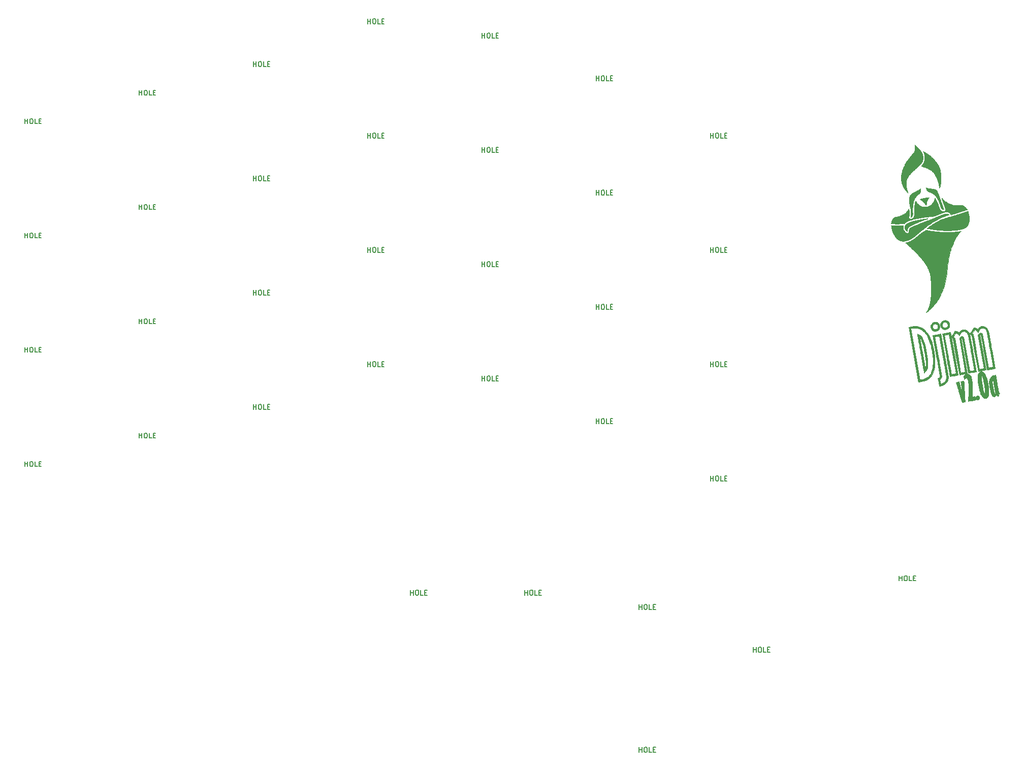
<source format=gbr>
G04 #@! TF.GenerationSoftware,KiCad,Pcbnew,(5.1.9)-1*
G04 #@! TF.CreationDate,2021-04-11T13:59:09+10:00*
G04 #@! TF.ProjectId,ExtraBoard-Plate,45787472-6142-46f6-9172-642d506c6174,rev?*
G04 #@! TF.SameCoordinates,Original*
G04 #@! TF.FileFunction,Legend,Top*
G04 #@! TF.FilePolarity,Positive*
%FSLAX46Y46*%
G04 Gerber Fmt 4.6, Leading zero omitted, Abs format (unit mm)*
G04 Created by KiCad (PCBNEW (5.1.9)-1) date 2021-04-11 13:59:09*
%MOMM*%
%LPD*%
G01*
G04 APERTURE LIST*
%ADD10C,0.010000*%
%ADD11C,0.152400*%
%ADD12C,1.000000*%
%ADD13C,4.500000*%
%ADD14C,6.400000*%
%ADD15C,0.800000*%
G04 APERTURE END LIST*
D10*
G36*
X148837747Y-16915544D02*
G01*
X148881991Y-16923653D01*
X148922343Y-16931012D01*
X148959577Y-16937758D01*
X148994467Y-16944027D01*
X149027785Y-16949959D01*
X149060304Y-16955689D01*
X149092797Y-16961356D01*
X149126037Y-16967096D01*
X149160797Y-16973047D01*
X149172614Y-16975061D01*
X149281382Y-16993243D01*
X149393791Y-17011398D01*
X149508733Y-17029364D01*
X149625102Y-17046974D01*
X149741795Y-17064064D01*
X149857704Y-17080471D01*
X149971724Y-17096030D01*
X150082749Y-17110577D01*
X150094671Y-17112100D01*
X150324599Y-17140231D01*
X150552153Y-17165709D01*
X150777233Y-17188531D01*
X150999747Y-17208693D01*
X151219598Y-17226194D01*
X151436691Y-17241030D01*
X151650931Y-17253196D01*
X151862223Y-17262692D01*
X152070471Y-17269513D01*
X152275579Y-17273657D01*
X152477453Y-17275119D01*
X152675997Y-17273898D01*
X152871115Y-17269990D01*
X153062713Y-17263391D01*
X153250694Y-17254099D01*
X153434964Y-17242111D01*
X153615427Y-17227423D01*
X153617361Y-17227249D01*
X153764152Y-17212990D01*
X153907436Y-17196928D01*
X154048150Y-17178933D01*
X154187230Y-17158874D01*
X154325614Y-17136619D01*
X154464237Y-17112039D01*
X154522879Y-17100967D01*
X154547240Y-17096300D01*
X154570219Y-17091923D01*
X154591390Y-17087918D01*
X154610330Y-17084363D01*
X154626612Y-17081336D01*
X154639809Y-17078918D01*
X154649499Y-17077186D01*
X154655255Y-17076222D01*
X154656720Y-17076046D01*
X154655906Y-17077792D01*
X154652271Y-17082460D01*
X154646261Y-17089528D01*
X154638321Y-17098474D01*
X154628901Y-17108775D01*
X154626945Y-17110882D01*
X154555931Y-17189138D01*
X154484530Y-17271781D01*
X154412975Y-17358493D01*
X154341499Y-17448953D01*
X154270335Y-17542842D01*
X154199717Y-17639840D01*
X154129879Y-17739630D01*
X154061053Y-17841889D01*
X153993475Y-17946300D01*
X153927376Y-18052542D01*
X153875627Y-18138796D01*
X153788485Y-18290405D01*
X153703548Y-18446169D01*
X153620839Y-18606024D01*
X153540383Y-18769906D01*
X153462207Y-18937752D01*
X153386334Y-19109498D01*
X153312788Y-19285082D01*
X153241596Y-19464438D01*
X153172781Y-19647504D01*
X153106369Y-19834217D01*
X153042386Y-20024511D01*
X152980853Y-20218326D01*
X152921799Y-20415595D01*
X152865245Y-20616257D01*
X152811219Y-20820247D01*
X152781062Y-20940017D01*
X152734581Y-21133589D01*
X152690372Y-21328888D01*
X152648406Y-21526121D01*
X152608648Y-21725498D01*
X152571066Y-21927226D01*
X152535628Y-22131517D01*
X152502299Y-22338576D01*
X152471048Y-22548614D01*
X152441842Y-22761838D01*
X152414648Y-22978458D01*
X152389435Y-23198681D01*
X152366167Y-23422717D01*
X152344813Y-23650775D01*
X152331685Y-23804411D01*
X152326830Y-23862837D01*
X152322213Y-23917110D01*
X152317776Y-23967817D01*
X152313463Y-24015544D01*
X152309217Y-24060876D01*
X152304979Y-24104400D01*
X152300695Y-24146703D01*
X152296304Y-24188368D01*
X152291752Y-24229984D01*
X152286981Y-24272136D01*
X152281933Y-24315409D01*
X152281599Y-24318232D01*
X152253903Y-24535368D01*
X152222544Y-24749730D01*
X152187463Y-24961635D01*
X152148599Y-25171403D01*
X152105892Y-25379353D01*
X152059279Y-25585803D01*
X152008703Y-25791072D01*
X151984139Y-25885004D01*
X151962829Y-25963476D01*
X151939886Y-26045073D01*
X151915665Y-26128603D01*
X151890523Y-26212881D01*
X151864817Y-26296719D01*
X151838903Y-26378929D01*
X151813137Y-26458323D01*
X151802150Y-26491429D01*
X151734080Y-26688106D01*
X151662129Y-26882501D01*
X151586341Y-27074531D01*
X151506759Y-27264120D01*
X151423424Y-27451190D01*
X151336382Y-27635660D01*
X151245673Y-27817452D01*
X151151340Y-27996490D01*
X151053428Y-28172692D01*
X150951977Y-28345982D01*
X150847031Y-28516279D01*
X150738634Y-28683505D01*
X150626826Y-28847583D01*
X150511653Y-29008433D01*
X150393156Y-29165977D01*
X150271378Y-29320135D01*
X150244798Y-29352797D01*
X150142470Y-29475396D01*
X150038447Y-29595138D01*
X149932927Y-29711826D01*
X149826107Y-29825264D01*
X149718186Y-29935257D01*
X149609365Y-30041610D01*
X149499839Y-30144128D01*
X149389809Y-30242614D01*
X149279471Y-30336875D01*
X149169024Y-30426713D01*
X149098015Y-30482075D01*
X149080731Y-30495199D01*
X149061890Y-30509292D01*
X149041940Y-30524036D01*
X149021331Y-30539108D01*
X149000513Y-30554191D01*
X148979935Y-30568965D01*
X148960047Y-30583109D01*
X148941298Y-30596303D01*
X148924138Y-30608228D01*
X148909017Y-30618564D01*
X148896385Y-30626990D01*
X148886689Y-30633187D01*
X148880742Y-30636650D01*
X148879757Y-30636275D01*
X148881638Y-30632827D01*
X148886088Y-30626776D01*
X148890224Y-30621663D01*
X148898176Y-30611636D01*
X148908179Y-30598297D01*
X148919753Y-30582347D01*
X148932412Y-30564488D01*
X148945673Y-30545419D01*
X148959053Y-30525844D01*
X148972068Y-30506463D01*
X148984236Y-30487977D01*
X148995071Y-30471087D01*
X149003882Y-30456839D01*
X149051453Y-30374542D01*
X149097635Y-30287802D01*
X149142398Y-30196728D01*
X149185711Y-30101427D01*
X149227543Y-30002005D01*
X149267866Y-29898572D01*
X149306646Y-29791234D01*
X149343855Y-29680098D01*
X149379460Y-29565273D01*
X149413433Y-29446865D01*
X149445741Y-29324982D01*
X149476356Y-29199731D01*
X149505245Y-29071219D01*
X149532379Y-28939555D01*
X149557726Y-28804845D01*
X149581257Y-28667197D01*
X149602939Y-28526718D01*
X149622745Y-28383517D01*
X149640641Y-28237699D01*
X149643674Y-28211032D01*
X149663056Y-28023790D01*
X149679529Y-27832880D01*
X149693094Y-27638296D01*
X149703751Y-27440033D01*
X149711499Y-27238087D01*
X149716339Y-27032448D01*
X149718271Y-26823114D01*
X149717293Y-26610076D01*
X149713408Y-26393330D01*
X149706614Y-26172868D01*
X149696911Y-25948687D01*
X149684299Y-25720779D01*
X149668779Y-25489139D01*
X149650350Y-25253760D01*
X149629012Y-25014637D01*
X149621046Y-24931986D01*
X149616077Y-24882163D01*
X149610534Y-24828060D01*
X149604405Y-24769597D01*
X149597686Y-24706691D01*
X149590365Y-24639261D01*
X149582435Y-24567226D01*
X149580377Y-24548665D01*
X149574943Y-24504769D01*
X149568056Y-24457370D01*
X149559896Y-24407419D01*
X149550644Y-24355871D01*
X149540479Y-24303677D01*
X149529584Y-24251792D01*
X149518137Y-24201167D01*
X149506320Y-24152758D01*
X149502858Y-24139299D01*
X149471837Y-24027964D01*
X149436367Y-23915024D01*
X149396456Y-23800496D01*
X149352115Y-23684396D01*
X149303358Y-23566741D01*
X149250194Y-23447546D01*
X149192636Y-23326829D01*
X149130693Y-23204605D01*
X149064377Y-23080892D01*
X148993699Y-22955705D01*
X148918671Y-22829060D01*
X148839303Y-22700975D01*
X148755608Y-22571466D01*
X148667595Y-22440550D01*
X148575277Y-22308241D01*
X148478663Y-22174557D01*
X148377766Y-22039515D01*
X148272598Y-21903132D01*
X148163168Y-21765422D01*
X148049488Y-21626402D01*
X147931569Y-21486090D01*
X147809423Y-21344501D01*
X147683060Y-21201653D01*
X147552492Y-21057560D01*
X147417730Y-20912240D01*
X147278784Y-20765709D01*
X147135668Y-20617983D01*
X147036504Y-20517393D01*
X146911597Y-20392688D01*
X146782833Y-20266329D01*
X146650635Y-20138707D01*
X146515431Y-20010214D01*
X146377646Y-19881241D01*
X146237704Y-19752178D01*
X146096033Y-19623419D01*
X145953057Y-19495353D01*
X145809204Y-19368374D01*
X145664899Y-19242871D01*
X145520566Y-19119235D01*
X145455627Y-19064234D01*
X145404833Y-19021366D01*
X145417349Y-19018592D01*
X145422837Y-19017400D01*
X145432267Y-19015376D01*
X145444936Y-19012673D01*
X145460141Y-19009439D01*
X145477177Y-19005825D01*
X145495342Y-19001978D01*
X145500743Y-19000836D01*
X145597831Y-18978649D01*
X145693718Y-18953333D01*
X145789225Y-18924641D01*
X145885176Y-18892320D01*
X145982390Y-18856123D01*
X146002419Y-18848253D01*
X146070113Y-18820356D01*
X146138698Y-18789950D01*
X146208310Y-18756953D01*
X146279088Y-18721277D01*
X146351166Y-18682835D01*
X146424684Y-18641546D01*
X146499778Y-18597321D01*
X146576584Y-18550075D01*
X146655242Y-18499724D01*
X146735887Y-18446181D01*
X146818655Y-18389362D01*
X146903686Y-18329180D01*
X146991116Y-18265551D01*
X147081081Y-18198387D01*
X147173719Y-18127606D01*
X147235344Y-18079685D01*
X147271973Y-18050933D01*
X147308734Y-18021906D01*
X147345867Y-17992407D01*
X147383617Y-17962241D01*
X147422219Y-17931208D01*
X147461918Y-17899114D01*
X147502953Y-17865761D01*
X147545565Y-17830953D01*
X147589996Y-17794492D01*
X147636483Y-17756181D01*
X147685272Y-17715824D01*
X147736599Y-17673225D01*
X147790707Y-17628185D01*
X147847837Y-17580509D01*
X147908230Y-17530000D01*
X147931621Y-17510410D01*
X147950998Y-17494194D01*
X147969573Y-17478683D01*
X147986974Y-17464184D01*
X148002830Y-17451007D01*
X148016771Y-17439455D01*
X148028426Y-17429839D01*
X148037424Y-17422466D01*
X148043394Y-17417642D01*
X148045452Y-17416036D01*
X148050600Y-17412448D01*
X148059063Y-17406846D01*
X148070111Y-17399703D01*
X148083015Y-17391487D01*
X148097040Y-17382670D01*
X148104984Y-17377725D01*
X148151799Y-17348526D01*
X148201884Y-17316982D01*
X148254636Y-17283487D01*
X148309448Y-17248436D01*
X148365714Y-17212224D01*
X148422828Y-17175245D01*
X148480185Y-17137893D01*
X148537178Y-17100562D01*
X148593201Y-17063647D01*
X148647649Y-17027543D01*
X148699914Y-16992644D01*
X148749393Y-16959343D01*
X148787839Y-16933248D01*
X148818892Y-16912080D01*
X148837747Y-16915544D01*
G37*
X148837747Y-16915544D02*
X148881991Y-16923653D01*
X148922343Y-16931012D01*
X148959577Y-16937758D01*
X148994467Y-16944027D01*
X149027785Y-16949959D01*
X149060304Y-16955689D01*
X149092797Y-16961356D01*
X149126037Y-16967096D01*
X149160797Y-16973047D01*
X149172614Y-16975061D01*
X149281382Y-16993243D01*
X149393791Y-17011398D01*
X149508733Y-17029364D01*
X149625102Y-17046974D01*
X149741795Y-17064064D01*
X149857704Y-17080471D01*
X149971724Y-17096030D01*
X150082749Y-17110577D01*
X150094671Y-17112100D01*
X150324599Y-17140231D01*
X150552153Y-17165709D01*
X150777233Y-17188531D01*
X150999747Y-17208693D01*
X151219598Y-17226194D01*
X151436691Y-17241030D01*
X151650931Y-17253196D01*
X151862223Y-17262692D01*
X152070471Y-17269513D01*
X152275579Y-17273657D01*
X152477453Y-17275119D01*
X152675997Y-17273898D01*
X152871115Y-17269990D01*
X153062713Y-17263391D01*
X153250694Y-17254099D01*
X153434964Y-17242111D01*
X153615427Y-17227423D01*
X153617361Y-17227249D01*
X153764152Y-17212990D01*
X153907436Y-17196928D01*
X154048150Y-17178933D01*
X154187230Y-17158874D01*
X154325614Y-17136619D01*
X154464237Y-17112039D01*
X154522879Y-17100967D01*
X154547240Y-17096300D01*
X154570219Y-17091923D01*
X154591390Y-17087918D01*
X154610330Y-17084363D01*
X154626612Y-17081336D01*
X154639809Y-17078918D01*
X154649499Y-17077186D01*
X154655255Y-17076222D01*
X154656720Y-17076046D01*
X154655906Y-17077792D01*
X154652271Y-17082460D01*
X154646261Y-17089528D01*
X154638321Y-17098474D01*
X154628901Y-17108775D01*
X154626945Y-17110882D01*
X154555931Y-17189138D01*
X154484530Y-17271781D01*
X154412975Y-17358493D01*
X154341499Y-17448953D01*
X154270335Y-17542842D01*
X154199717Y-17639840D01*
X154129879Y-17739630D01*
X154061053Y-17841889D01*
X153993475Y-17946300D01*
X153927376Y-18052542D01*
X153875627Y-18138796D01*
X153788485Y-18290405D01*
X153703548Y-18446169D01*
X153620839Y-18606024D01*
X153540383Y-18769906D01*
X153462207Y-18937752D01*
X153386334Y-19109498D01*
X153312788Y-19285082D01*
X153241596Y-19464438D01*
X153172781Y-19647504D01*
X153106369Y-19834217D01*
X153042386Y-20024511D01*
X152980853Y-20218326D01*
X152921799Y-20415595D01*
X152865245Y-20616257D01*
X152811219Y-20820247D01*
X152781062Y-20940017D01*
X152734581Y-21133589D01*
X152690372Y-21328888D01*
X152648406Y-21526121D01*
X152608648Y-21725498D01*
X152571066Y-21927226D01*
X152535628Y-22131517D01*
X152502299Y-22338576D01*
X152471048Y-22548614D01*
X152441842Y-22761838D01*
X152414648Y-22978458D01*
X152389435Y-23198681D01*
X152366167Y-23422717D01*
X152344813Y-23650775D01*
X152331685Y-23804411D01*
X152326830Y-23862837D01*
X152322213Y-23917110D01*
X152317776Y-23967817D01*
X152313463Y-24015544D01*
X152309217Y-24060876D01*
X152304979Y-24104400D01*
X152300695Y-24146703D01*
X152296304Y-24188368D01*
X152291752Y-24229984D01*
X152286981Y-24272136D01*
X152281933Y-24315409D01*
X152281599Y-24318232D01*
X152253903Y-24535368D01*
X152222544Y-24749730D01*
X152187463Y-24961635D01*
X152148599Y-25171403D01*
X152105892Y-25379353D01*
X152059279Y-25585803D01*
X152008703Y-25791072D01*
X151984139Y-25885004D01*
X151962829Y-25963476D01*
X151939886Y-26045073D01*
X151915665Y-26128603D01*
X151890523Y-26212881D01*
X151864817Y-26296719D01*
X151838903Y-26378929D01*
X151813137Y-26458323D01*
X151802150Y-26491429D01*
X151734080Y-26688106D01*
X151662129Y-26882501D01*
X151586341Y-27074531D01*
X151506759Y-27264120D01*
X151423424Y-27451190D01*
X151336382Y-27635660D01*
X151245673Y-27817452D01*
X151151340Y-27996490D01*
X151053428Y-28172692D01*
X150951977Y-28345982D01*
X150847031Y-28516279D01*
X150738634Y-28683505D01*
X150626826Y-28847583D01*
X150511653Y-29008433D01*
X150393156Y-29165977D01*
X150271378Y-29320135D01*
X150244798Y-29352797D01*
X150142470Y-29475396D01*
X150038447Y-29595138D01*
X149932927Y-29711826D01*
X149826107Y-29825264D01*
X149718186Y-29935257D01*
X149609365Y-30041610D01*
X149499839Y-30144128D01*
X149389809Y-30242614D01*
X149279471Y-30336875D01*
X149169024Y-30426713D01*
X149098015Y-30482075D01*
X149080731Y-30495199D01*
X149061890Y-30509292D01*
X149041940Y-30524036D01*
X149021331Y-30539108D01*
X149000513Y-30554191D01*
X148979935Y-30568965D01*
X148960047Y-30583109D01*
X148941298Y-30596303D01*
X148924138Y-30608228D01*
X148909017Y-30618564D01*
X148896385Y-30626990D01*
X148886689Y-30633187D01*
X148880742Y-30636650D01*
X148879757Y-30636275D01*
X148881638Y-30632827D01*
X148886088Y-30626776D01*
X148890224Y-30621663D01*
X148898176Y-30611636D01*
X148908179Y-30598297D01*
X148919753Y-30582347D01*
X148932412Y-30564488D01*
X148945673Y-30545419D01*
X148959053Y-30525844D01*
X148972068Y-30506463D01*
X148984236Y-30487977D01*
X148995071Y-30471087D01*
X149003882Y-30456839D01*
X149051453Y-30374542D01*
X149097635Y-30287802D01*
X149142398Y-30196728D01*
X149185711Y-30101427D01*
X149227543Y-30002005D01*
X149267866Y-29898572D01*
X149306646Y-29791234D01*
X149343855Y-29680098D01*
X149379460Y-29565273D01*
X149413433Y-29446865D01*
X149445741Y-29324982D01*
X149476356Y-29199731D01*
X149505245Y-29071219D01*
X149532379Y-28939555D01*
X149557726Y-28804845D01*
X149581257Y-28667197D01*
X149602939Y-28526718D01*
X149622745Y-28383517D01*
X149640641Y-28237699D01*
X149643674Y-28211032D01*
X149663056Y-28023790D01*
X149679529Y-27832880D01*
X149693094Y-27638296D01*
X149703751Y-27440033D01*
X149711499Y-27238087D01*
X149716339Y-27032448D01*
X149718271Y-26823114D01*
X149717293Y-26610076D01*
X149713408Y-26393330D01*
X149706614Y-26172868D01*
X149696911Y-25948687D01*
X149684299Y-25720779D01*
X149668779Y-25489139D01*
X149650350Y-25253760D01*
X149629012Y-25014637D01*
X149621046Y-24931986D01*
X149616077Y-24882163D01*
X149610534Y-24828060D01*
X149604405Y-24769597D01*
X149597686Y-24706691D01*
X149590365Y-24639261D01*
X149582435Y-24567226D01*
X149580377Y-24548665D01*
X149574943Y-24504769D01*
X149568056Y-24457370D01*
X149559896Y-24407419D01*
X149550644Y-24355871D01*
X149540479Y-24303677D01*
X149529584Y-24251792D01*
X149518137Y-24201167D01*
X149506320Y-24152758D01*
X149502858Y-24139299D01*
X149471837Y-24027964D01*
X149436367Y-23915024D01*
X149396456Y-23800496D01*
X149352115Y-23684396D01*
X149303358Y-23566741D01*
X149250194Y-23447546D01*
X149192636Y-23326829D01*
X149130693Y-23204605D01*
X149064377Y-23080892D01*
X148993699Y-22955705D01*
X148918671Y-22829060D01*
X148839303Y-22700975D01*
X148755608Y-22571466D01*
X148667595Y-22440550D01*
X148575277Y-22308241D01*
X148478663Y-22174557D01*
X148377766Y-22039515D01*
X148272598Y-21903132D01*
X148163168Y-21765422D01*
X148049488Y-21626402D01*
X147931569Y-21486090D01*
X147809423Y-21344501D01*
X147683060Y-21201653D01*
X147552492Y-21057560D01*
X147417730Y-20912240D01*
X147278784Y-20765709D01*
X147135668Y-20617983D01*
X147036504Y-20517393D01*
X146911597Y-20392688D01*
X146782833Y-20266329D01*
X146650635Y-20138707D01*
X146515431Y-20010214D01*
X146377646Y-19881241D01*
X146237704Y-19752178D01*
X146096033Y-19623419D01*
X145953057Y-19495353D01*
X145809204Y-19368374D01*
X145664899Y-19242871D01*
X145520566Y-19119235D01*
X145455627Y-19064234D01*
X145404833Y-19021366D01*
X145417349Y-19018592D01*
X145422837Y-19017400D01*
X145432267Y-19015376D01*
X145444936Y-19012673D01*
X145460141Y-19009439D01*
X145477177Y-19005825D01*
X145495342Y-19001978D01*
X145500743Y-19000836D01*
X145597831Y-18978649D01*
X145693718Y-18953333D01*
X145789225Y-18924641D01*
X145885176Y-18892320D01*
X145982390Y-18856123D01*
X146002419Y-18848253D01*
X146070113Y-18820356D01*
X146138698Y-18789950D01*
X146208310Y-18756953D01*
X146279088Y-18721277D01*
X146351166Y-18682835D01*
X146424684Y-18641546D01*
X146499778Y-18597321D01*
X146576584Y-18550075D01*
X146655242Y-18499724D01*
X146735887Y-18446181D01*
X146818655Y-18389362D01*
X146903686Y-18329180D01*
X146991116Y-18265551D01*
X147081081Y-18198387D01*
X147173719Y-18127606D01*
X147235344Y-18079685D01*
X147271973Y-18050933D01*
X147308734Y-18021906D01*
X147345867Y-17992407D01*
X147383617Y-17962241D01*
X147422219Y-17931208D01*
X147461918Y-17899114D01*
X147502953Y-17865761D01*
X147545565Y-17830953D01*
X147589996Y-17794492D01*
X147636483Y-17756181D01*
X147685272Y-17715824D01*
X147736599Y-17673225D01*
X147790707Y-17628185D01*
X147847837Y-17580509D01*
X147908230Y-17530000D01*
X147931621Y-17510410D01*
X147950998Y-17494194D01*
X147969573Y-17478683D01*
X147986974Y-17464184D01*
X148002830Y-17451007D01*
X148016771Y-17439455D01*
X148028426Y-17429839D01*
X148037424Y-17422466D01*
X148043394Y-17417642D01*
X148045452Y-17416036D01*
X148050600Y-17412448D01*
X148059063Y-17406846D01*
X148070111Y-17399703D01*
X148083015Y-17391487D01*
X148097040Y-17382670D01*
X148104984Y-17377725D01*
X148151799Y-17348526D01*
X148201884Y-17316982D01*
X148254636Y-17283487D01*
X148309448Y-17248436D01*
X148365714Y-17212224D01*
X148422828Y-17175245D01*
X148480185Y-17137893D01*
X148537178Y-17100562D01*
X148593201Y-17063647D01*
X148647649Y-17027543D01*
X148699914Y-16992644D01*
X148749393Y-16959343D01*
X148787839Y-16933248D01*
X148818892Y-16912080D01*
X148837747Y-16915544D01*
G36*
X152110166Y-14187552D02*
G01*
X152136772Y-14183377D01*
X152161289Y-14179917D01*
X152182869Y-14177319D01*
X152200207Y-14175764D01*
X152255287Y-14173593D01*
X152307075Y-14174763D01*
X152355701Y-14179318D01*
X152401288Y-14187303D01*
X152443962Y-14198762D01*
X152483850Y-14213738D01*
X152521075Y-14232276D01*
X152555762Y-14254418D01*
X152588040Y-14280209D01*
X152618032Y-14309693D01*
X152633112Y-14326912D01*
X152639104Y-14334337D01*
X152645961Y-14343185D01*
X152653067Y-14352618D01*
X152659806Y-14361794D01*
X152665560Y-14369874D01*
X152669717Y-14376017D01*
X152671658Y-14379383D01*
X152671720Y-14379594D01*
X152669519Y-14380210D01*
X152663241Y-14381627D01*
X152653466Y-14383721D01*
X152640775Y-14386372D01*
X152625746Y-14389456D01*
X152608960Y-14392851D01*
X152604901Y-14393665D01*
X152516426Y-14412697D01*
X152424700Y-14434981D01*
X152329879Y-14460461D01*
X152232116Y-14489081D01*
X152131568Y-14520787D01*
X152028389Y-14555522D01*
X151922732Y-14593230D01*
X151814756Y-14633856D01*
X151704613Y-14677343D01*
X151592458Y-14723636D01*
X151478447Y-14772680D01*
X151362733Y-14824419D01*
X151245474Y-14878796D01*
X151209238Y-14895987D01*
X151061875Y-14967852D01*
X150912570Y-15043791D01*
X150761557Y-15123656D01*
X150609069Y-15207299D01*
X150455341Y-15294574D01*
X150300604Y-15385332D01*
X150145092Y-15479427D01*
X149989038Y-15576711D01*
X149832676Y-15677038D01*
X149676239Y-15780259D01*
X149519960Y-15886227D01*
X149364072Y-15994795D01*
X149208809Y-16105817D01*
X149054404Y-16219144D01*
X148901091Y-16334629D01*
X148766991Y-16438136D01*
X148731360Y-16466010D01*
X148696147Y-16493672D01*
X148661148Y-16521289D01*
X148626156Y-16549030D01*
X148590967Y-16577062D01*
X148555377Y-16605553D01*
X148519179Y-16634671D01*
X148482169Y-16664584D01*
X148444143Y-16695459D01*
X148404893Y-16727464D01*
X148364216Y-16760767D01*
X148321907Y-16795536D01*
X148277760Y-16831939D01*
X148231570Y-16870144D01*
X148183132Y-16910316D01*
X148132241Y-16952627D01*
X148078692Y-16997243D01*
X148022280Y-17044330D01*
X147962800Y-17094059D01*
X147900045Y-17146595D01*
X147858013Y-17181818D01*
X147791679Y-17237395D01*
X147728785Y-17290026D01*
X147669159Y-17339852D01*
X147612629Y-17387010D01*
X147559025Y-17431639D01*
X147508175Y-17473877D01*
X147459908Y-17513864D01*
X147414052Y-17551737D01*
X147370437Y-17587635D01*
X147328891Y-17621697D01*
X147289244Y-17654060D01*
X147251323Y-17684864D01*
X147214958Y-17714248D01*
X147179977Y-17742349D01*
X147146209Y-17769307D01*
X147113484Y-17795259D01*
X147081628Y-17820344D01*
X147050472Y-17844701D01*
X147019845Y-17868468D01*
X146989574Y-17891785D01*
X146959489Y-17914789D01*
X146929419Y-17937618D01*
X146899192Y-17960412D01*
X146868638Y-17983310D01*
X146851770Y-17995893D01*
X146777879Y-18050428D01*
X146706953Y-18101722D01*
X146638688Y-18149973D01*
X146572776Y-18195383D01*
X146508914Y-18238149D01*
X146446796Y-18278472D01*
X146386117Y-18316552D01*
X146326570Y-18352590D01*
X146267853Y-18386783D01*
X146209657Y-18419332D01*
X146178549Y-18436184D01*
X146076309Y-18488347D01*
X145972192Y-18536343D01*
X145866474Y-18580067D01*
X145759429Y-18619412D01*
X145651334Y-18654273D01*
X145542462Y-18684547D01*
X145504148Y-18694058D01*
X145484698Y-18698529D01*
X145461883Y-18703435D01*
X145436674Y-18708590D01*
X145410037Y-18713815D01*
X145382942Y-18718927D01*
X145356357Y-18723744D01*
X145331250Y-18728084D01*
X145308589Y-18731767D01*
X145289343Y-18734609D01*
X145285166Y-18735169D01*
X145192844Y-18745123D01*
X145102249Y-18750657D01*
X145013373Y-18751766D01*
X144926209Y-18748450D01*
X144840748Y-18740706D01*
X144756981Y-18728532D01*
X144674901Y-18711924D01*
X144594500Y-18690882D01*
X144515767Y-18665403D01*
X144438697Y-18635484D01*
X144363280Y-18601124D01*
X144289507Y-18562319D01*
X144217371Y-18519067D01*
X144146864Y-18471368D01*
X144077977Y-18419216D01*
X144043028Y-18390535D01*
X143976651Y-18331646D01*
X143912085Y-18268409D01*
X143849356Y-18200877D01*
X143788492Y-18129102D01*
X143729521Y-18053140D01*
X143672470Y-17973039D01*
X143617368Y-17888856D01*
X143564240Y-17800640D01*
X143513115Y-17708447D01*
X143464022Y-17612328D01*
X143416986Y-17512337D01*
X143372034Y-17408524D01*
X143329196Y-17300945D01*
X143288499Y-17189651D01*
X143249968Y-17074694D01*
X143213635Y-16956129D01*
X143179523Y-16834007D01*
X143147663Y-16708381D01*
X143133217Y-16647025D01*
X143125880Y-16614113D01*
X143118111Y-16577494D01*
X143110102Y-16538171D01*
X143102041Y-16497145D01*
X143094117Y-16455417D01*
X143086524Y-16413988D01*
X143079448Y-16373860D01*
X143073081Y-16336033D01*
X143067612Y-16301508D01*
X143067471Y-16300585D01*
X143063150Y-16271778D01*
X143059232Y-16244916D01*
X143055758Y-16220337D01*
X143052774Y-16198375D01*
X143050322Y-16179370D01*
X143048444Y-16163654D01*
X143047184Y-16151566D01*
X143046586Y-16143440D01*
X143046693Y-16139614D01*
X143046775Y-16139427D01*
X143049266Y-16139231D01*
X143055871Y-16139275D01*
X143065965Y-16139538D01*
X143078920Y-16140000D01*
X143094112Y-16140643D01*
X143110596Y-16141430D01*
X143250972Y-16147837D01*
X143394553Y-16153133D01*
X143540219Y-16157300D01*
X143686848Y-16160319D01*
X143833318Y-16162169D01*
X143978506Y-16162835D01*
X144121292Y-16162294D01*
X144252704Y-16160664D01*
X144316031Y-16159516D01*
X144376909Y-16158237D01*
X144435940Y-16156803D01*
X144493728Y-16155189D01*
X144550875Y-16153372D01*
X144607988Y-16151329D01*
X144665670Y-16149033D01*
X144724524Y-16146465D01*
X144785154Y-16143596D01*
X144848163Y-16140405D01*
X144914157Y-16136867D01*
X144983739Y-16132959D01*
X145049224Y-16129147D01*
X145056247Y-16128941D01*
X145060887Y-16129204D01*
X145061961Y-16129614D01*
X145061296Y-16132216D01*
X145059332Y-16138274D01*
X145056402Y-16146789D01*
X145053993Y-16153569D01*
X145038682Y-16201002D01*
X145025639Y-16251437D01*
X145015106Y-16303582D01*
X145007326Y-16356144D01*
X145002538Y-16407831D01*
X145001282Y-16434999D01*
X145000797Y-16465144D01*
X145001223Y-16493253D01*
X145002659Y-16520431D01*
X145005207Y-16547783D01*
X145008969Y-16576412D01*
X145014044Y-16607424D01*
X145019962Y-16639005D01*
X145026286Y-16669898D01*
X145032530Y-16697265D01*
X145039060Y-16722304D01*
X145046244Y-16746217D01*
X145054450Y-16770202D01*
X145064042Y-16795461D01*
X145075389Y-16823191D01*
X145078566Y-16830707D01*
X145106038Y-16889666D01*
X145138045Y-16948101D01*
X145174383Y-17005762D01*
X145214846Y-17062397D01*
X145259230Y-17117756D01*
X145307330Y-17171586D01*
X145358942Y-17223639D01*
X145413862Y-17273661D01*
X145471883Y-17321403D01*
X145490489Y-17335716D01*
X145517461Y-17355467D01*
X145541888Y-17371905D01*
X145564277Y-17385348D01*
X145585144Y-17396115D01*
X145593829Y-17400025D01*
X145628108Y-17412215D01*
X145663551Y-17419984D01*
X145699673Y-17423360D01*
X145735986Y-17422372D01*
X145772004Y-17417050D01*
X145807242Y-17407424D01*
X145841211Y-17393523D01*
X145859246Y-17384026D01*
X145889764Y-17363886D01*
X145917472Y-17340126D01*
X145942071Y-17313152D01*
X145963267Y-17283372D01*
X145980761Y-17251192D01*
X145994258Y-17217019D01*
X146002079Y-17188054D01*
X146005296Y-17170968D01*
X146007398Y-17154105D01*
X146008450Y-17136267D01*
X146008520Y-17116262D01*
X146007675Y-17092895D01*
X146007547Y-17090408D01*
X146005851Y-17039998D01*
X146006067Y-16990565D01*
X146008133Y-16942478D01*
X146011989Y-16896111D01*
X146017574Y-16851836D01*
X146024826Y-16810023D01*
X146033683Y-16771046D01*
X146044086Y-16735274D01*
X146055972Y-16703081D01*
X146069280Y-16674838D01*
X146078523Y-16658998D01*
X146084681Y-16649774D01*
X146090618Y-16642124D01*
X146097179Y-16635257D01*
X146105208Y-16628387D01*
X146115551Y-16620721D01*
X146129054Y-16611472D01*
X146130328Y-16610620D01*
X146166991Y-16586806D01*
X146207903Y-16561563D01*
X146252830Y-16535018D01*
X146301535Y-16507300D01*
X146353784Y-16478537D01*
X146409340Y-16448857D01*
X146467969Y-16418390D01*
X146529435Y-16387260D01*
X146593504Y-16355599D01*
X146640485Y-16332846D01*
X146653530Y-16326581D01*
X146665943Y-16320617D01*
X146676724Y-16315438D01*
X146684873Y-16311522D01*
X146688263Y-16309893D01*
X146742889Y-16283906D01*
X146801745Y-16256429D01*
X146864585Y-16227566D01*
X146931169Y-16197421D01*
X147001253Y-16166098D01*
X147074593Y-16133701D01*
X147150947Y-16100334D01*
X147230072Y-16066101D01*
X147311723Y-16031104D01*
X147395660Y-15995451D01*
X147481637Y-15959243D01*
X147569413Y-15922585D01*
X147658743Y-15885579D01*
X147749386Y-15848332D01*
X147841097Y-15810946D01*
X147933635Y-15773526D01*
X148026755Y-15736176D01*
X148070098Y-15718895D01*
X148124062Y-15697471D01*
X148179268Y-15675646D01*
X148235450Y-15653523D01*
X148292336Y-15631204D01*
X148349656Y-15608796D01*
X148407139Y-15586399D01*
X148464514Y-15564118D01*
X148521513Y-15542056D01*
X148577865Y-15520316D01*
X148633300Y-15499002D01*
X148687547Y-15478218D01*
X148740336Y-15458065D01*
X148791397Y-15438648D01*
X148840459Y-15420070D01*
X148887254Y-15402436D01*
X148931510Y-15385847D01*
X148972956Y-15370407D01*
X149011323Y-15356219D01*
X149046341Y-15343388D01*
X149077740Y-15332016D01*
X149105248Y-15322207D01*
X149126909Y-15314645D01*
X149193032Y-15291767D01*
X149257986Y-15269084D01*
X149322006Y-15246500D01*
X149385325Y-15223924D01*
X149448181Y-15201264D01*
X149510807Y-15178429D01*
X149573436Y-15155324D01*
X149636304Y-15131858D01*
X149699646Y-15107939D01*
X149763697Y-15083475D01*
X149828690Y-15058373D01*
X149894862Y-15032541D01*
X149962445Y-15005886D01*
X150031676Y-14978316D01*
X150102788Y-14949741D01*
X150176016Y-14920066D01*
X150251596Y-14889200D01*
X150329761Y-14857050D01*
X150410745Y-14823525D01*
X150494785Y-14788531D01*
X150582115Y-14751977D01*
X150672967Y-14713770D01*
X150767580Y-14673819D01*
X150866186Y-14632030D01*
X150906572Y-14614876D01*
X150984109Y-14581996D01*
X151057531Y-14551022D01*
X151127039Y-14521876D01*
X151192832Y-14494483D01*
X151255112Y-14468769D01*
X151314080Y-14444655D01*
X151369934Y-14422068D01*
X151422877Y-14400931D01*
X151473108Y-14381168D01*
X151520826Y-14362706D01*
X151566234Y-14345465D01*
X151609532Y-14329373D01*
X151650918Y-14314352D01*
X151690596Y-14300328D01*
X151728763Y-14287224D01*
X151765622Y-14274964D01*
X151801372Y-14263475D01*
X151836214Y-14252678D01*
X151870347Y-14242499D01*
X151903973Y-14232862D01*
X151937292Y-14223692D01*
X151954052Y-14219217D01*
X151975419Y-14213899D01*
X151999776Y-14208398D01*
X152026275Y-14202863D01*
X152054071Y-14197444D01*
X152082316Y-14192290D01*
X152110166Y-14187552D01*
G37*
X152110166Y-14187552D02*
X152136772Y-14183377D01*
X152161289Y-14179917D01*
X152182869Y-14177319D01*
X152200207Y-14175764D01*
X152255287Y-14173593D01*
X152307075Y-14174763D01*
X152355701Y-14179318D01*
X152401288Y-14187303D01*
X152443962Y-14198762D01*
X152483850Y-14213738D01*
X152521075Y-14232276D01*
X152555762Y-14254418D01*
X152588040Y-14280209D01*
X152618032Y-14309693D01*
X152633112Y-14326912D01*
X152639104Y-14334337D01*
X152645961Y-14343185D01*
X152653067Y-14352618D01*
X152659806Y-14361794D01*
X152665560Y-14369874D01*
X152669717Y-14376017D01*
X152671658Y-14379383D01*
X152671720Y-14379594D01*
X152669519Y-14380210D01*
X152663241Y-14381627D01*
X152653466Y-14383721D01*
X152640775Y-14386372D01*
X152625746Y-14389456D01*
X152608960Y-14392851D01*
X152604901Y-14393665D01*
X152516426Y-14412697D01*
X152424700Y-14434981D01*
X152329879Y-14460461D01*
X152232116Y-14489081D01*
X152131568Y-14520787D01*
X152028389Y-14555522D01*
X151922732Y-14593230D01*
X151814756Y-14633856D01*
X151704613Y-14677343D01*
X151592458Y-14723636D01*
X151478447Y-14772680D01*
X151362733Y-14824419D01*
X151245474Y-14878796D01*
X151209238Y-14895987D01*
X151061875Y-14967852D01*
X150912570Y-15043791D01*
X150761557Y-15123656D01*
X150609069Y-15207299D01*
X150455341Y-15294574D01*
X150300604Y-15385332D01*
X150145092Y-15479427D01*
X149989038Y-15576711D01*
X149832676Y-15677038D01*
X149676239Y-15780259D01*
X149519960Y-15886227D01*
X149364072Y-15994795D01*
X149208809Y-16105817D01*
X149054404Y-16219144D01*
X148901091Y-16334629D01*
X148766991Y-16438136D01*
X148731360Y-16466010D01*
X148696147Y-16493672D01*
X148661148Y-16521289D01*
X148626156Y-16549030D01*
X148590967Y-16577062D01*
X148555377Y-16605553D01*
X148519179Y-16634671D01*
X148482169Y-16664584D01*
X148444143Y-16695459D01*
X148404893Y-16727464D01*
X148364216Y-16760767D01*
X148321907Y-16795536D01*
X148277760Y-16831939D01*
X148231570Y-16870144D01*
X148183132Y-16910316D01*
X148132241Y-16952627D01*
X148078692Y-16997243D01*
X148022280Y-17044330D01*
X147962800Y-17094059D01*
X147900045Y-17146595D01*
X147858013Y-17181818D01*
X147791679Y-17237395D01*
X147728785Y-17290026D01*
X147669159Y-17339852D01*
X147612629Y-17387010D01*
X147559025Y-17431639D01*
X147508175Y-17473877D01*
X147459908Y-17513864D01*
X147414052Y-17551737D01*
X147370437Y-17587635D01*
X147328891Y-17621697D01*
X147289244Y-17654060D01*
X147251323Y-17684864D01*
X147214958Y-17714248D01*
X147179977Y-17742349D01*
X147146209Y-17769307D01*
X147113484Y-17795259D01*
X147081628Y-17820344D01*
X147050472Y-17844701D01*
X147019845Y-17868468D01*
X146989574Y-17891785D01*
X146959489Y-17914789D01*
X146929419Y-17937618D01*
X146899192Y-17960412D01*
X146868638Y-17983310D01*
X146851770Y-17995893D01*
X146777879Y-18050428D01*
X146706953Y-18101722D01*
X146638688Y-18149973D01*
X146572776Y-18195383D01*
X146508914Y-18238149D01*
X146446796Y-18278472D01*
X146386117Y-18316552D01*
X146326570Y-18352590D01*
X146267853Y-18386783D01*
X146209657Y-18419332D01*
X146178549Y-18436184D01*
X146076309Y-18488347D01*
X145972192Y-18536343D01*
X145866474Y-18580067D01*
X145759429Y-18619412D01*
X145651334Y-18654273D01*
X145542462Y-18684547D01*
X145504148Y-18694058D01*
X145484698Y-18698529D01*
X145461883Y-18703435D01*
X145436674Y-18708590D01*
X145410037Y-18713815D01*
X145382942Y-18718927D01*
X145356357Y-18723744D01*
X145331250Y-18728084D01*
X145308589Y-18731767D01*
X145289343Y-18734609D01*
X145285166Y-18735169D01*
X145192844Y-18745123D01*
X145102249Y-18750657D01*
X145013373Y-18751766D01*
X144926209Y-18748450D01*
X144840748Y-18740706D01*
X144756981Y-18728532D01*
X144674901Y-18711924D01*
X144594500Y-18690882D01*
X144515767Y-18665403D01*
X144438697Y-18635484D01*
X144363280Y-18601124D01*
X144289507Y-18562319D01*
X144217371Y-18519067D01*
X144146864Y-18471368D01*
X144077977Y-18419216D01*
X144043028Y-18390535D01*
X143976651Y-18331646D01*
X143912085Y-18268409D01*
X143849356Y-18200877D01*
X143788492Y-18129102D01*
X143729521Y-18053140D01*
X143672470Y-17973039D01*
X143617368Y-17888856D01*
X143564240Y-17800640D01*
X143513115Y-17708447D01*
X143464022Y-17612328D01*
X143416986Y-17512337D01*
X143372034Y-17408524D01*
X143329196Y-17300945D01*
X143288499Y-17189651D01*
X143249968Y-17074694D01*
X143213635Y-16956129D01*
X143179523Y-16834007D01*
X143147663Y-16708381D01*
X143133217Y-16647025D01*
X143125880Y-16614113D01*
X143118111Y-16577494D01*
X143110102Y-16538171D01*
X143102041Y-16497145D01*
X143094117Y-16455417D01*
X143086524Y-16413988D01*
X143079448Y-16373860D01*
X143073081Y-16336033D01*
X143067612Y-16301508D01*
X143067471Y-16300585D01*
X143063150Y-16271778D01*
X143059232Y-16244916D01*
X143055758Y-16220337D01*
X143052774Y-16198375D01*
X143050322Y-16179370D01*
X143048444Y-16163654D01*
X143047184Y-16151566D01*
X143046586Y-16143440D01*
X143046693Y-16139614D01*
X143046775Y-16139427D01*
X143049266Y-16139231D01*
X143055871Y-16139275D01*
X143065965Y-16139538D01*
X143078920Y-16140000D01*
X143094112Y-16140643D01*
X143110596Y-16141430D01*
X143250972Y-16147837D01*
X143394553Y-16153133D01*
X143540219Y-16157300D01*
X143686848Y-16160319D01*
X143833318Y-16162169D01*
X143978506Y-16162835D01*
X144121292Y-16162294D01*
X144252704Y-16160664D01*
X144316031Y-16159516D01*
X144376909Y-16158237D01*
X144435940Y-16156803D01*
X144493728Y-16155189D01*
X144550875Y-16153372D01*
X144607988Y-16151329D01*
X144665670Y-16149033D01*
X144724524Y-16146465D01*
X144785154Y-16143596D01*
X144848163Y-16140405D01*
X144914157Y-16136867D01*
X144983739Y-16132959D01*
X145049224Y-16129147D01*
X145056247Y-16128941D01*
X145060887Y-16129204D01*
X145061961Y-16129614D01*
X145061296Y-16132216D01*
X145059332Y-16138274D01*
X145056402Y-16146789D01*
X145053993Y-16153569D01*
X145038682Y-16201002D01*
X145025639Y-16251437D01*
X145015106Y-16303582D01*
X145007326Y-16356144D01*
X145002538Y-16407831D01*
X145001282Y-16434999D01*
X145000797Y-16465144D01*
X145001223Y-16493253D01*
X145002659Y-16520431D01*
X145005207Y-16547783D01*
X145008969Y-16576412D01*
X145014044Y-16607424D01*
X145019962Y-16639005D01*
X145026286Y-16669898D01*
X145032530Y-16697265D01*
X145039060Y-16722304D01*
X145046244Y-16746217D01*
X145054450Y-16770202D01*
X145064042Y-16795461D01*
X145075389Y-16823191D01*
X145078566Y-16830707D01*
X145106038Y-16889666D01*
X145138045Y-16948101D01*
X145174383Y-17005762D01*
X145214846Y-17062397D01*
X145259230Y-17117756D01*
X145307330Y-17171586D01*
X145358942Y-17223639D01*
X145413862Y-17273661D01*
X145471883Y-17321403D01*
X145490489Y-17335716D01*
X145517461Y-17355467D01*
X145541888Y-17371905D01*
X145564277Y-17385348D01*
X145585144Y-17396115D01*
X145593829Y-17400025D01*
X145628108Y-17412215D01*
X145663551Y-17419984D01*
X145699673Y-17423360D01*
X145735986Y-17422372D01*
X145772004Y-17417050D01*
X145807242Y-17407424D01*
X145841211Y-17393523D01*
X145859246Y-17384026D01*
X145889764Y-17363886D01*
X145917472Y-17340126D01*
X145942071Y-17313152D01*
X145963267Y-17283372D01*
X145980761Y-17251192D01*
X145994258Y-17217019D01*
X146002079Y-17188054D01*
X146005296Y-17170968D01*
X146007398Y-17154105D01*
X146008450Y-17136267D01*
X146008520Y-17116262D01*
X146007675Y-17092895D01*
X146007547Y-17090408D01*
X146005851Y-17039998D01*
X146006067Y-16990565D01*
X146008133Y-16942478D01*
X146011989Y-16896111D01*
X146017574Y-16851836D01*
X146024826Y-16810023D01*
X146033683Y-16771046D01*
X146044086Y-16735274D01*
X146055972Y-16703081D01*
X146069280Y-16674838D01*
X146078523Y-16658998D01*
X146084681Y-16649774D01*
X146090618Y-16642124D01*
X146097179Y-16635257D01*
X146105208Y-16628387D01*
X146115551Y-16620721D01*
X146129054Y-16611472D01*
X146130328Y-16610620D01*
X146166991Y-16586806D01*
X146207903Y-16561563D01*
X146252830Y-16535018D01*
X146301535Y-16507300D01*
X146353784Y-16478537D01*
X146409340Y-16448857D01*
X146467969Y-16418390D01*
X146529435Y-16387260D01*
X146593504Y-16355599D01*
X146640485Y-16332846D01*
X146653530Y-16326581D01*
X146665943Y-16320617D01*
X146676724Y-16315438D01*
X146684873Y-16311522D01*
X146688263Y-16309893D01*
X146742889Y-16283906D01*
X146801745Y-16256429D01*
X146864585Y-16227566D01*
X146931169Y-16197421D01*
X147001253Y-16166098D01*
X147074593Y-16133701D01*
X147150947Y-16100334D01*
X147230072Y-16066101D01*
X147311723Y-16031104D01*
X147395660Y-15995451D01*
X147481637Y-15959243D01*
X147569413Y-15922585D01*
X147658743Y-15885579D01*
X147749386Y-15848332D01*
X147841097Y-15810946D01*
X147933635Y-15773526D01*
X148026755Y-15736176D01*
X148070098Y-15718895D01*
X148124062Y-15697471D01*
X148179268Y-15675646D01*
X148235450Y-15653523D01*
X148292336Y-15631204D01*
X148349656Y-15608796D01*
X148407139Y-15586399D01*
X148464514Y-15564118D01*
X148521513Y-15542056D01*
X148577865Y-15520316D01*
X148633300Y-15499002D01*
X148687547Y-15478218D01*
X148740336Y-15458065D01*
X148791397Y-15438648D01*
X148840459Y-15420070D01*
X148887254Y-15402436D01*
X148931510Y-15385847D01*
X148972956Y-15370407D01*
X149011323Y-15356219D01*
X149046341Y-15343388D01*
X149077740Y-15332016D01*
X149105248Y-15322207D01*
X149126909Y-15314645D01*
X149193032Y-15291767D01*
X149257986Y-15269084D01*
X149322006Y-15246500D01*
X149385325Y-15223924D01*
X149448181Y-15201264D01*
X149510807Y-15178429D01*
X149573436Y-15155324D01*
X149636304Y-15131858D01*
X149699646Y-15107939D01*
X149763697Y-15083475D01*
X149828690Y-15058373D01*
X149894862Y-15032541D01*
X149962445Y-15005886D01*
X150031676Y-14978316D01*
X150102788Y-14949741D01*
X150176016Y-14920066D01*
X150251596Y-14889200D01*
X150329761Y-14857050D01*
X150410745Y-14823525D01*
X150494785Y-14788531D01*
X150582115Y-14751977D01*
X150672967Y-14713770D01*
X150767580Y-14673819D01*
X150866186Y-14632030D01*
X150906572Y-14614876D01*
X150984109Y-14581996D01*
X151057531Y-14551022D01*
X151127039Y-14521876D01*
X151192832Y-14494483D01*
X151255112Y-14468769D01*
X151314080Y-14444655D01*
X151369934Y-14422068D01*
X151422877Y-14400931D01*
X151473108Y-14381168D01*
X151520826Y-14362706D01*
X151566234Y-14345465D01*
X151609532Y-14329373D01*
X151650918Y-14314352D01*
X151690596Y-14300328D01*
X151728763Y-14287224D01*
X151765622Y-14274964D01*
X151801372Y-14263475D01*
X151836214Y-14252678D01*
X151870347Y-14242499D01*
X151903973Y-14232862D01*
X151937292Y-14223692D01*
X151954052Y-14219217D01*
X151975419Y-14213899D01*
X151999776Y-14208398D01*
X152026275Y-14202863D01*
X152054071Y-14197444D01*
X152082316Y-14192290D01*
X152110166Y-14187552D01*
G36*
X155825767Y-13766694D02*
G01*
X155828404Y-13773457D01*
X155832073Y-13783779D01*
X155836612Y-13797167D01*
X155841868Y-13813122D01*
X155847679Y-13831150D01*
X155853892Y-13850753D01*
X155860346Y-13871435D01*
X155866886Y-13892701D01*
X155873352Y-13914053D01*
X155879588Y-13934997D01*
X155885435Y-13955035D01*
X155889467Y-13969151D01*
X155920562Y-14085006D01*
X155948438Y-14200835D01*
X155973051Y-14316318D01*
X155994356Y-14431133D01*
X156012308Y-14544955D01*
X156026864Y-14657462D01*
X156037978Y-14768333D01*
X156045605Y-14877243D01*
X156049701Y-14983871D01*
X156050223Y-15087892D01*
X156049469Y-15126882D01*
X156044993Y-15227607D01*
X156036949Y-15325414D01*
X156025344Y-15420275D01*
X156010187Y-15512167D01*
X155991488Y-15601064D01*
X155969254Y-15686940D01*
X155943496Y-15769770D01*
X155914221Y-15849527D01*
X155881441Y-15926187D01*
X155845161Y-15999724D01*
X155805394Y-16070113D01*
X155762147Y-16137328D01*
X155715429Y-16201344D01*
X155665249Y-16262134D01*
X155637637Y-16292627D01*
X155587641Y-16343007D01*
X155533652Y-16391546D01*
X155476202Y-16437841D01*
X155415822Y-16481483D01*
X155353047Y-16522066D01*
X155288406Y-16559185D01*
X155288144Y-16559325D01*
X155219486Y-16594016D01*
X155147094Y-16626153D01*
X155071321Y-16655598D01*
X154992519Y-16682213D01*
X154919472Y-16703586D01*
X154842185Y-16723909D01*
X154760841Y-16743956D01*
X154676131Y-16763581D01*
X154588744Y-16782641D01*
X154499372Y-16800989D01*
X154408701Y-16818481D01*
X154317423Y-16834973D01*
X154226227Y-16850320D01*
X154202395Y-16854140D01*
X154043087Y-16877810D01*
X153879846Y-16898930D01*
X153712743Y-16917497D01*
X153541847Y-16933512D01*
X153367231Y-16946975D01*
X153188966Y-16957883D01*
X153007122Y-16966236D01*
X152821770Y-16972035D01*
X152632981Y-16975277D01*
X152440827Y-16975964D01*
X152245377Y-16974093D01*
X152046702Y-16969665D01*
X151844876Y-16962677D01*
X151639966Y-16953132D01*
X151432045Y-16941027D01*
X151221184Y-16926362D01*
X151007454Y-16909135D01*
X150790925Y-16889347D01*
X150750106Y-16885360D01*
X150470742Y-16855922D01*
X150189503Y-16822567D01*
X149907057Y-16785385D01*
X149624070Y-16744467D01*
X149341211Y-16699906D01*
X149080731Y-16655608D01*
X149061426Y-16652172D01*
X149043675Y-16648944D01*
X149028002Y-16646024D01*
X149014931Y-16643513D01*
X149004987Y-16641513D01*
X148998694Y-16640122D01*
X148996575Y-16639455D01*
X148998375Y-16637547D01*
X149003792Y-16632975D01*
X149012622Y-16625892D01*
X149024664Y-16616455D01*
X149039712Y-16604818D01*
X149057564Y-16591137D01*
X149078017Y-16575565D01*
X149100868Y-16558258D01*
X149125913Y-16539373D01*
X149152948Y-16519060D01*
X149181772Y-16497478D01*
X149212182Y-16474781D01*
X149229204Y-16462105D01*
X149383714Y-16348655D01*
X149539240Y-16237468D01*
X149695488Y-16128730D01*
X149852167Y-16022625D01*
X150008983Y-15919340D01*
X150165642Y-15819059D01*
X150321855Y-15721969D01*
X150477326Y-15628255D01*
X150631763Y-15538102D01*
X150784875Y-15451695D01*
X150936368Y-15369220D01*
X151042451Y-15313324D01*
X151057318Y-15305652D01*
X151070948Y-15298753D01*
X151083882Y-15292397D01*
X151096661Y-15286351D01*
X151109824Y-15280383D01*
X151123915Y-15274257D01*
X151139472Y-15267744D01*
X151157037Y-15260609D01*
X151177149Y-15252621D01*
X151200351Y-15243547D01*
X151227182Y-15233153D01*
X151242348Y-15227304D01*
X151426747Y-15157517D01*
X151610144Y-15090623D01*
X151792291Y-15026700D01*
X151972943Y-14965826D01*
X152151852Y-14908082D01*
X152328771Y-14853543D01*
X152503454Y-14802290D01*
X152675652Y-14754402D01*
X152845121Y-14709957D01*
X152948404Y-14684239D01*
X152966593Y-14679786D01*
X152983681Y-14675569D01*
X152999014Y-14671750D01*
X153011941Y-14668495D01*
X153021807Y-14665966D01*
X153027961Y-14664328D01*
X153029196Y-14663971D01*
X153032248Y-14663001D01*
X153039623Y-14660637D01*
X153051124Y-14656942D01*
X153066556Y-14651980D01*
X153085722Y-14645814D01*
X153108428Y-14638507D01*
X153134478Y-14630122D01*
X153163674Y-14620721D01*
X153195822Y-14610368D01*
X153230724Y-14599127D01*
X153268187Y-14587060D01*
X153308012Y-14574231D01*
X153350004Y-14560701D01*
X153393969Y-14546536D01*
X153439709Y-14531797D01*
X153487029Y-14516547D01*
X153535732Y-14500852D01*
X153585624Y-14484772D01*
X153600568Y-14479955D01*
X153677395Y-14455192D01*
X153749973Y-14431798D01*
X153818573Y-14409687D01*
X153883461Y-14388771D01*
X153944911Y-14368964D01*
X154003190Y-14350179D01*
X154058568Y-14332329D01*
X154111314Y-14315326D01*
X154161700Y-14299084D01*
X154209992Y-14283517D01*
X154256463Y-14268536D01*
X154301381Y-14254056D01*
X154345017Y-14239988D01*
X154387638Y-14226247D01*
X154429516Y-14212745D01*
X154470920Y-14199395D01*
X154512120Y-14186111D01*
X154553385Y-14172805D01*
X154594985Y-14159391D01*
X154637189Y-14145781D01*
X154680268Y-14131889D01*
X154724490Y-14117628D01*
X154770126Y-14102910D01*
X154817444Y-14087649D01*
X154866717Y-14071759D01*
X154918211Y-14055151D01*
X154972197Y-14037739D01*
X155028944Y-14019435D01*
X155088725Y-14000155D01*
X155151805Y-13979809D01*
X155199398Y-13964458D01*
X155252188Y-13947436D01*
X155303799Y-13930800D01*
X155354049Y-13914611D01*
X155402756Y-13898927D01*
X155449736Y-13883806D01*
X155494810Y-13869308D01*
X155537791Y-13855489D01*
X155578499Y-13842410D01*
X155616752Y-13830126D01*
X155652366Y-13818701D01*
X155685161Y-13808188D01*
X155714952Y-13798649D01*
X155741557Y-13790142D01*
X155764795Y-13782725D01*
X155784483Y-13776456D01*
X155800437Y-13771394D01*
X155812477Y-13767598D01*
X155820418Y-13765126D01*
X155824080Y-13764036D01*
X155824317Y-13763988D01*
X155825767Y-13766694D01*
G37*
X155825767Y-13766694D02*
X155828404Y-13773457D01*
X155832073Y-13783779D01*
X155836612Y-13797167D01*
X155841868Y-13813122D01*
X155847679Y-13831150D01*
X155853892Y-13850753D01*
X155860346Y-13871435D01*
X155866886Y-13892701D01*
X155873352Y-13914053D01*
X155879588Y-13934997D01*
X155885435Y-13955035D01*
X155889467Y-13969151D01*
X155920562Y-14085006D01*
X155948438Y-14200835D01*
X155973051Y-14316318D01*
X155994356Y-14431133D01*
X156012308Y-14544955D01*
X156026864Y-14657462D01*
X156037978Y-14768333D01*
X156045605Y-14877243D01*
X156049701Y-14983871D01*
X156050223Y-15087892D01*
X156049469Y-15126882D01*
X156044993Y-15227607D01*
X156036949Y-15325414D01*
X156025344Y-15420275D01*
X156010187Y-15512167D01*
X155991488Y-15601064D01*
X155969254Y-15686940D01*
X155943496Y-15769770D01*
X155914221Y-15849527D01*
X155881441Y-15926187D01*
X155845161Y-15999724D01*
X155805394Y-16070113D01*
X155762147Y-16137328D01*
X155715429Y-16201344D01*
X155665249Y-16262134D01*
X155637637Y-16292627D01*
X155587641Y-16343007D01*
X155533652Y-16391546D01*
X155476202Y-16437841D01*
X155415822Y-16481483D01*
X155353047Y-16522066D01*
X155288406Y-16559185D01*
X155288144Y-16559325D01*
X155219486Y-16594016D01*
X155147094Y-16626153D01*
X155071321Y-16655598D01*
X154992519Y-16682213D01*
X154919472Y-16703586D01*
X154842185Y-16723909D01*
X154760841Y-16743956D01*
X154676131Y-16763581D01*
X154588744Y-16782641D01*
X154499372Y-16800989D01*
X154408701Y-16818481D01*
X154317423Y-16834973D01*
X154226227Y-16850320D01*
X154202395Y-16854140D01*
X154043087Y-16877810D01*
X153879846Y-16898930D01*
X153712743Y-16917497D01*
X153541847Y-16933512D01*
X153367231Y-16946975D01*
X153188966Y-16957883D01*
X153007122Y-16966236D01*
X152821770Y-16972035D01*
X152632981Y-16975277D01*
X152440827Y-16975964D01*
X152245377Y-16974093D01*
X152046702Y-16969665D01*
X151844876Y-16962677D01*
X151639966Y-16953132D01*
X151432045Y-16941027D01*
X151221184Y-16926362D01*
X151007454Y-16909135D01*
X150790925Y-16889347D01*
X150750106Y-16885360D01*
X150470742Y-16855922D01*
X150189503Y-16822567D01*
X149907057Y-16785385D01*
X149624070Y-16744467D01*
X149341211Y-16699906D01*
X149080731Y-16655608D01*
X149061426Y-16652172D01*
X149043675Y-16648944D01*
X149028002Y-16646024D01*
X149014931Y-16643513D01*
X149004987Y-16641513D01*
X148998694Y-16640122D01*
X148996575Y-16639455D01*
X148998375Y-16637547D01*
X149003792Y-16632975D01*
X149012622Y-16625892D01*
X149024664Y-16616455D01*
X149039712Y-16604818D01*
X149057564Y-16591137D01*
X149078017Y-16575565D01*
X149100868Y-16558258D01*
X149125913Y-16539373D01*
X149152948Y-16519060D01*
X149181772Y-16497478D01*
X149212182Y-16474781D01*
X149229204Y-16462105D01*
X149383714Y-16348655D01*
X149539240Y-16237468D01*
X149695488Y-16128730D01*
X149852167Y-16022625D01*
X150008983Y-15919340D01*
X150165642Y-15819059D01*
X150321855Y-15721969D01*
X150477326Y-15628255D01*
X150631763Y-15538102D01*
X150784875Y-15451695D01*
X150936368Y-15369220D01*
X151042451Y-15313324D01*
X151057318Y-15305652D01*
X151070948Y-15298753D01*
X151083882Y-15292397D01*
X151096661Y-15286351D01*
X151109824Y-15280383D01*
X151123915Y-15274257D01*
X151139472Y-15267744D01*
X151157037Y-15260609D01*
X151177149Y-15252621D01*
X151200351Y-15243547D01*
X151227182Y-15233153D01*
X151242348Y-15227304D01*
X151426747Y-15157517D01*
X151610144Y-15090623D01*
X151792291Y-15026700D01*
X151972943Y-14965826D01*
X152151852Y-14908082D01*
X152328771Y-14853543D01*
X152503454Y-14802290D01*
X152675652Y-14754402D01*
X152845121Y-14709957D01*
X152948404Y-14684239D01*
X152966593Y-14679786D01*
X152983681Y-14675569D01*
X152999014Y-14671750D01*
X153011941Y-14668495D01*
X153021807Y-14665966D01*
X153027961Y-14664328D01*
X153029196Y-14663971D01*
X153032248Y-14663001D01*
X153039623Y-14660637D01*
X153051124Y-14656942D01*
X153066556Y-14651980D01*
X153085722Y-14645814D01*
X153108428Y-14638507D01*
X153134478Y-14630122D01*
X153163674Y-14620721D01*
X153195822Y-14610368D01*
X153230724Y-14599127D01*
X153268187Y-14587060D01*
X153308012Y-14574231D01*
X153350004Y-14560701D01*
X153393969Y-14546536D01*
X153439709Y-14531797D01*
X153487029Y-14516547D01*
X153535732Y-14500852D01*
X153585624Y-14484772D01*
X153600568Y-14479955D01*
X153677395Y-14455192D01*
X153749973Y-14431798D01*
X153818573Y-14409687D01*
X153883461Y-14388771D01*
X153944911Y-14368964D01*
X154003190Y-14350179D01*
X154058568Y-14332329D01*
X154111314Y-14315326D01*
X154161700Y-14299084D01*
X154209992Y-14283517D01*
X154256463Y-14268536D01*
X154301381Y-14254056D01*
X154345017Y-14239988D01*
X154387638Y-14226247D01*
X154429516Y-14212745D01*
X154470920Y-14199395D01*
X154512120Y-14186111D01*
X154553385Y-14172805D01*
X154594985Y-14159391D01*
X154637189Y-14145781D01*
X154680268Y-14131889D01*
X154724490Y-14117628D01*
X154770126Y-14102910D01*
X154817444Y-14087649D01*
X154866717Y-14071759D01*
X154918211Y-14055151D01*
X154972197Y-14037739D01*
X155028944Y-14019435D01*
X155088725Y-14000155D01*
X155151805Y-13979809D01*
X155199398Y-13964458D01*
X155252188Y-13947436D01*
X155303799Y-13930800D01*
X155354049Y-13914611D01*
X155402756Y-13898927D01*
X155449736Y-13883806D01*
X155494810Y-13869308D01*
X155537791Y-13855489D01*
X155578499Y-13842410D01*
X155616752Y-13830126D01*
X155652366Y-13818701D01*
X155685161Y-13808188D01*
X155714952Y-13798649D01*
X155741557Y-13790142D01*
X155764795Y-13782725D01*
X155784483Y-13776456D01*
X155800437Y-13771394D01*
X155812477Y-13767598D01*
X155820418Y-13765126D01*
X155824080Y-13764036D01*
X155824317Y-13763988D01*
X155825767Y-13766694D01*
G36*
X147907631Y-15167162D02*
G01*
X147987805Y-15153346D01*
X148064800Y-15140322D01*
X148139343Y-15127978D01*
X148212167Y-15116202D01*
X148283996Y-15104881D01*
X148355563Y-15093901D01*
X148427595Y-15083154D01*
X148500822Y-15072524D01*
X148575973Y-15061899D01*
X148653776Y-15051169D01*
X148734961Y-15040220D01*
X148792736Y-15032557D01*
X148820615Y-15028909D01*
X148849364Y-15025194D01*
X148878603Y-15021460D01*
X148907947Y-15017753D01*
X148937014Y-15014118D01*
X148965424Y-15010602D01*
X148992792Y-15007251D01*
X149018738Y-15004110D01*
X149042878Y-15001227D01*
X149064830Y-14998647D01*
X149084213Y-14996417D01*
X149100642Y-14994581D01*
X149113737Y-14993187D01*
X149123114Y-14992281D01*
X149128393Y-14991907D01*
X149129431Y-14991958D01*
X149127435Y-14992857D01*
X149121447Y-14995222D01*
X149111926Y-14998878D01*
X149099336Y-15003649D01*
X149084138Y-15009362D01*
X149066795Y-15015841D01*
X149047768Y-15022913D01*
X149039158Y-15026101D01*
X148936947Y-15064074D01*
X148833453Y-15102837D01*
X148728968Y-15142274D01*
X148623781Y-15182270D01*
X148518186Y-15222707D01*
X148412474Y-15263470D01*
X148306935Y-15304443D01*
X148201862Y-15345509D01*
X148097545Y-15386553D01*
X147994277Y-15427456D01*
X147892349Y-15468107D01*
X147792050Y-15508385D01*
X147693675Y-15548175D01*
X147597513Y-15587363D01*
X147503857Y-15625831D01*
X147412997Y-15663463D01*
X147325225Y-15700143D01*
X147240833Y-15735755D01*
X147160112Y-15770182D01*
X147083353Y-15803310D01*
X147021887Y-15830163D01*
X146989847Y-15844249D01*
X146961689Y-15856637D01*
X146936945Y-15867533D01*
X146915148Y-15877147D01*
X146895832Y-15885686D01*
X146878529Y-15893357D01*
X146862775Y-15900368D01*
X146848097Y-15906927D01*
X146834034Y-15913240D01*
X146820117Y-15919517D01*
X146805877Y-15925963D01*
X146790849Y-15932788D01*
X146781601Y-15936996D01*
X146693468Y-15977418D01*
X146609781Y-16016437D01*
X146530462Y-16054090D01*
X146455437Y-16090419D01*
X146384627Y-16125464D01*
X146317954Y-16159265D01*
X146255345Y-16191862D01*
X146196720Y-16223296D01*
X146142005Y-16253604D01*
X146091121Y-16282830D01*
X146043992Y-16311013D01*
X146000542Y-16338192D01*
X145960693Y-16364408D01*
X145948126Y-16372989D01*
X145936717Y-16381041D01*
X145925183Y-16389497D01*
X145914903Y-16397330D01*
X145907538Y-16403269D01*
X145880569Y-16428824D01*
X145854849Y-16458582D01*
X145830685Y-16492094D01*
X145808382Y-16528910D01*
X145788249Y-16568580D01*
X145776554Y-16595475D01*
X145770678Y-16610981D01*
X145764178Y-16629980D01*
X145757398Y-16651319D01*
X145750675Y-16673840D01*
X145744352Y-16696390D01*
X145738770Y-16717814D01*
X145734270Y-16736954D01*
X145732892Y-16743494D01*
X145723857Y-16794476D01*
X145716606Y-16848582D01*
X145711241Y-16904494D01*
X145707864Y-16960896D01*
X145706577Y-17016473D01*
X145707479Y-17069770D01*
X145708141Y-17086860D01*
X145708613Y-17099790D01*
X145708890Y-17109148D01*
X145708971Y-17115518D01*
X145708856Y-17119486D01*
X145708539Y-17121638D01*
X145708022Y-17122558D01*
X145707301Y-17122831D01*
X145707293Y-17122833D01*
X145704824Y-17121588D01*
X145699276Y-17117925D01*
X145691328Y-17112320D01*
X145681664Y-17105251D01*
X145674943Y-17100215D01*
X145618804Y-17055367D01*
X145566920Y-17008927D01*
X145519349Y-16960960D01*
X145476150Y-16911534D01*
X145437384Y-16860715D01*
X145403110Y-16808569D01*
X145384584Y-16776409D01*
X145358634Y-16724437D01*
X145337421Y-16672231D01*
X145320945Y-16619808D01*
X145309200Y-16567194D01*
X145302186Y-16514406D01*
X145299899Y-16461467D01*
X145302336Y-16408398D01*
X145309496Y-16355219D01*
X145321374Y-16301950D01*
X145337969Y-16248613D01*
X145359278Y-16195228D01*
X145385297Y-16141817D01*
X145416025Y-16088401D01*
X145451459Y-16034999D01*
X145487003Y-15987433D01*
X145509159Y-15960231D01*
X145530658Y-15935975D01*
X145552484Y-15913721D01*
X145575625Y-15892518D01*
X145601063Y-15871423D01*
X145629785Y-15849484D01*
X145632666Y-15847361D01*
X145677463Y-15816248D01*
X145726969Y-15785263D01*
X145781147Y-15754420D01*
X145839961Y-15723733D01*
X145903372Y-15693213D01*
X145971344Y-15662875D01*
X146043841Y-15632730D01*
X146120824Y-15602794D01*
X146202257Y-15573078D01*
X146288103Y-15543595D01*
X146378324Y-15514359D01*
X146472884Y-15485384D01*
X146571746Y-15456680D01*
X146674872Y-15428263D01*
X146782225Y-15400145D01*
X146893769Y-15372339D01*
X147009467Y-15344858D01*
X147129281Y-15317716D01*
X147136150Y-15316198D01*
X147182467Y-15306025D01*
X147226670Y-15296426D01*
X147269248Y-15287307D01*
X147310695Y-15278571D01*
X147351498Y-15270124D01*
X147392150Y-15261867D01*
X147433141Y-15253707D01*
X147474960Y-15245546D01*
X147518101Y-15237290D01*
X147563051Y-15228842D01*
X147610303Y-15220106D01*
X147660346Y-15210986D01*
X147713671Y-15201388D01*
X147770769Y-15191214D01*
X147823549Y-15181882D01*
X147907631Y-15167162D01*
G37*
X147907631Y-15167162D02*
X147987805Y-15153346D01*
X148064800Y-15140322D01*
X148139343Y-15127978D01*
X148212167Y-15116202D01*
X148283996Y-15104881D01*
X148355563Y-15093901D01*
X148427595Y-15083154D01*
X148500822Y-15072524D01*
X148575973Y-15061899D01*
X148653776Y-15051169D01*
X148734961Y-15040220D01*
X148792736Y-15032557D01*
X148820615Y-15028909D01*
X148849364Y-15025194D01*
X148878603Y-15021460D01*
X148907947Y-15017753D01*
X148937014Y-15014118D01*
X148965424Y-15010602D01*
X148992792Y-15007251D01*
X149018738Y-15004110D01*
X149042878Y-15001227D01*
X149064830Y-14998647D01*
X149084213Y-14996417D01*
X149100642Y-14994581D01*
X149113737Y-14993187D01*
X149123114Y-14992281D01*
X149128393Y-14991907D01*
X149129431Y-14991958D01*
X149127435Y-14992857D01*
X149121447Y-14995222D01*
X149111926Y-14998878D01*
X149099336Y-15003649D01*
X149084138Y-15009362D01*
X149066795Y-15015841D01*
X149047768Y-15022913D01*
X149039158Y-15026101D01*
X148936947Y-15064074D01*
X148833453Y-15102837D01*
X148728968Y-15142274D01*
X148623781Y-15182270D01*
X148518186Y-15222707D01*
X148412474Y-15263470D01*
X148306935Y-15304443D01*
X148201862Y-15345509D01*
X148097545Y-15386553D01*
X147994277Y-15427456D01*
X147892349Y-15468107D01*
X147792050Y-15508385D01*
X147693675Y-15548175D01*
X147597513Y-15587363D01*
X147503857Y-15625831D01*
X147412997Y-15663463D01*
X147325225Y-15700143D01*
X147240833Y-15735755D01*
X147160112Y-15770182D01*
X147083353Y-15803310D01*
X147021887Y-15830163D01*
X146989847Y-15844249D01*
X146961689Y-15856637D01*
X146936945Y-15867533D01*
X146915148Y-15877147D01*
X146895832Y-15885686D01*
X146878529Y-15893357D01*
X146862775Y-15900368D01*
X146848097Y-15906927D01*
X146834034Y-15913240D01*
X146820117Y-15919517D01*
X146805877Y-15925963D01*
X146790849Y-15932788D01*
X146781601Y-15936996D01*
X146693468Y-15977418D01*
X146609781Y-16016437D01*
X146530462Y-16054090D01*
X146455437Y-16090419D01*
X146384627Y-16125464D01*
X146317954Y-16159265D01*
X146255345Y-16191862D01*
X146196720Y-16223296D01*
X146142005Y-16253604D01*
X146091121Y-16282830D01*
X146043992Y-16311013D01*
X146000542Y-16338192D01*
X145960693Y-16364408D01*
X145948126Y-16372989D01*
X145936717Y-16381041D01*
X145925183Y-16389497D01*
X145914903Y-16397330D01*
X145907538Y-16403269D01*
X145880569Y-16428824D01*
X145854849Y-16458582D01*
X145830685Y-16492094D01*
X145808382Y-16528910D01*
X145788249Y-16568580D01*
X145776554Y-16595475D01*
X145770678Y-16610981D01*
X145764178Y-16629980D01*
X145757398Y-16651319D01*
X145750675Y-16673840D01*
X145744352Y-16696390D01*
X145738770Y-16717814D01*
X145734270Y-16736954D01*
X145732892Y-16743494D01*
X145723857Y-16794476D01*
X145716606Y-16848582D01*
X145711241Y-16904494D01*
X145707864Y-16960896D01*
X145706577Y-17016473D01*
X145707479Y-17069770D01*
X145708141Y-17086860D01*
X145708613Y-17099790D01*
X145708890Y-17109148D01*
X145708971Y-17115518D01*
X145708856Y-17119486D01*
X145708539Y-17121638D01*
X145708022Y-17122558D01*
X145707301Y-17122831D01*
X145707293Y-17122833D01*
X145704824Y-17121588D01*
X145699276Y-17117925D01*
X145691328Y-17112320D01*
X145681664Y-17105251D01*
X145674943Y-17100215D01*
X145618804Y-17055367D01*
X145566920Y-17008927D01*
X145519349Y-16960960D01*
X145476150Y-16911534D01*
X145437384Y-16860715D01*
X145403110Y-16808569D01*
X145384584Y-16776409D01*
X145358634Y-16724437D01*
X145337421Y-16672231D01*
X145320945Y-16619808D01*
X145309200Y-16567194D01*
X145302186Y-16514406D01*
X145299899Y-16461467D01*
X145302336Y-16408398D01*
X145309496Y-16355219D01*
X145321374Y-16301950D01*
X145337969Y-16248613D01*
X145359278Y-16195228D01*
X145385297Y-16141817D01*
X145416025Y-16088401D01*
X145451459Y-16034999D01*
X145487003Y-15987433D01*
X145509159Y-15960231D01*
X145530658Y-15935975D01*
X145552484Y-15913721D01*
X145575625Y-15892518D01*
X145601063Y-15871423D01*
X145629785Y-15849484D01*
X145632666Y-15847361D01*
X145677463Y-15816248D01*
X145726969Y-15785263D01*
X145781147Y-15754420D01*
X145839961Y-15723733D01*
X145903372Y-15693213D01*
X145971344Y-15662875D01*
X146043841Y-15632730D01*
X146120824Y-15602794D01*
X146202257Y-15573078D01*
X146288103Y-15543595D01*
X146378324Y-15514359D01*
X146472884Y-15485384D01*
X146571746Y-15456680D01*
X146674872Y-15428263D01*
X146782225Y-15400145D01*
X146893769Y-15372339D01*
X147009467Y-15344858D01*
X147129281Y-15317716D01*
X147136150Y-15316198D01*
X147182467Y-15306025D01*
X147226670Y-15296426D01*
X147269248Y-15287307D01*
X147310695Y-15278571D01*
X147351498Y-15270124D01*
X147392150Y-15261867D01*
X147433141Y-15253707D01*
X147474960Y-15245546D01*
X147518101Y-15237290D01*
X147563051Y-15228842D01*
X147610303Y-15220106D01*
X147660346Y-15210986D01*
X147713671Y-15201388D01*
X147770769Y-15191214D01*
X147823549Y-15181882D01*
X147907631Y-15167162D01*
G36*
X147143683Y-12105729D02*
G01*
X147145748Y-12108373D01*
X147149573Y-12114080D01*
X147154488Y-12121836D01*
X147156959Y-12125859D01*
X147175026Y-12154629D01*
X147195732Y-12185972D01*
X147218458Y-12219011D01*
X147242584Y-12252865D01*
X147267489Y-12286659D01*
X147292554Y-12319513D01*
X147304582Y-12334848D01*
X147367151Y-12410798D01*
X147431682Y-12483191D01*
X147498010Y-12551880D01*
X147565969Y-12616715D01*
X147635389Y-12677548D01*
X147706105Y-12734232D01*
X147777949Y-12786617D01*
X147850753Y-12834554D01*
X147901977Y-12865259D01*
X147977112Y-12905999D01*
X148052685Y-12942014D01*
X148128713Y-12973308D01*
X148205212Y-12999885D01*
X148282202Y-13021748D01*
X148359696Y-13038901D01*
X148437714Y-13051349D01*
X148516272Y-13059095D01*
X148595386Y-13062144D01*
X148675075Y-13060498D01*
X148737426Y-13055978D01*
X148750929Y-13054482D01*
X148768211Y-13052231D01*
X148788708Y-13049320D01*
X148811860Y-13045844D01*
X148837105Y-13041901D01*
X148863880Y-13037587D01*
X148891623Y-13032998D01*
X148919770Y-13028231D01*
X148947761Y-13023381D01*
X148975033Y-13018547D01*
X149001024Y-13013823D01*
X149025171Y-13009308D01*
X149046913Y-13005095D01*
X149065687Y-13001282D01*
X149080929Y-12997966D01*
X149092081Y-12995242D01*
X149092730Y-12995067D01*
X149165278Y-12973775D01*
X149233954Y-12950556D01*
X149299333Y-12925135D01*
X149361998Y-12897236D01*
X149422523Y-12866585D01*
X149481487Y-12832906D01*
X149539469Y-12795925D01*
X149597046Y-12755368D01*
X149597569Y-12754981D01*
X149662796Y-12703946D01*
X149725708Y-12648822D01*
X149786236Y-12589704D01*
X149844310Y-12526686D01*
X149899863Y-12459863D01*
X149952828Y-12389330D01*
X150003135Y-12315177D01*
X150050715Y-12237502D01*
X150095502Y-12156397D01*
X150137426Y-12071957D01*
X150176419Y-11984277D01*
X150200213Y-11925454D01*
X150213673Y-11889708D01*
X150227224Y-11851531D01*
X150240615Y-11811739D01*
X150253604Y-11771147D01*
X150265944Y-11730571D01*
X150277387Y-11690826D01*
X150287689Y-11652726D01*
X150296603Y-11617089D01*
X150303885Y-11584728D01*
X150305653Y-11576083D01*
X150307546Y-11567505D01*
X150309318Y-11561043D01*
X150310648Y-11557844D01*
X150310856Y-11557689D01*
X150312629Y-11559465D01*
X150316631Y-11564579D01*
X150322430Y-11572441D01*
X150329587Y-11582458D01*
X150337671Y-11594040D01*
X150338720Y-11595562D01*
X150387136Y-11668062D01*
X150434548Y-11743511D01*
X150481041Y-11822083D01*
X150526702Y-11903950D01*
X150571616Y-11989287D01*
X150615868Y-12078268D01*
X150659545Y-12171069D01*
X150702732Y-12267860D01*
X150745515Y-12368817D01*
X150787980Y-12474115D01*
X150830211Y-12583927D01*
X150844353Y-12621841D01*
X150863727Y-12674910D01*
X150883879Y-12731500D01*
X150904442Y-12790525D01*
X150925049Y-12850899D01*
X150945330Y-12911536D01*
X150964921Y-12971351D01*
X150983453Y-13029258D01*
X150997936Y-13075646D01*
X151012778Y-13122775D01*
X151027011Y-13165762D01*
X151040861Y-13205137D01*
X151054554Y-13241431D01*
X151068313Y-13275177D01*
X151082366Y-13306904D01*
X151096938Y-13337145D01*
X151112253Y-13366429D01*
X151128537Y-13395288D01*
X151145586Y-13423560D01*
X151179897Y-13475002D01*
X151216665Y-13522866D01*
X151255735Y-13567059D01*
X151296954Y-13607485D01*
X151340165Y-13644054D01*
X151385215Y-13676671D01*
X151431948Y-13705242D01*
X151480211Y-13729674D01*
X151529847Y-13749875D01*
X151580703Y-13765750D01*
X151632624Y-13777205D01*
X151685455Y-13784149D01*
X151739041Y-13786485D01*
X151746372Y-13786442D01*
X151762450Y-13785648D01*
X151781323Y-13783742D01*
X151801810Y-13780927D01*
X151822738Y-13777409D01*
X151842925Y-13773393D01*
X151861195Y-13769084D01*
X151876370Y-13764687D01*
X151881305Y-13762952D01*
X151917732Y-13747220D01*
X151950409Y-13728823D01*
X151979666Y-13707518D01*
X152005834Y-13683063D01*
X152029246Y-13655213D01*
X152030193Y-13653939D01*
X152051281Y-13621654D01*
X152067855Y-13587974D01*
X152079890Y-13553051D01*
X152087359Y-13517034D01*
X152090238Y-13480074D01*
X152088500Y-13442322D01*
X152082122Y-13403928D01*
X152076125Y-13380880D01*
X152074546Y-13375957D01*
X152071492Y-13366864D01*
X152067072Y-13353910D01*
X152061392Y-13337402D01*
X152054559Y-13317646D01*
X152046681Y-13294952D01*
X152037863Y-13269626D01*
X152028214Y-13241975D01*
X152017841Y-13212309D01*
X152006848Y-13180932D01*
X151995346Y-13148154D01*
X151983439Y-13114282D01*
X151978152Y-13099259D01*
X151948869Y-13016067D01*
X151920974Y-12936773D01*
X151894263Y-12860802D01*
X151868536Y-12787579D01*
X151843591Y-12716528D01*
X151819226Y-12647075D01*
X151795238Y-12578643D01*
X151771426Y-12510658D01*
X151747589Y-12442543D01*
X151723523Y-12373725D01*
X151699028Y-12303625D01*
X151697438Y-12299072D01*
X151689217Y-12275529D01*
X151680116Y-12249449D01*
X151670232Y-12221113D01*
X151659660Y-12190795D01*
X151648498Y-12158773D01*
X151636842Y-12125324D01*
X151624787Y-12090725D01*
X151612431Y-12055252D01*
X151599870Y-12019185D01*
X151587200Y-11982796D01*
X151574517Y-11946366D01*
X151561919Y-11910171D01*
X151549500Y-11874487D01*
X151537358Y-11839591D01*
X151525589Y-11805761D01*
X151514290Y-11773273D01*
X151503556Y-11742405D01*
X151493485Y-11713434D01*
X151484171Y-11686635D01*
X151475712Y-11662287D01*
X151468206Y-11640666D01*
X151461746Y-11622049D01*
X151456430Y-11606713D01*
X151452355Y-11594936D01*
X151449616Y-11586993D01*
X151448311Y-11583162D01*
X151448211Y-11582846D01*
X151450289Y-11582501D01*
X151455977Y-11582532D01*
X151464156Y-11582862D01*
X151473709Y-11583419D01*
X151483519Y-11584128D01*
X151492467Y-11584914D01*
X151499437Y-11585703D01*
X151503310Y-11586420D01*
X151503597Y-11586537D01*
X151506480Y-11589099D01*
X151511388Y-11594427D01*
X151517436Y-11601544D01*
X151519803Y-11604455D01*
X151534414Y-11622169D01*
X151551918Y-11642570D01*
X151571772Y-11665065D01*
X151593431Y-11689065D01*
X151616352Y-11713982D01*
X151639991Y-11739224D01*
X151663804Y-11764203D01*
X151687249Y-11788327D01*
X151709779Y-11811007D01*
X151714065Y-11815256D01*
X151802979Y-11900154D01*
X151895189Y-11982371D01*
X151990335Y-12061644D01*
X152088055Y-12137708D01*
X152187990Y-12210298D01*
X152289777Y-12279149D01*
X152393056Y-12343996D01*
X152497467Y-12404575D01*
X152571411Y-12444496D01*
X152681435Y-12499539D01*
X152792175Y-12549916D01*
X152903611Y-12595620D01*
X153015721Y-12636645D01*
X153128484Y-12672988D01*
X153241879Y-12704646D01*
X153355885Y-12731613D01*
X153470481Y-12753884D01*
X153585646Y-12771456D01*
X153701359Y-12784323D01*
X153817600Y-12792481D01*
X153934346Y-12795926D01*
X154051577Y-12794654D01*
X154169272Y-12788660D01*
X154181600Y-12787760D01*
X154221433Y-12784366D01*
X154264877Y-12779926D01*
X154310942Y-12774574D01*
X154358641Y-12768438D01*
X154406983Y-12761651D01*
X154454979Y-12754343D01*
X154501641Y-12746644D01*
X154529429Y-12741739D01*
X154574794Y-12734726D01*
X154617677Y-12730746D01*
X154659265Y-12729817D01*
X154700746Y-12731958D01*
X154743307Y-12737188D01*
X154788133Y-12745524D01*
X154789571Y-12745832D01*
X154843902Y-12759728D01*
X154899106Y-12778193D01*
X154955081Y-12801153D01*
X155011721Y-12828532D01*
X155068927Y-12860252D01*
X155126594Y-12896239D01*
X155184621Y-12936415D01*
X155242904Y-12980705D01*
X155301342Y-13029033D01*
X155359831Y-13081321D01*
X155418269Y-13137496D01*
X155476553Y-13197479D01*
X155534581Y-13261197D01*
X155592252Y-13328571D01*
X155618980Y-13361203D01*
X155629800Y-13374705D01*
X155641229Y-13389165D01*
X155652911Y-13404111D01*
X155664485Y-13419066D01*
X155675590Y-13433558D01*
X155685866Y-13447111D01*
X155694956Y-13459252D01*
X155702498Y-13469507D01*
X155708133Y-13477402D01*
X155711500Y-13482461D01*
X155712303Y-13484191D01*
X155709954Y-13485081D01*
X155703491Y-13487289D01*
X155693324Y-13490680D01*
X155679861Y-13495120D01*
X155663508Y-13500477D01*
X155644674Y-13506616D01*
X155623767Y-13513404D01*
X155601195Y-13520706D01*
X155584887Y-13525967D01*
X155562483Y-13533187D01*
X155537135Y-13541357D01*
X155508764Y-13550501D01*
X155477293Y-13560646D01*
X155442640Y-13571817D01*
X155404727Y-13584040D01*
X155363475Y-13597340D01*
X155318803Y-13611742D01*
X155270634Y-13627274D01*
X155218887Y-13643959D01*
X155163484Y-13661823D01*
X155104344Y-13680892D01*
X155041390Y-13701192D01*
X154974542Y-13722749D01*
X154903720Y-13745586D01*
X154828844Y-13769732D01*
X154749837Y-13795209D01*
X154666618Y-13822046D01*
X154579108Y-13850267D01*
X154487228Y-13879896D01*
X154403445Y-13906915D01*
X154348384Y-13924671D01*
X154289489Y-13943664D01*
X154227355Y-13963701D01*
X154162581Y-13984589D01*
X154095768Y-14006135D01*
X154027511Y-14028146D01*
X153958409Y-14050430D01*
X153889061Y-14072793D01*
X153820067Y-14095041D01*
X153752022Y-14116984D01*
X153685526Y-14138426D01*
X153621178Y-14159176D01*
X153559576Y-14179041D01*
X153501318Y-14197827D01*
X153448944Y-14214715D01*
X152974543Y-14367690D01*
X152965368Y-14324585D01*
X152960779Y-14304206D01*
X152956152Y-14286719D01*
X152951054Y-14271155D01*
X152945051Y-14256547D01*
X152937712Y-14241925D01*
X152928601Y-14226323D01*
X152917286Y-14208771D01*
X152906337Y-14192646D01*
X152870645Y-14144858D01*
X152831954Y-14100706D01*
X152790335Y-14060250D01*
X152745861Y-14023549D01*
X152698603Y-13990664D01*
X152648633Y-13961653D01*
X152598622Y-13937695D01*
X152577625Y-13929274D01*
X152553230Y-13920600D01*
X152526749Y-13912066D01*
X152499487Y-13904060D01*
X152472753Y-13896974D01*
X152447856Y-13891197D01*
X152433061Y-13888291D01*
X152382178Y-13880758D01*
X152329614Y-13876070D01*
X152275190Y-13874253D01*
X152218726Y-13875329D01*
X152160043Y-13879321D01*
X152098961Y-13886252D01*
X152035303Y-13896147D01*
X151968889Y-13909025D01*
X151899537Y-13924913D01*
X151827072Y-13943833D01*
X151751310Y-13965807D01*
X151695503Y-13983250D01*
X151663322Y-13993719D01*
X151630729Y-14004592D01*
X151597510Y-14015950D01*
X151563448Y-14027881D01*
X151528328Y-14040467D01*
X151491936Y-14053795D01*
X151454054Y-14067949D01*
X151414468Y-14083012D01*
X151372963Y-14099072D01*
X151329323Y-14116211D01*
X151283332Y-14134515D01*
X151234774Y-14154069D01*
X151183435Y-14174957D01*
X151129099Y-14197264D01*
X151071550Y-14221074D01*
X151010573Y-14246473D01*
X150945953Y-14273546D01*
X150877473Y-14302376D01*
X150804919Y-14333049D01*
X150790466Y-14339172D01*
X150747512Y-14357370D01*
X150704605Y-14375537D01*
X150662065Y-14393536D01*
X150620204Y-14411236D01*
X150579341Y-14428505D01*
X150539792Y-14445206D01*
X150501873Y-14461207D01*
X150465901Y-14476375D01*
X150432192Y-14490577D01*
X150401062Y-14503678D01*
X150372828Y-14515546D01*
X150347807Y-14526048D01*
X150326313Y-14535049D01*
X150308664Y-14542416D01*
X150299276Y-14546318D01*
X150256760Y-14563951D01*
X150157321Y-14575142D01*
X150130879Y-14578121D01*
X150101433Y-14581443D01*
X150070340Y-14584954D01*
X150038955Y-14588502D01*
X150008631Y-14591934D01*
X149980722Y-14595096D01*
X149963356Y-14597066D01*
X149943304Y-14599343D01*
X149919316Y-14602067D01*
X149892172Y-14605148D01*
X149862657Y-14608499D01*
X149831548Y-14612031D01*
X149799630Y-14615655D01*
X149767683Y-14619282D01*
X149736488Y-14622823D01*
X149714045Y-14625371D01*
X149683827Y-14628804D01*
X149652190Y-14632399D01*
X149619929Y-14636067D01*
X149587837Y-14639718D01*
X149556706Y-14643262D01*
X149527330Y-14646608D01*
X149500503Y-14649666D01*
X149477019Y-14652344D01*
X149462383Y-14654016D01*
X149439744Y-14656599D01*
X149417132Y-14659168D01*
X149395308Y-14661639D01*
X149375039Y-14663926D01*
X149357089Y-14665943D01*
X149342221Y-14667602D01*
X149331200Y-14668817D01*
X149330029Y-14668944D01*
X149318733Y-14670191D01*
X149303633Y-14671884D01*
X149285637Y-14673921D01*
X149265657Y-14676197D01*
X149244603Y-14678610D01*
X149223387Y-14681056D01*
X149214239Y-14682115D01*
X149194985Y-14684326D01*
X149177034Y-14686346D01*
X149160979Y-14688111D01*
X149147418Y-14689557D01*
X149136948Y-14690622D01*
X149130164Y-14691238D01*
X149127889Y-14691370D01*
X149121864Y-14691644D01*
X149111460Y-14692512D01*
X149097000Y-14693936D01*
X149078811Y-14695875D01*
X149057217Y-14698287D01*
X149032544Y-14701135D01*
X149005116Y-14704378D01*
X148975259Y-14707976D01*
X148943299Y-14711888D01*
X148909559Y-14716076D01*
X148874366Y-14720499D01*
X148838044Y-14725117D01*
X148800919Y-14729890D01*
X148763316Y-14734779D01*
X148725559Y-14739743D01*
X148687974Y-14744741D01*
X148650887Y-14749735D01*
X148632429Y-14752247D01*
X148486296Y-14772666D01*
X148340807Y-14793933D01*
X148196376Y-14815975D01*
X148053414Y-14838723D01*
X147912336Y-14862104D01*
X147773554Y-14886049D01*
X147637480Y-14910485D01*
X147504528Y-14935341D01*
X147375110Y-14960547D01*
X147249640Y-14986031D01*
X147136397Y-15010018D01*
X147004713Y-15039177D01*
X146877753Y-15068668D01*
X146755506Y-15098496D01*
X146637958Y-15128664D01*
X146525099Y-15159178D01*
X146416917Y-15190039D01*
X146313398Y-15221255D01*
X146214531Y-15252828D01*
X146120305Y-15284762D01*
X146030706Y-15317062D01*
X145945724Y-15349731D01*
X145865345Y-15382775D01*
X145789559Y-15416197D01*
X145718353Y-15450000D01*
X145651715Y-15484191D01*
X145589632Y-15518771D01*
X145532094Y-15553747D01*
X145500579Y-15574362D01*
X145451557Y-15608828D01*
X145406750Y-15643499D01*
X145365632Y-15678846D01*
X145327675Y-15715342D01*
X145292355Y-15753454D01*
X145268103Y-15782359D01*
X145260058Y-15792283D01*
X145252847Y-15801055D01*
X145247096Y-15807921D01*
X145243431Y-15812131D01*
X145242684Y-15812906D01*
X145237942Y-15815055D01*
X145228771Y-15816658D01*
X145220240Y-15817432D01*
X145213204Y-15817924D01*
X145202167Y-15818698D01*
X145187864Y-15819703D01*
X145171026Y-15820886D01*
X145152391Y-15822197D01*
X145132691Y-15823583D01*
X145121431Y-15824375D01*
X144951881Y-15835418D01*
X144782724Y-15844637D01*
X144613504Y-15852035D01*
X144443760Y-15857616D01*
X144273036Y-15861385D01*
X144100874Y-15863344D01*
X143926813Y-15863500D01*
X143750399Y-15861854D01*
X143571171Y-15858412D01*
X143388673Y-15853178D01*
X143202446Y-15846156D01*
X143114269Y-15842275D01*
X143095393Y-15841450D01*
X143077804Y-15840765D01*
X143062127Y-15840236D01*
X143048986Y-15839882D01*
X143039003Y-15839721D01*
X143032802Y-15839771D01*
X143031245Y-15839891D01*
X143028954Y-15840329D01*
X143027229Y-15840389D01*
X143026076Y-15839535D01*
X143025498Y-15837232D01*
X143025500Y-15832947D01*
X143026085Y-15826146D01*
X143027257Y-15816295D01*
X143029020Y-15802860D01*
X143031379Y-15785305D01*
X143031666Y-15783164D01*
X143044636Y-15698015D01*
X143060340Y-15615446D01*
X143078712Y-15535634D01*
X143099691Y-15458759D01*
X143123216Y-15385001D01*
X143149222Y-15314539D01*
X143177648Y-15247551D01*
X143208431Y-15184216D01*
X143241509Y-15124716D01*
X143276819Y-15069227D01*
X143284682Y-15057858D01*
X143322345Y-15007768D01*
X143362049Y-14961876D01*
X143403760Y-14920210D01*
X143447438Y-14882799D01*
X143493050Y-14849674D01*
X143540558Y-14820861D01*
X143589926Y-14796392D01*
X143631810Y-14779573D01*
X143647204Y-14774202D01*
X143662322Y-14769360D01*
X143677963Y-14764841D01*
X143694922Y-14760441D01*
X143714000Y-14755956D01*
X143735994Y-14751181D01*
X143761702Y-14745912D01*
X143768003Y-14744653D01*
X143853458Y-14727130D01*
X143934946Y-14709355D01*
X144013246Y-14691135D01*
X144089135Y-14672272D01*
X144163396Y-14652574D01*
X144236806Y-14631844D01*
X144310147Y-14609888D01*
X144324752Y-14605370D01*
X144444688Y-14566195D01*
X144560928Y-14524400D01*
X144673443Y-14480003D01*
X144782199Y-14433025D01*
X144887168Y-14383483D01*
X144988317Y-14331396D01*
X145085616Y-14276783D01*
X145179033Y-14219661D01*
X145268537Y-14160052D01*
X145354097Y-14097970D01*
X145435682Y-14033438D01*
X145513261Y-13966472D01*
X145586802Y-13897090D01*
X145656276Y-13825314D01*
X145688891Y-13789197D01*
X145740724Y-13727970D01*
X145790430Y-13664293D01*
X145837502Y-13598898D01*
X145881436Y-13532512D01*
X145921727Y-13465864D01*
X145954934Y-13405341D01*
X145960177Y-13395436D01*
X145964619Y-13387336D01*
X145967821Y-13381818D01*
X145969342Y-13379666D01*
X145969386Y-13379667D01*
X145970024Y-13382033D01*
X145971507Y-13388546D01*
X145973727Y-13398699D01*
X145976575Y-13411987D01*
X145979945Y-13427905D01*
X145983727Y-13445947D01*
X145987813Y-13465609D01*
X145988712Y-13469954D01*
X146008007Y-13572121D01*
X146024193Y-13676451D01*
X146037044Y-13781340D01*
X146045699Y-13876546D01*
X146051516Y-13975765D01*
X146054025Y-14074411D01*
X146053244Y-14171984D01*
X146049196Y-14267982D01*
X146041898Y-14361906D01*
X146031372Y-14453254D01*
X146019512Y-14530780D01*
X146017594Y-14541801D01*
X146015682Y-14552407D01*
X146013661Y-14563160D01*
X146011415Y-14574621D01*
X146008828Y-14587352D01*
X146005784Y-14601911D01*
X146002169Y-14618861D01*
X145997864Y-14638763D01*
X145992756Y-14662177D01*
X145986739Y-14689622D01*
X145980492Y-14725833D01*
X145978225Y-14760149D01*
X145979992Y-14793345D01*
X145985849Y-14826195D01*
X145995848Y-14859476D01*
X145999310Y-14868753D01*
X146014849Y-14902495D01*
X146034197Y-14933425D01*
X146057387Y-14961588D01*
X146084458Y-14987027D01*
X146109238Y-15005656D01*
X146119909Y-15012724D01*
X146129531Y-15018536D01*
X146139226Y-15023639D01*
X146150117Y-15028584D01*
X146163326Y-15033919D01*
X146179197Y-15039906D01*
X146195973Y-15045986D01*
X146209496Y-15050529D01*
X146220883Y-15053835D01*
X146231259Y-15056208D01*
X146241744Y-15057949D01*
X146250054Y-15058988D01*
X146268509Y-15060779D01*
X146284997Y-15061629D01*
X146300803Y-15061480D01*
X146317204Y-15060275D01*
X146335485Y-15057952D01*
X146356925Y-15054456D01*
X146359549Y-15053994D01*
X146395586Y-15046519D01*
X146428953Y-15037152D01*
X146461232Y-15025350D01*
X146494003Y-15010571D01*
X146510918Y-15001973D01*
X146559246Y-14973925D01*
X146604931Y-14941982D01*
X146647867Y-14906264D01*
X146687946Y-14866890D01*
X146725061Y-14823979D01*
X146759105Y-14777651D01*
X146789969Y-14728025D01*
X146817549Y-14675221D01*
X146830955Y-14645619D01*
X146853535Y-14587378D01*
X146872494Y-14526169D01*
X146887808Y-14462133D01*
X146899450Y-14395402D01*
X146907393Y-14326115D01*
X146911614Y-14254406D01*
X146912318Y-14217879D01*
X146912260Y-14205180D01*
X146911968Y-14188592D01*
X146911467Y-14168971D01*
X146910786Y-14147169D01*
X146909950Y-14124041D01*
X146908987Y-14100440D01*
X146907924Y-14077219D01*
X146907886Y-14076444D01*
X146901955Y-13939828D01*
X146897713Y-13807519D01*
X146895168Y-13679388D01*
X146894328Y-13555302D01*
X146895203Y-13435131D01*
X146897799Y-13318742D01*
X146902125Y-13206004D01*
X146908189Y-13096785D01*
X146916001Y-12990954D01*
X146925566Y-12888380D01*
X146936895Y-12788931D01*
X146949995Y-12692475D01*
X146964874Y-12598880D01*
X146981541Y-12508016D01*
X147000003Y-12419750D01*
X147015496Y-12353280D01*
X147019046Y-12339148D01*
X147023357Y-12322679D01*
X147028272Y-12304411D01*
X147033639Y-12284879D01*
X147039301Y-12264620D01*
X147045103Y-12244169D01*
X147050889Y-12224062D01*
X147056504Y-12204837D01*
X147061793Y-12187028D01*
X147066602Y-12171172D01*
X147070773Y-12157805D01*
X147074153Y-12147463D01*
X147076585Y-12140683D01*
X147077839Y-12138063D01*
X147081215Y-12135633D01*
X147087680Y-12131877D01*
X147096333Y-12127239D01*
X147106271Y-12122161D01*
X147116591Y-12117088D01*
X147126390Y-12112462D01*
X147134767Y-12108727D01*
X147140817Y-12106326D01*
X147143638Y-12105701D01*
X147143683Y-12105729D01*
G37*
X147143683Y-12105729D02*
X147145748Y-12108373D01*
X147149573Y-12114080D01*
X147154488Y-12121836D01*
X147156959Y-12125859D01*
X147175026Y-12154629D01*
X147195732Y-12185972D01*
X147218458Y-12219011D01*
X147242584Y-12252865D01*
X147267489Y-12286659D01*
X147292554Y-12319513D01*
X147304582Y-12334848D01*
X147367151Y-12410798D01*
X147431682Y-12483191D01*
X147498010Y-12551880D01*
X147565969Y-12616715D01*
X147635389Y-12677548D01*
X147706105Y-12734232D01*
X147777949Y-12786617D01*
X147850753Y-12834554D01*
X147901977Y-12865259D01*
X147977112Y-12905999D01*
X148052685Y-12942014D01*
X148128713Y-12973308D01*
X148205212Y-12999885D01*
X148282202Y-13021748D01*
X148359696Y-13038901D01*
X148437714Y-13051349D01*
X148516272Y-13059095D01*
X148595386Y-13062144D01*
X148675075Y-13060498D01*
X148737426Y-13055978D01*
X148750929Y-13054482D01*
X148768211Y-13052231D01*
X148788708Y-13049320D01*
X148811860Y-13045844D01*
X148837105Y-13041901D01*
X148863880Y-13037587D01*
X148891623Y-13032998D01*
X148919770Y-13028231D01*
X148947761Y-13023381D01*
X148975033Y-13018547D01*
X149001024Y-13013823D01*
X149025171Y-13009308D01*
X149046913Y-13005095D01*
X149065687Y-13001282D01*
X149080929Y-12997966D01*
X149092081Y-12995242D01*
X149092730Y-12995067D01*
X149165278Y-12973775D01*
X149233954Y-12950556D01*
X149299333Y-12925135D01*
X149361998Y-12897236D01*
X149422523Y-12866585D01*
X149481487Y-12832906D01*
X149539469Y-12795925D01*
X149597046Y-12755368D01*
X149597569Y-12754981D01*
X149662796Y-12703946D01*
X149725708Y-12648822D01*
X149786236Y-12589704D01*
X149844310Y-12526686D01*
X149899863Y-12459863D01*
X149952828Y-12389330D01*
X150003135Y-12315177D01*
X150050715Y-12237502D01*
X150095502Y-12156397D01*
X150137426Y-12071957D01*
X150176419Y-11984277D01*
X150200213Y-11925454D01*
X150213673Y-11889708D01*
X150227224Y-11851531D01*
X150240615Y-11811739D01*
X150253604Y-11771147D01*
X150265944Y-11730571D01*
X150277387Y-11690826D01*
X150287689Y-11652726D01*
X150296603Y-11617089D01*
X150303885Y-11584728D01*
X150305653Y-11576083D01*
X150307546Y-11567505D01*
X150309318Y-11561043D01*
X150310648Y-11557844D01*
X150310856Y-11557689D01*
X150312629Y-11559465D01*
X150316631Y-11564579D01*
X150322430Y-11572441D01*
X150329587Y-11582458D01*
X150337671Y-11594040D01*
X150338720Y-11595562D01*
X150387136Y-11668062D01*
X150434548Y-11743511D01*
X150481041Y-11822083D01*
X150526702Y-11903950D01*
X150571616Y-11989287D01*
X150615868Y-12078268D01*
X150659545Y-12171069D01*
X150702732Y-12267860D01*
X150745515Y-12368817D01*
X150787980Y-12474115D01*
X150830211Y-12583927D01*
X150844353Y-12621841D01*
X150863727Y-12674910D01*
X150883879Y-12731500D01*
X150904442Y-12790525D01*
X150925049Y-12850899D01*
X150945330Y-12911536D01*
X150964921Y-12971351D01*
X150983453Y-13029258D01*
X150997936Y-13075646D01*
X151012778Y-13122775D01*
X151027011Y-13165762D01*
X151040861Y-13205137D01*
X151054554Y-13241431D01*
X151068313Y-13275177D01*
X151082366Y-13306904D01*
X151096938Y-13337145D01*
X151112253Y-13366429D01*
X151128537Y-13395288D01*
X151145586Y-13423560D01*
X151179897Y-13475002D01*
X151216665Y-13522866D01*
X151255735Y-13567059D01*
X151296954Y-13607485D01*
X151340165Y-13644054D01*
X151385215Y-13676671D01*
X151431948Y-13705242D01*
X151480211Y-13729674D01*
X151529847Y-13749875D01*
X151580703Y-13765750D01*
X151632624Y-13777205D01*
X151685455Y-13784149D01*
X151739041Y-13786485D01*
X151746372Y-13786442D01*
X151762450Y-13785648D01*
X151781323Y-13783742D01*
X151801810Y-13780927D01*
X151822738Y-13777409D01*
X151842925Y-13773393D01*
X151861195Y-13769084D01*
X151876370Y-13764687D01*
X151881305Y-13762952D01*
X151917732Y-13747220D01*
X151950409Y-13728823D01*
X151979666Y-13707518D01*
X152005834Y-13683063D01*
X152029246Y-13655213D01*
X152030193Y-13653939D01*
X152051281Y-13621654D01*
X152067855Y-13587974D01*
X152079890Y-13553051D01*
X152087359Y-13517034D01*
X152090238Y-13480074D01*
X152088500Y-13442322D01*
X152082122Y-13403928D01*
X152076125Y-13380880D01*
X152074546Y-13375957D01*
X152071492Y-13366864D01*
X152067072Y-13353910D01*
X152061392Y-13337402D01*
X152054559Y-13317646D01*
X152046681Y-13294952D01*
X152037863Y-13269626D01*
X152028214Y-13241975D01*
X152017841Y-13212309D01*
X152006848Y-13180932D01*
X151995346Y-13148154D01*
X151983439Y-13114282D01*
X151978152Y-13099259D01*
X151948869Y-13016067D01*
X151920974Y-12936773D01*
X151894263Y-12860802D01*
X151868536Y-12787579D01*
X151843591Y-12716528D01*
X151819226Y-12647075D01*
X151795238Y-12578643D01*
X151771426Y-12510658D01*
X151747589Y-12442543D01*
X151723523Y-12373725D01*
X151699028Y-12303625D01*
X151697438Y-12299072D01*
X151689217Y-12275529D01*
X151680116Y-12249449D01*
X151670232Y-12221113D01*
X151659660Y-12190795D01*
X151648498Y-12158773D01*
X151636842Y-12125324D01*
X151624787Y-12090725D01*
X151612431Y-12055252D01*
X151599870Y-12019185D01*
X151587200Y-11982796D01*
X151574517Y-11946366D01*
X151561919Y-11910171D01*
X151549500Y-11874487D01*
X151537358Y-11839591D01*
X151525589Y-11805761D01*
X151514290Y-11773273D01*
X151503556Y-11742405D01*
X151493485Y-11713434D01*
X151484171Y-11686635D01*
X151475712Y-11662287D01*
X151468206Y-11640666D01*
X151461746Y-11622049D01*
X151456430Y-11606713D01*
X151452355Y-11594936D01*
X151449616Y-11586993D01*
X151448311Y-11583162D01*
X151448211Y-11582846D01*
X151450289Y-11582501D01*
X151455977Y-11582532D01*
X151464156Y-11582862D01*
X151473709Y-11583419D01*
X151483519Y-11584128D01*
X151492467Y-11584914D01*
X151499437Y-11585703D01*
X151503310Y-11586420D01*
X151503597Y-11586537D01*
X151506480Y-11589099D01*
X151511388Y-11594427D01*
X151517436Y-11601544D01*
X151519803Y-11604455D01*
X151534414Y-11622169D01*
X151551918Y-11642570D01*
X151571772Y-11665065D01*
X151593431Y-11689065D01*
X151616352Y-11713982D01*
X151639991Y-11739224D01*
X151663804Y-11764203D01*
X151687249Y-11788327D01*
X151709779Y-11811007D01*
X151714065Y-11815256D01*
X151802979Y-11900154D01*
X151895189Y-11982371D01*
X151990335Y-12061644D01*
X152088055Y-12137708D01*
X152187990Y-12210298D01*
X152289777Y-12279149D01*
X152393056Y-12343996D01*
X152497467Y-12404575D01*
X152571411Y-12444496D01*
X152681435Y-12499539D01*
X152792175Y-12549916D01*
X152903611Y-12595620D01*
X153015721Y-12636645D01*
X153128484Y-12672988D01*
X153241879Y-12704646D01*
X153355885Y-12731613D01*
X153470481Y-12753884D01*
X153585646Y-12771456D01*
X153701359Y-12784323D01*
X153817600Y-12792481D01*
X153934346Y-12795926D01*
X154051577Y-12794654D01*
X154169272Y-12788660D01*
X154181600Y-12787760D01*
X154221433Y-12784366D01*
X154264877Y-12779926D01*
X154310942Y-12774574D01*
X154358641Y-12768438D01*
X154406983Y-12761651D01*
X154454979Y-12754343D01*
X154501641Y-12746644D01*
X154529429Y-12741739D01*
X154574794Y-12734726D01*
X154617677Y-12730746D01*
X154659265Y-12729817D01*
X154700746Y-12731958D01*
X154743307Y-12737188D01*
X154788133Y-12745524D01*
X154789571Y-12745832D01*
X154843902Y-12759728D01*
X154899106Y-12778193D01*
X154955081Y-12801153D01*
X155011721Y-12828532D01*
X155068927Y-12860252D01*
X155126594Y-12896239D01*
X155184621Y-12936415D01*
X155242904Y-12980705D01*
X155301342Y-13029033D01*
X155359831Y-13081321D01*
X155418269Y-13137496D01*
X155476553Y-13197479D01*
X155534581Y-13261197D01*
X155592252Y-13328571D01*
X155618980Y-13361203D01*
X155629800Y-13374705D01*
X155641229Y-13389165D01*
X155652911Y-13404111D01*
X155664485Y-13419066D01*
X155675590Y-13433558D01*
X155685866Y-13447111D01*
X155694956Y-13459252D01*
X155702498Y-13469507D01*
X155708133Y-13477402D01*
X155711500Y-13482461D01*
X155712303Y-13484191D01*
X155709954Y-13485081D01*
X155703491Y-13487289D01*
X155693324Y-13490680D01*
X155679861Y-13495120D01*
X155663508Y-13500477D01*
X155644674Y-13506616D01*
X155623767Y-13513404D01*
X155601195Y-13520706D01*
X155584887Y-13525967D01*
X155562483Y-13533187D01*
X155537135Y-13541357D01*
X155508764Y-13550501D01*
X155477293Y-13560646D01*
X155442640Y-13571817D01*
X155404727Y-13584040D01*
X155363475Y-13597340D01*
X155318803Y-13611742D01*
X155270634Y-13627274D01*
X155218887Y-13643959D01*
X155163484Y-13661823D01*
X155104344Y-13680892D01*
X155041390Y-13701192D01*
X154974542Y-13722749D01*
X154903720Y-13745586D01*
X154828844Y-13769732D01*
X154749837Y-13795209D01*
X154666618Y-13822046D01*
X154579108Y-13850267D01*
X154487228Y-13879896D01*
X154403445Y-13906915D01*
X154348384Y-13924671D01*
X154289489Y-13943664D01*
X154227355Y-13963701D01*
X154162581Y-13984589D01*
X154095768Y-14006135D01*
X154027511Y-14028146D01*
X153958409Y-14050430D01*
X153889061Y-14072793D01*
X153820067Y-14095041D01*
X153752022Y-14116984D01*
X153685526Y-14138426D01*
X153621178Y-14159176D01*
X153559576Y-14179041D01*
X153501318Y-14197827D01*
X153448944Y-14214715D01*
X152974543Y-14367690D01*
X152965368Y-14324585D01*
X152960779Y-14304206D01*
X152956152Y-14286719D01*
X152951054Y-14271155D01*
X152945051Y-14256547D01*
X152937712Y-14241925D01*
X152928601Y-14226323D01*
X152917286Y-14208771D01*
X152906337Y-14192646D01*
X152870645Y-14144858D01*
X152831954Y-14100706D01*
X152790335Y-14060250D01*
X152745861Y-14023549D01*
X152698603Y-13990664D01*
X152648633Y-13961653D01*
X152598622Y-13937695D01*
X152577625Y-13929274D01*
X152553230Y-13920600D01*
X152526749Y-13912066D01*
X152499487Y-13904060D01*
X152472753Y-13896974D01*
X152447856Y-13891197D01*
X152433061Y-13888291D01*
X152382178Y-13880758D01*
X152329614Y-13876070D01*
X152275190Y-13874253D01*
X152218726Y-13875329D01*
X152160043Y-13879321D01*
X152098961Y-13886252D01*
X152035303Y-13896147D01*
X151968889Y-13909025D01*
X151899537Y-13924913D01*
X151827072Y-13943833D01*
X151751310Y-13965807D01*
X151695503Y-13983250D01*
X151663322Y-13993719D01*
X151630729Y-14004592D01*
X151597510Y-14015950D01*
X151563448Y-14027881D01*
X151528328Y-14040467D01*
X151491936Y-14053795D01*
X151454054Y-14067949D01*
X151414468Y-14083012D01*
X151372963Y-14099072D01*
X151329323Y-14116211D01*
X151283332Y-14134515D01*
X151234774Y-14154069D01*
X151183435Y-14174957D01*
X151129099Y-14197264D01*
X151071550Y-14221074D01*
X151010573Y-14246473D01*
X150945953Y-14273546D01*
X150877473Y-14302376D01*
X150804919Y-14333049D01*
X150790466Y-14339172D01*
X150747512Y-14357370D01*
X150704605Y-14375537D01*
X150662065Y-14393536D01*
X150620204Y-14411236D01*
X150579341Y-14428505D01*
X150539792Y-14445206D01*
X150501873Y-14461207D01*
X150465901Y-14476375D01*
X150432192Y-14490577D01*
X150401062Y-14503678D01*
X150372828Y-14515546D01*
X150347807Y-14526048D01*
X150326313Y-14535049D01*
X150308664Y-14542416D01*
X150299276Y-14546318D01*
X150256760Y-14563951D01*
X150157321Y-14575142D01*
X150130879Y-14578121D01*
X150101433Y-14581443D01*
X150070340Y-14584954D01*
X150038955Y-14588502D01*
X150008631Y-14591934D01*
X149980722Y-14595096D01*
X149963356Y-14597066D01*
X149943304Y-14599343D01*
X149919316Y-14602067D01*
X149892172Y-14605148D01*
X149862657Y-14608499D01*
X149831548Y-14612031D01*
X149799630Y-14615655D01*
X149767683Y-14619282D01*
X149736488Y-14622823D01*
X149714045Y-14625371D01*
X149683827Y-14628804D01*
X149652190Y-14632399D01*
X149619929Y-14636067D01*
X149587837Y-14639718D01*
X149556706Y-14643262D01*
X149527330Y-14646608D01*
X149500503Y-14649666D01*
X149477019Y-14652344D01*
X149462383Y-14654016D01*
X149439744Y-14656599D01*
X149417132Y-14659168D01*
X149395308Y-14661639D01*
X149375039Y-14663926D01*
X149357089Y-14665943D01*
X149342221Y-14667602D01*
X149331200Y-14668817D01*
X149330029Y-14668944D01*
X149318733Y-14670191D01*
X149303633Y-14671884D01*
X149285637Y-14673921D01*
X149265657Y-14676197D01*
X149244603Y-14678610D01*
X149223387Y-14681056D01*
X149214239Y-14682115D01*
X149194985Y-14684326D01*
X149177034Y-14686346D01*
X149160979Y-14688111D01*
X149147418Y-14689557D01*
X149136948Y-14690622D01*
X149130164Y-14691238D01*
X149127889Y-14691370D01*
X149121864Y-14691644D01*
X149111460Y-14692512D01*
X149097000Y-14693936D01*
X149078811Y-14695875D01*
X149057217Y-14698287D01*
X149032544Y-14701135D01*
X149005116Y-14704378D01*
X148975259Y-14707976D01*
X148943299Y-14711888D01*
X148909559Y-14716076D01*
X148874366Y-14720499D01*
X148838044Y-14725117D01*
X148800919Y-14729890D01*
X148763316Y-14734779D01*
X148725559Y-14739743D01*
X148687974Y-14744741D01*
X148650887Y-14749735D01*
X148632429Y-14752247D01*
X148486296Y-14772666D01*
X148340807Y-14793933D01*
X148196376Y-14815975D01*
X148053414Y-14838723D01*
X147912336Y-14862104D01*
X147773554Y-14886049D01*
X147637480Y-14910485D01*
X147504528Y-14935341D01*
X147375110Y-14960547D01*
X147249640Y-14986031D01*
X147136397Y-15010018D01*
X147004713Y-15039177D01*
X146877753Y-15068668D01*
X146755506Y-15098496D01*
X146637958Y-15128664D01*
X146525099Y-15159178D01*
X146416917Y-15190039D01*
X146313398Y-15221255D01*
X146214531Y-15252828D01*
X146120305Y-15284762D01*
X146030706Y-15317062D01*
X145945724Y-15349731D01*
X145865345Y-15382775D01*
X145789559Y-15416197D01*
X145718353Y-15450000D01*
X145651715Y-15484191D01*
X145589632Y-15518771D01*
X145532094Y-15553747D01*
X145500579Y-15574362D01*
X145451557Y-15608828D01*
X145406750Y-15643499D01*
X145365632Y-15678846D01*
X145327675Y-15715342D01*
X145292355Y-15753454D01*
X145268103Y-15782359D01*
X145260058Y-15792283D01*
X145252847Y-15801055D01*
X145247096Y-15807921D01*
X145243431Y-15812131D01*
X145242684Y-15812906D01*
X145237942Y-15815055D01*
X145228771Y-15816658D01*
X145220240Y-15817432D01*
X145213204Y-15817924D01*
X145202167Y-15818698D01*
X145187864Y-15819703D01*
X145171026Y-15820886D01*
X145152391Y-15822197D01*
X145132691Y-15823583D01*
X145121431Y-15824375D01*
X144951881Y-15835418D01*
X144782724Y-15844637D01*
X144613504Y-15852035D01*
X144443760Y-15857616D01*
X144273036Y-15861385D01*
X144100874Y-15863344D01*
X143926813Y-15863500D01*
X143750399Y-15861854D01*
X143571171Y-15858412D01*
X143388673Y-15853178D01*
X143202446Y-15846156D01*
X143114269Y-15842275D01*
X143095393Y-15841450D01*
X143077804Y-15840765D01*
X143062127Y-15840236D01*
X143048986Y-15839882D01*
X143039003Y-15839721D01*
X143032802Y-15839771D01*
X143031245Y-15839891D01*
X143028954Y-15840329D01*
X143027229Y-15840389D01*
X143026076Y-15839535D01*
X143025498Y-15837232D01*
X143025500Y-15832947D01*
X143026085Y-15826146D01*
X143027257Y-15816295D01*
X143029020Y-15802860D01*
X143031379Y-15785305D01*
X143031666Y-15783164D01*
X143044636Y-15698015D01*
X143060340Y-15615446D01*
X143078712Y-15535634D01*
X143099691Y-15458759D01*
X143123216Y-15385001D01*
X143149222Y-15314539D01*
X143177648Y-15247551D01*
X143208431Y-15184216D01*
X143241509Y-15124716D01*
X143276819Y-15069227D01*
X143284682Y-15057858D01*
X143322345Y-15007768D01*
X143362049Y-14961876D01*
X143403760Y-14920210D01*
X143447438Y-14882799D01*
X143493050Y-14849674D01*
X143540558Y-14820861D01*
X143589926Y-14796392D01*
X143631810Y-14779573D01*
X143647204Y-14774202D01*
X143662322Y-14769360D01*
X143677963Y-14764841D01*
X143694922Y-14760441D01*
X143714000Y-14755956D01*
X143735994Y-14751181D01*
X143761702Y-14745912D01*
X143768003Y-14744653D01*
X143853458Y-14727130D01*
X143934946Y-14709355D01*
X144013246Y-14691135D01*
X144089135Y-14672272D01*
X144163396Y-14652574D01*
X144236806Y-14631844D01*
X144310147Y-14609888D01*
X144324752Y-14605370D01*
X144444688Y-14566195D01*
X144560928Y-14524400D01*
X144673443Y-14480003D01*
X144782199Y-14433025D01*
X144887168Y-14383483D01*
X144988317Y-14331396D01*
X145085616Y-14276783D01*
X145179033Y-14219661D01*
X145268537Y-14160052D01*
X145354097Y-14097970D01*
X145435682Y-14033438D01*
X145513261Y-13966472D01*
X145586802Y-13897090D01*
X145656276Y-13825314D01*
X145688891Y-13789197D01*
X145740724Y-13727970D01*
X145790430Y-13664293D01*
X145837502Y-13598898D01*
X145881436Y-13532512D01*
X145921727Y-13465864D01*
X145954934Y-13405341D01*
X145960177Y-13395436D01*
X145964619Y-13387336D01*
X145967821Y-13381818D01*
X145969342Y-13379666D01*
X145969386Y-13379667D01*
X145970024Y-13382033D01*
X145971507Y-13388546D01*
X145973727Y-13398699D01*
X145976575Y-13411987D01*
X145979945Y-13427905D01*
X145983727Y-13445947D01*
X145987813Y-13465609D01*
X145988712Y-13469954D01*
X146008007Y-13572121D01*
X146024193Y-13676451D01*
X146037044Y-13781340D01*
X146045699Y-13876546D01*
X146051516Y-13975765D01*
X146054025Y-14074411D01*
X146053244Y-14171984D01*
X146049196Y-14267982D01*
X146041898Y-14361906D01*
X146031372Y-14453254D01*
X146019512Y-14530780D01*
X146017594Y-14541801D01*
X146015682Y-14552407D01*
X146013661Y-14563160D01*
X146011415Y-14574621D01*
X146008828Y-14587352D01*
X146005784Y-14601911D01*
X146002169Y-14618861D01*
X145997864Y-14638763D01*
X145992756Y-14662177D01*
X145986739Y-14689622D01*
X145980492Y-14725833D01*
X145978225Y-14760149D01*
X145979992Y-14793345D01*
X145985849Y-14826195D01*
X145995848Y-14859476D01*
X145999310Y-14868753D01*
X146014849Y-14902495D01*
X146034197Y-14933425D01*
X146057387Y-14961588D01*
X146084458Y-14987027D01*
X146109238Y-15005656D01*
X146119909Y-15012724D01*
X146129531Y-15018536D01*
X146139226Y-15023639D01*
X146150117Y-15028584D01*
X146163326Y-15033919D01*
X146179197Y-15039906D01*
X146195973Y-15045986D01*
X146209496Y-15050529D01*
X146220883Y-15053835D01*
X146231259Y-15056208D01*
X146241744Y-15057949D01*
X146250054Y-15058988D01*
X146268509Y-15060779D01*
X146284997Y-15061629D01*
X146300803Y-15061480D01*
X146317204Y-15060275D01*
X146335485Y-15057952D01*
X146356925Y-15054456D01*
X146359549Y-15053994D01*
X146395586Y-15046519D01*
X146428953Y-15037152D01*
X146461232Y-15025350D01*
X146494003Y-15010571D01*
X146510918Y-15001973D01*
X146559246Y-14973925D01*
X146604931Y-14941982D01*
X146647867Y-14906264D01*
X146687946Y-14866890D01*
X146725061Y-14823979D01*
X146759105Y-14777651D01*
X146789969Y-14728025D01*
X146817549Y-14675221D01*
X146830955Y-14645619D01*
X146853535Y-14587378D01*
X146872494Y-14526169D01*
X146887808Y-14462133D01*
X146899450Y-14395402D01*
X146907393Y-14326115D01*
X146911614Y-14254406D01*
X146912318Y-14217879D01*
X146912260Y-14205180D01*
X146911968Y-14188592D01*
X146911467Y-14168971D01*
X146910786Y-14147169D01*
X146909950Y-14124041D01*
X146908987Y-14100440D01*
X146907924Y-14077219D01*
X146907886Y-14076444D01*
X146901955Y-13939828D01*
X146897713Y-13807519D01*
X146895168Y-13679388D01*
X146894328Y-13555302D01*
X146895203Y-13435131D01*
X146897799Y-13318742D01*
X146902125Y-13206004D01*
X146908189Y-13096785D01*
X146916001Y-12990954D01*
X146925566Y-12888380D01*
X146936895Y-12788931D01*
X146949995Y-12692475D01*
X146964874Y-12598880D01*
X146981541Y-12508016D01*
X147000003Y-12419750D01*
X147015496Y-12353280D01*
X147019046Y-12339148D01*
X147023357Y-12322679D01*
X147028272Y-12304411D01*
X147033639Y-12284879D01*
X147039301Y-12264620D01*
X147045103Y-12244169D01*
X147050889Y-12224062D01*
X147056504Y-12204837D01*
X147061793Y-12187028D01*
X147066602Y-12171172D01*
X147070773Y-12157805D01*
X147074153Y-12147463D01*
X147076585Y-12140683D01*
X147077839Y-12138063D01*
X147081215Y-12135633D01*
X147087680Y-12131877D01*
X147096333Y-12127239D01*
X147106271Y-12122161D01*
X147116591Y-12117088D01*
X147126390Y-12112462D01*
X147134767Y-12108727D01*
X147140817Y-12106326D01*
X147143638Y-12105701D01*
X147143683Y-12105729D01*
G36*
X147897005Y-9962381D02*
G01*
X147899636Y-9966158D01*
X147902225Y-9973510D01*
X147904852Y-9984725D01*
X147907598Y-10000088D01*
X147910540Y-10019887D01*
X147910715Y-10021151D01*
X147915648Y-10064538D01*
X147919075Y-10111502D01*
X147921011Y-10161123D01*
X147921466Y-10212479D01*
X147920453Y-10264649D01*
X147917984Y-10316714D01*
X147914071Y-10367750D01*
X147908727Y-10416838D01*
X147905161Y-10442805D01*
X147897955Y-10486780D01*
X147889973Y-10526484D01*
X147881069Y-10562353D01*
X147871100Y-10594823D01*
X147859921Y-10624328D01*
X147847385Y-10651303D01*
X147833350Y-10676186D01*
X147821750Y-10693737D01*
X147815536Y-10702467D01*
X147810004Y-10709915D01*
X147804625Y-10716627D01*
X147798867Y-10723150D01*
X147792200Y-10730031D01*
X147784093Y-10737815D01*
X147774015Y-10747052D01*
X147761436Y-10758285D01*
X147745824Y-10772063D01*
X147745120Y-10772684D01*
X147710594Y-10803076D01*
X147679392Y-10830555D01*
X147651268Y-10855341D01*
X147625978Y-10877653D01*
X147603278Y-10897712D01*
X147582923Y-10915737D01*
X147564670Y-10931948D01*
X147548273Y-10946565D01*
X147533488Y-10959808D01*
X147520072Y-10971896D01*
X147507779Y-10983049D01*
X147496366Y-10993489D01*
X147485587Y-11003433D01*
X147475201Y-11013102D01*
X147464960Y-11022716D01*
X147454621Y-11032494D01*
X147443939Y-11042658D01*
X147432672Y-11053426D01*
X147425781Y-11060025D01*
X147376871Y-11107666D01*
X147331542Y-11153477D01*
X147289286Y-11198039D01*
X147249596Y-11241938D01*
X147211966Y-11285753D01*
X147175885Y-11330067D01*
X147140847Y-11375462D01*
X147106345Y-11422521D01*
X147091798Y-11443055D01*
X147068151Y-11477239D01*
X147046893Y-11509045D01*
X147027269Y-11539658D01*
X147008524Y-11570259D01*
X146989904Y-11602032D01*
X146986016Y-11608829D01*
X146944188Y-11685711D01*
X146904849Y-11765234D01*
X146867978Y-11847501D01*
X146833548Y-11932611D01*
X146801538Y-12020671D01*
X146771925Y-12111779D01*
X146744684Y-12206038D01*
X146719794Y-12303553D01*
X146697230Y-12404423D01*
X146676968Y-12508750D01*
X146658987Y-12616639D01*
X146643262Y-12728189D01*
X146629771Y-12843504D01*
X146618489Y-12962686D01*
X146609394Y-13085837D01*
X146602463Y-13213060D01*
X146598821Y-13306567D01*
X146596694Y-13386997D01*
X146595431Y-13471281D01*
X146595024Y-13558606D01*
X146595461Y-13648160D01*
X146596730Y-13739130D01*
X146598821Y-13830704D01*
X146601725Y-13922068D01*
X146605431Y-14012411D01*
X146608898Y-14082161D01*
X146611142Y-14129849D01*
X146612487Y-14173404D01*
X146612898Y-14213363D01*
X146612344Y-14250260D01*
X146610789Y-14284632D01*
X146608200Y-14317012D01*
X146604545Y-14347938D01*
X146599789Y-14377944D01*
X146593899Y-14407567D01*
X146586841Y-14437341D01*
X146586626Y-14438185D01*
X146572940Y-14484212D01*
X146556168Y-14527631D01*
X146536474Y-14568222D01*
X146514024Y-14605764D01*
X146488981Y-14640039D01*
X146461511Y-14670823D01*
X146431778Y-14697897D01*
X146399947Y-14721042D01*
X146366182Y-14740035D01*
X146358426Y-14743673D01*
X146346465Y-14748531D01*
X146332976Y-14753117D01*
X146319070Y-14757144D01*
X146305862Y-14760323D01*
X146294467Y-14762369D01*
X146285999Y-14762994D01*
X146284108Y-14762849D01*
X146279553Y-14761075D01*
X146278067Y-14758562D01*
X146278614Y-14755319D01*
X146280069Y-14748174D01*
X146282275Y-14737853D01*
X146285076Y-14725082D01*
X146288316Y-14710587D01*
X146289624Y-14704806D01*
X146309836Y-14605901D01*
X146326215Y-14504302D01*
X146338747Y-14400127D01*
X146347424Y-14293496D01*
X146352235Y-14184527D01*
X146353168Y-14073340D01*
X146351648Y-13998562D01*
X146345531Y-13876803D01*
X146334824Y-13753859D01*
X146319532Y-13629746D01*
X146299654Y-13504483D01*
X146275195Y-13378090D01*
X146252030Y-13274912D01*
X146233979Y-13198369D01*
X146217238Y-13125733D01*
X146201679Y-13056383D01*
X146187175Y-12989702D01*
X146173598Y-12925069D01*
X146160822Y-12861869D01*
X146148719Y-12799479D01*
X146137160Y-12737284D01*
X146126019Y-12674662D01*
X146115168Y-12610996D01*
X146114756Y-12608524D01*
X146106665Y-12559450D01*
X146099427Y-12514351D01*
X146092946Y-12472543D01*
X146087128Y-12433350D01*
X146081882Y-12396089D01*
X146077113Y-12360082D01*
X146072729Y-12324648D01*
X146068633Y-12289108D01*
X146064735Y-12252781D01*
X146061682Y-12222568D01*
X146053130Y-12124901D01*
X146047121Y-12031178D01*
X146043666Y-11941330D01*
X146042774Y-11855286D01*
X146044453Y-11772976D01*
X146048714Y-11694328D01*
X146055566Y-11619274D01*
X146065018Y-11547742D01*
X146077080Y-11479663D01*
X146091761Y-11414966D01*
X146109071Y-11353582D01*
X146129018Y-11295439D01*
X146151614Y-11240467D01*
X146176867Y-11188596D01*
X146204785Y-11139756D01*
X146207741Y-11135009D01*
X146235358Y-11093825D01*
X146265814Y-11053879D01*
X146299393Y-11014888D01*
X146336379Y-10976566D01*
X146377057Y-10938626D01*
X146421709Y-10900785D01*
X146470622Y-10862755D01*
X146500511Y-10840890D01*
X146526885Y-10822133D01*
X146552821Y-10804003D01*
X146578558Y-10786362D01*
X146604333Y-10769074D01*
X146630389Y-10752002D01*
X146656964Y-10735009D01*
X146684296Y-10717957D01*
X146712627Y-10700713D01*
X146742195Y-10683136D01*
X146773240Y-10665091D01*
X146806002Y-10646442D01*
X146840719Y-10627051D01*
X146877633Y-10606781D01*
X146916982Y-10585497D01*
X146959006Y-10563059D01*
X147003943Y-10539334D01*
X147052035Y-10514182D01*
X147103520Y-10487468D01*
X147158638Y-10459055D01*
X147217629Y-10428806D01*
X147260040Y-10407137D01*
X147317088Y-10377959D01*
X147370062Y-10350718D01*
X147419164Y-10325305D01*
X147464602Y-10301601D01*
X147506580Y-10279497D01*
X147545305Y-10258877D01*
X147580983Y-10239630D01*
X147613816Y-10221639D01*
X147644014Y-10204793D01*
X147671779Y-10188977D01*
X147697318Y-10174079D01*
X147720837Y-10159985D01*
X147742540Y-10146581D01*
X147762634Y-10133753D01*
X147781323Y-10121389D01*
X147797646Y-10110192D01*
X147820210Y-10093559D01*
X147839759Y-10077349D01*
X147856054Y-10061827D01*
X147868848Y-10047255D01*
X147877900Y-10033897D01*
X147882970Y-10022017D01*
X147883968Y-10016276D01*
X147885236Y-10001495D01*
X147886944Y-9987987D01*
X147888944Y-9976526D01*
X147891090Y-9967883D01*
X147893236Y-9962828D01*
X147894253Y-9961891D01*
X147897005Y-9962381D01*
G37*
X147897005Y-9962381D02*
X147899636Y-9966158D01*
X147902225Y-9973510D01*
X147904852Y-9984725D01*
X147907598Y-10000088D01*
X147910540Y-10019887D01*
X147910715Y-10021151D01*
X147915648Y-10064538D01*
X147919075Y-10111502D01*
X147921011Y-10161123D01*
X147921466Y-10212479D01*
X147920453Y-10264649D01*
X147917984Y-10316714D01*
X147914071Y-10367750D01*
X147908727Y-10416838D01*
X147905161Y-10442805D01*
X147897955Y-10486780D01*
X147889973Y-10526484D01*
X147881069Y-10562353D01*
X147871100Y-10594823D01*
X147859921Y-10624328D01*
X147847385Y-10651303D01*
X147833350Y-10676186D01*
X147821750Y-10693737D01*
X147815536Y-10702467D01*
X147810004Y-10709915D01*
X147804625Y-10716627D01*
X147798867Y-10723150D01*
X147792200Y-10730031D01*
X147784093Y-10737815D01*
X147774015Y-10747052D01*
X147761436Y-10758285D01*
X147745824Y-10772063D01*
X147745120Y-10772684D01*
X147710594Y-10803076D01*
X147679392Y-10830555D01*
X147651268Y-10855341D01*
X147625978Y-10877653D01*
X147603278Y-10897712D01*
X147582923Y-10915737D01*
X147564670Y-10931948D01*
X147548273Y-10946565D01*
X147533488Y-10959808D01*
X147520072Y-10971896D01*
X147507779Y-10983049D01*
X147496366Y-10993489D01*
X147485587Y-11003433D01*
X147475201Y-11013102D01*
X147464960Y-11022716D01*
X147454621Y-11032494D01*
X147443939Y-11042658D01*
X147432672Y-11053426D01*
X147425781Y-11060025D01*
X147376871Y-11107666D01*
X147331542Y-11153477D01*
X147289286Y-11198039D01*
X147249596Y-11241938D01*
X147211966Y-11285753D01*
X147175885Y-11330067D01*
X147140847Y-11375462D01*
X147106345Y-11422521D01*
X147091798Y-11443055D01*
X147068151Y-11477239D01*
X147046893Y-11509045D01*
X147027269Y-11539658D01*
X147008524Y-11570259D01*
X146989904Y-11602032D01*
X146986016Y-11608829D01*
X146944188Y-11685711D01*
X146904849Y-11765234D01*
X146867978Y-11847501D01*
X146833548Y-11932611D01*
X146801538Y-12020671D01*
X146771925Y-12111779D01*
X146744684Y-12206038D01*
X146719794Y-12303553D01*
X146697230Y-12404423D01*
X146676968Y-12508750D01*
X146658987Y-12616639D01*
X146643262Y-12728189D01*
X146629771Y-12843504D01*
X146618489Y-12962686D01*
X146609394Y-13085837D01*
X146602463Y-13213060D01*
X146598821Y-13306567D01*
X146596694Y-13386997D01*
X146595431Y-13471281D01*
X146595024Y-13558606D01*
X146595461Y-13648160D01*
X146596730Y-13739130D01*
X146598821Y-13830704D01*
X146601725Y-13922068D01*
X146605431Y-14012411D01*
X146608898Y-14082161D01*
X146611142Y-14129849D01*
X146612487Y-14173404D01*
X146612898Y-14213363D01*
X146612344Y-14250260D01*
X146610789Y-14284632D01*
X146608200Y-14317012D01*
X146604545Y-14347938D01*
X146599789Y-14377944D01*
X146593899Y-14407567D01*
X146586841Y-14437341D01*
X146586626Y-14438185D01*
X146572940Y-14484212D01*
X146556168Y-14527631D01*
X146536474Y-14568222D01*
X146514024Y-14605764D01*
X146488981Y-14640039D01*
X146461511Y-14670823D01*
X146431778Y-14697897D01*
X146399947Y-14721042D01*
X146366182Y-14740035D01*
X146358426Y-14743673D01*
X146346465Y-14748531D01*
X146332976Y-14753117D01*
X146319070Y-14757144D01*
X146305862Y-14760323D01*
X146294467Y-14762369D01*
X146285999Y-14762994D01*
X146284108Y-14762849D01*
X146279553Y-14761075D01*
X146278067Y-14758562D01*
X146278614Y-14755319D01*
X146280069Y-14748174D01*
X146282275Y-14737853D01*
X146285076Y-14725082D01*
X146288316Y-14710587D01*
X146289624Y-14704806D01*
X146309836Y-14605901D01*
X146326215Y-14504302D01*
X146338747Y-14400127D01*
X146347424Y-14293496D01*
X146352235Y-14184527D01*
X146353168Y-14073340D01*
X146351648Y-13998562D01*
X146345531Y-13876803D01*
X146334824Y-13753859D01*
X146319532Y-13629746D01*
X146299654Y-13504483D01*
X146275195Y-13378090D01*
X146252030Y-13274912D01*
X146233979Y-13198369D01*
X146217238Y-13125733D01*
X146201679Y-13056383D01*
X146187175Y-12989702D01*
X146173598Y-12925069D01*
X146160822Y-12861869D01*
X146148719Y-12799479D01*
X146137160Y-12737284D01*
X146126019Y-12674662D01*
X146115168Y-12610996D01*
X146114756Y-12608524D01*
X146106665Y-12559450D01*
X146099427Y-12514351D01*
X146092946Y-12472543D01*
X146087128Y-12433350D01*
X146081882Y-12396089D01*
X146077113Y-12360082D01*
X146072729Y-12324648D01*
X146068633Y-12289108D01*
X146064735Y-12252781D01*
X146061682Y-12222568D01*
X146053130Y-12124901D01*
X146047121Y-12031178D01*
X146043666Y-11941330D01*
X146042774Y-11855286D01*
X146044453Y-11772976D01*
X146048714Y-11694328D01*
X146055566Y-11619274D01*
X146065018Y-11547742D01*
X146077080Y-11479663D01*
X146091761Y-11414966D01*
X146109071Y-11353582D01*
X146129018Y-11295439D01*
X146151614Y-11240467D01*
X146176867Y-11188596D01*
X146204785Y-11139756D01*
X146207741Y-11135009D01*
X146235358Y-11093825D01*
X146265814Y-11053879D01*
X146299393Y-11014888D01*
X146336379Y-10976566D01*
X146377057Y-10938626D01*
X146421709Y-10900785D01*
X146470622Y-10862755D01*
X146500511Y-10840890D01*
X146526885Y-10822133D01*
X146552821Y-10804003D01*
X146578558Y-10786362D01*
X146604333Y-10769074D01*
X146630389Y-10752002D01*
X146656964Y-10735009D01*
X146684296Y-10717957D01*
X146712627Y-10700713D01*
X146742195Y-10683136D01*
X146773240Y-10665091D01*
X146806002Y-10646442D01*
X146840719Y-10627051D01*
X146877633Y-10606781D01*
X146916982Y-10585497D01*
X146959006Y-10563059D01*
X147003943Y-10539334D01*
X147052035Y-10514182D01*
X147103520Y-10487468D01*
X147158638Y-10459055D01*
X147217629Y-10428806D01*
X147260040Y-10407137D01*
X147317088Y-10377959D01*
X147370062Y-10350718D01*
X147419164Y-10325305D01*
X147464602Y-10301601D01*
X147506580Y-10279497D01*
X147545305Y-10258877D01*
X147580983Y-10239630D01*
X147613816Y-10221639D01*
X147644014Y-10204793D01*
X147671779Y-10188977D01*
X147697318Y-10174079D01*
X147720837Y-10159985D01*
X147742540Y-10146581D01*
X147762634Y-10133753D01*
X147781323Y-10121389D01*
X147797646Y-10110192D01*
X147820210Y-10093559D01*
X147839759Y-10077349D01*
X147856054Y-10061827D01*
X147868848Y-10047255D01*
X147877900Y-10033897D01*
X147882970Y-10022017D01*
X147883968Y-10016276D01*
X147885236Y-10001495D01*
X147886944Y-9987987D01*
X147888944Y-9976526D01*
X147891090Y-9967883D01*
X147893236Y-9962828D01*
X147894253Y-9961891D01*
X147897005Y-9962381D01*
G36*
X148848889Y-9812203D02*
G01*
X148853643Y-9818764D01*
X148859660Y-9829521D01*
X148864672Y-9839592D01*
X148870216Y-9850587D01*
X148874942Y-9858418D01*
X148879759Y-9864345D01*
X148885572Y-9869626D01*
X148887293Y-9870997D01*
X148899588Y-9879150D01*
X148915477Y-9887137D01*
X148935079Y-9894988D01*
X148958512Y-9902734D01*
X148985894Y-9910402D01*
X149017344Y-9918021D01*
X149052980Y-9925621D01*
X149092920Y-9933232D01*
X149137284Y-9940882D01*
X149186188Y-9948600D01*
X149225028Y-9954325D01*
X149241086Y-9956608D01*
X149257657Y-9958922D01*
X149275055Y-9961306D01*
X149293598Y-9963800D01*
X149313601Y-9966444D01*
X149335381Y-9969281D01*
X149359252Y-9972349D01*
X149385533Y-9975689D01*
X149414538Y-9979341D01*
X149446585Y-9983345D01*
X149481988Y-9987742D01*
X149521065Y-9992572D01*
X149564130Y-9997877D01*
X149611502Y-10003694D01*
X149626187Y-10005495D01*
X149699774Y-10014651D01*
X149768813Y-10023529D01*
X149833495Y-10032167D01*
X149894008Y-10040605D01*
X149950542Y-10048882D01*
X150003286Y-10057036D01*
X150052430Y-10065107D01*
X150098163Y-10073132D01*
X150140677Y-10081152D01*
X150180158Y-10089205D01*
X150216798Y-10097330D01*
X150250784Y-10105566D01*
X150282308Y-10113951D01*
X150311559Y-10122525D01*
X150338725Y-10131326D01*
X150363998Y-10140394D01*
X150387566Y-10149767D01*
X150409618Y-10159486D01*
X150430344Y-10169586D01*
X150433502Y-10171215D01*
X150458800Y-10185307D01*
X150483268Y-10200921D01*
X150507008Y-10218220D01*
X150530123Y-10237372D01*
X150552715Y-10258544D01*
X150574888Y-10281898D01*
X150596742Y-10307602D01*
X150618382Y-10335822D01*
X150639910Y-10366723D01*
X150661429Y-10400470D01*
X150683040Y-10437231D01*
X150704847Y-10477170D01*
X150726952Y-10520452D01*
X150749458Y-10567245D01*
X150772467Y-10617713D01*
X150796083Y-10672022D01*
X150820407Y-10730338D01*
X150845542Y-10792828D01*
X150871591Y-10859655D01*
X150890574Y-10909502D01*
X150899091Y-10932113D01*
X150907540Y-10954650D01*
X150915989Y-10977303D01*
X150924504Y-11000264D01*
X150933156Y-11023725D01*
X150942010Y-11047877D01*
X150951136Y-11072914D01*
X150960601Y-11099026D01*
X150970475Y-11126405D01*
X150980822Y-11155241D01*
X150991714Y-11185729D01*
X151003217Y-11218057D01*
X151015399Y-11252420D01*
X151028329Y-11289008D01*
X151042073Y-11328013D01*
X151056702Y-11369627D01*
X151072282Y-11414042D01*
X151088880Y-11461448D01*
X151106566Y-11512038D01*
X151125407Y-11566004D01*
X151145471Y-11623537D01*
X151166827Y-11684829D01*
X151189541Y-11750072D01*
X151213684Y-11819456D01*
X151234110Y-11878190D01*
X151280345Y-12011097D01*
X151325147Y-12139761D01*
X151368606Y-12264437D01*
X151410810Y-12385381D01*
X151451847Y-12502846D01*
X151491809Y-12617089D01*
X151530784Y-12728361D01*
X151568859Y-12836921D01*
X151606127Y-12943020D01*
X151642673Y-13046916D01*
X151678589Y-13148861D01*
X151699670Y-13208625D01*
X151711166Y-13241217D01*
X151722275Y-13272760D01*
X151732889Y-13302937D01*
X151742898Y-13331436D01*
X151752192Y-13357943D01*
X151760662Y-13382144D01*
X151768197Y-13403723D01*
X151774688Y-13422368D01*
X151780025Y-13437765D01*
X151784099Y-13449599D01*
X151786798Y-13457557D01*
X151787967Y-13461162D01*
X151790171Y-13468994D01*
X151790869Y-13473597D01*
X151789937Y-13476281D01*
X151787254Y-13478359D01*
X151786306Y-13478931D01*
X151779061Y-13481811D01*
X151768265Y-13484278D01*
X151755113Y-13486147D01*
X151740795Y-13487237D01*
X151730895Y-13487439D01*
X151704779Y-13485688D01*
X151676576Y-13480879D01*
X151647531Y-13473338D01*
X151618889Y-13463391D01*
X151591895Y-13451362D01*
X151590925Y-13450871D01*
X151553774Y-13429448D01*
X151518529Y-13403873D01*
X151485154Y-13374102D01*
X151453610Y-13340092D01*
X151423859Y-13301796D01*
X151395862Y-13259172D01*
X151369582Y-13212176D01*
X151349807Y-13171487D01*
X151342971Y-13156227D01*
X151336532Y-13141150D01*
X151330284Y-13125675D01*
X151324016Y-13109218D01*
X151317520Y-13091197D01*
X151310585Y-13071030D01*
X151303004Y-13048135D01*
X151294567Y-13021927D01*
X151285065Y-12991825D01*
X151283520Y-12986893D01*
X151240690Y-12852855D01*
X151197503Y-12723467D01*
X151153917Y-12598641D01*
X151109889Y-12478290D01*
X151065376Y-12362328D01*
X151020336Y-12250665D01*
X150974726Y-12143216D01*
X150928503Y-12039893D01*
X150881624Y-11940608D01*
X150834046Y-11845273D01*
X150785728Y-11753804D01*
X150736625Y-11666110D01*
X150686695Y-11582105D01*
X150635896Y-11501702D01*
X150584185Y-11424814D01*
X150531519Y-11351351D01*
X150477856Y-11281229D01*
X150423152Y-11214358D01*
X150406531Y-11194919D01*
X150340476Y-11121701D01*
X150272263Y-11052553D01*
X150201666Y-10987296D01*
X150128456Y-10925755D01*
X150052407Y-10867753D01*
X149973290Y-10813112D01*
X149890877Y-10761654D01*
X149804941Y-10713204D01*
X149750846Y-10685127D01*
X149726710Y-10673115D01*
X149702621Y-10661400D01*
X149678229Y-10649833D01*
X149653186Y-10638266D01*
X149627144Y-10626555D01*
X149599757Y-10614549D01*
X149570674Y-10602104D01*
X149539550Y-10589071D01*
X149506033Y-10575302D01*
X149469780Y-10560650D01*
X149430441Y-10544970D01*
X149387667Y-10528112D01*
X149341110Y-10509930D01*
X149292381Y-10491033D01*
X149265932Y-10480803D01*
X149243498Y-10472105D01*
X149224667Y-10464760D01*
X149209024Y-10458587D01*
X149196157Y-10453406D01*
X149185653Y-10449037D01*
X149177102Y-10445299D01*
X149170086Y-10442012D01*
X149164197Y-10438996D01*
X149159018Y-10436071D01*
X149154140Y-10433055D01*
X149149147Y-10429770D01*
X149143803Y-10426153D01*
X149120077Y-10407810D01*
X149096159Y-10384979D01*
X149072189Y-10357912D01*
X149048307Y-10326860D01*
X149024653Y-10292069D01*
X149001367Y-10253795D01*
X148978590Y-10212282D01*
X148956459Y-10167783D01*
X148935118Y-10120547D01*
X148914704Y-10070826D01*
X148895357Y-10018867D01*
X148877219Y-9964921D01*
X148867095Y-9932111D01*
X148862412Y-9915658D01*
X148857904Y-9898406D01*
X148853705Y-9881018D01*
X148849949Y-9864161D01*
X148846770Y-9848500D01*
X148844302Y-9834700D01*
X148842682Y-9823425D01*
X148842041Y-9815340D01*
X148842516Y-9811112D01*
X148842612Y-9810952D01*
X148845259Y-9809660D01*
X148848889Y-9812203D01*
G37*
X148848889Y-9812203D02*
X148853643Y-9818764D01*
X148859660Y-9829521D01*
X148864672Y-9839592D01*
X148870216Y-9850587D01*
X148874942Y-9858418D01*
X148879759Y-9864345D01*
X148885572Y-9869626D01*
X148887293Y-9870997D01*
X148899588Y-9879150D01*
X148915477Y-9887137D01*
X148935079Y-9894988D01*
X148958512Y-9902734D01*
X148985894Y-9910402D01*
X149017344Y-9918021D01*
X149052980Y-9925621D01*
X149092920Y-9933232D01*
X149137284Y-9940882D01*
X149186188Y-9948600D01*
X149225028Y-9954325D01*
X149241086Y-9956608D01*
X149257657Y-9958922D01*
X149275055Y-9961306D01*
X149293598Y-9963800D01*
X149313601Y-9966444D01*
X149335381Y-9969281D01*
X149359252Y-9972349D01*
X149385533Y-9975689D01*
X149414538Y-9979341D01*
X149446585Y-9983345D01*
X149481988Y-9987742D01*
X149521065Y-9992572D01*
X149564130Y-9997877D01*
X149611502Y-10003694D01*
X149626187Y-10005495D01*
X149699774Y-10014651D01*
X149768813Y-10023529D01*
X149833495Y-10032167D01*
X149894008Y-10040605D01*
X149950542Y-10048882D01*
X150003286Y-10057036D01*
X150052430Y-10065107D01*
X150098163Y-10073132D01*
X150140677Y-10081152D01*
X150180158Y-10089205D01*
X150216798Y-10097330D01*
X150250784Y-10105566D01*
X150282308Y-10113951D01*
X150311559Y-10122525D01*
X150338725Y-10131326D01*
X150363998Y-10140394D01*
X150387566Y-10149767D01*
X150409618Y-10159486D01*
X150430344Y-10169586D01*
X150433502Y-10171215D01*
X150458800Y-10185307D01*
X150483268Y-10200921D01*
X150507008Y-10218220D01*
X150530123Y-10237372D01*
X150552715Y-10258544D01*
X150574888Y-10281898D01*
X150596742Y-10307602D01*
X150618382Y-10335822D01*
X150639910Y-10366723D01*
X150661429Y-10400470D01*
X150683040Y-10437231D01*
X150704847Y-10477170D01*
X150726952Y-10520452D01*
X150749458Y-10567245D01*
X150772467Y-10617713D01*
X150796083Y-10672022D01*
X150820407Y-10730338D01*
X150845542Y-10792828D01*
X150871591Y-10859655D01*
X150890574Y-10909502D01*
X150899091Y-10932113D01*
X150907540Y-10954650D01*
X150915989Y-10977303D01*
X150924504Y-11000264D01*
X150933156Y-11023725D01*
X150942010Y-11047877D01*
X150951136Y-11072914D01*
X150960601Y-11099026D01*
X150970475Y-11126405D01*
X150980822Y-11155241D01*
X150991714Y-11185729D01*
X151003217Y-11218057D01*
X151015399Y-11252420D01*
X151028329Y-11289008D01*
X151042073Y-11328013D01*
X151056702Y-11369627D01*
X151072282Y-11414042D01*
X151088880Y-11461448D01*
X151106566Y-11512038D01*
X151125407Y-11566004D01*
X151145471Y-11623537D01*
X151166827Y-11684829D01*
X151189541Y-11750072D01*
X151213684Y-11819456D01*
X151234110Y-11878190D01*
X151280345Y-12011097D01*
X151325147Y-12139761D01*
X151368606Y-12264437D01*
X151410810Y-12385381D01*
X151451847Y-12502846D01*
X151491809Y-12617089D01*
X151530784Y-12728361D01*
X151568859Y-12836921D01*
X151606127Y-12943020D01*
X151642673Y-13046916D01*
X151678589Y-13148861D01*
X151699670Y-13208625D01*
X151711166Y-13241217D01*
X151722275Y-13272760D01*
X151732889Y-13302937D01*
X151742898Y-13331436D01*
X151752192Y-13357943D01*
X151760662Y-13382144D01*
X151768197Y-13403723D01*
X151774688Y-13422368D01*
X151780025Y-13437765D01*
X151784099Y-13449599D01*
X151786798Y-13457557D01*
X151787967Y-13461162D01*
X151790171Y-13468994D01*
X151790869Y-13473597D01*
X151789937Y-13476281D01*
X151787254Y-13478359D01*
X151786306Y-13478931D01*
X151779061Y-13481811D01*
X151768265Y-13484278D01*
X151755113Y-13486147D01*
X151740795Y-13487237D01*
X151730895Y-13487439D01*
X151704779Y-13485688D01*
X151676576Y-13480879D01*
X151647531Y-13473338D01*
X151618889Y-13463391D01*
X151591895Y-13451362D01*
X151590925Y-13450871D01*
X151553774Y-13429448D01*
X151518529Y-13403873D01*
X151485154Y-13374102D01*
X151453610Y-13340092D01*
X151423859Y-13301796D01*
X151395862Y-13259172D01*
X151369582Y-13212176D01*
X151349807Y-13171487D01*
X151342971Y-13156227D01*
X151336532Y-13141150D01*
X151330284Y-13125675D01*
X151324016Y-13109218D01*
X151317520Y-13091197D01*
X151310585Y-13071030D01*
X151303004Y-13048135D01*
X151294567Y-13021927D01*
X151285065Y-12991825D01*
X151283520Y-12986893D01*
X151240690Y-12852855D01*
X151197503Y-12723467D01*
X151153917Y-12598641D01*
X151109889Y-12478290D01*
X151065376Y-12362328D01*
X151020336Y-12250665D01*
X150974726Y-12143216D01*
X150928503Y-12039893D01*
X150881624Y-11940608D01*
X150834046Y-11845273D01*
X150785728Y-11753804D01*
X150736625Y-11666110D01*
X150686695Y-11582105D01*
X150635896Y-11501702D01*
X150584185Y-11424814D01*
X150531519Y-11351351D01*
X150477856Y-11281229D01*
X150423152Y-11214358D01*
X150406531Y-11194919D01*
X150340476Y-11121701D01*
X150272263Y-11052553D01*
X150201666Y-10987296D01*
X150128456Y-10925755D01*
X150052407Y-10867753D01*
X149973290Y-10813112D01*
X149890877Y-10761654D01*
X149804941Y-10713204D01*
X149750846Y-10685127D01*
X149726710Y-10673115D01*
X149702621Y-10661400D01*
X149678229Y-10649833D01*
X149653186Y-10638266D01*
X149627144Y-10626555D01*
X149599757Y-10614549D01*
X149570674Y-10602104D01*
X149539550Y-10589071D01*
X149506033Y-10575302D01*
X149469780Y-10560650D01*
X149430441Y-10544970D01*
X149387667Y-10528112D01*
X149341110Y-10509930D01*
X149292381Y-10491033D01*
X149265932Y-10480803D01*
X149243498Y-10472105D01*
X149224667Y-10464760D01*
X149209024Y-10458587D01*
X149196157Y-10453406D01*
X149185653Y-10449037D01*
X149177102Y-10445299D01*
X149170086Y-10442012D01*
X149164197Y-10438996D01*
X149159018Y-10436071D01*
X149154140Y-10433055D01*
X149149147Y-10429770D01*
X149143803Y-10426153D01*
X149120077Y-10407810D01*
X149096159Y-10384979D01*
X149072189Y-10357912D01*
X149048307Y-10326860D01*
X149024653Y-10292069D01*
X149001367Y-10253795D01*
X148978590Y-10212282D01*
X148956459Y-10167783D01*
X148935118Y-10120547D01*
X148914704Y-10070826D01*
X148895357Y-10018867D01*
X148877219Y-9964921D01*
X148867095Y-9932111D01*
X148862412Y-9915658D01*
X148857904Y-9898406D01*
X148853705Y-9881018D01*
X148849949Y-9864161D01*
X148846770Y-9848500D01*
X148844302Y-9834700D01*
X148842682Y-9823425D01*
X148842041Y-9815340D01*
X148842516Y-9811112D01*
X148842612Y-9810952D01*
X148845259Y-9809660D01*
X148848889Y-9812203D01*
G36*
X148804844Y-11540036D02*
G01*
X148843163Y-11533333D01*
X148880633Y-11526827D01*
X148916861Y-11520588D01*
X148951451Y-11514686D01*
X148984013Y-11509189D01*
X149014151Y-11504169D01*
X149041471Y-11499692D01*
X149065583Y-11495829D01*
X149086090Y-11492650D01*
X149102601Y-11490223D01*
X149111604Y-11489005D01*
X149153912Y-11483766D01*
X149191620Y-11479462D01*
X149224778Y-11476090D01*
X149253439Y-11473647D01*
X149277658Y-11472128D01*
X149297486Y-11471533D01*
X149312976Y-11471858D01*
X149324181Y-11473100D01*
X149331153Y-11475254D01*
X149332577Y-11476201D01*
X149334604Y-11478820D01*
X149333797Y-11481976D01*
X149330425Y-11486441D01*
X149304063Y-11519245D01*
X149276775Y-11555733D01*
X149249109Y-11595077D01*
X149221615Y-11636446D01*
X149194844Y-11679015D01*
X149169344Y-11721954D01*
X149145664Y-11764435D01*
X149144285Y-11767003D01*
X149104550Y-11845771D01*
X149067840Y-11927937D01*
X149034249Y-12013168D01*
X149003866Y-12101131D01*
X148976783Y-12191493D01*
X148953090Y-12283921D01*
X148932879Y-12378081D01*
X148916241Y-12473641D01*
X148903266Y-12570268D01*
X148894048Y-12667628D01*
X148892593Y-12688185D01*
X148889712Y-12731479D01*
X148879041Y-12732872D01*
X148872416Y-12733738D01*
X148862477Y-12735036D01*
X148850623Y-12736587D01*
X148839365Y-12738059D01*
X148810360Y-12741855D01*
X148777294Y-12694656D01*
X148716004Y-12609513D01*
X148652884Y-12526387D01*
X148588238Y-12445625D01*
X148522377Y-12367574D01*
X148455605Y-12292580D01*
X148388229Y-12220988D01*
X148320555Y-12153146D01*
X148252892Y-12089400D01*
X148199910Y-12042393D01*
X148141086Y-11993279D01*
X148081339Y-11946570D01*
X148021242Y-11902674D01*
X147961363Y-11861994D01*
X147902274Y-11824934D01*
X147852622Y-11796320D01*
X147838393Y-11788231D01*
X147828036Y-11781809D01*
X147821696Y-11777153D01*
X147819517Y-11774357D01*
X147819529Y-11774207D01*
X147822566Y-11769769D01*
X147829945Y-11764444D01*
X147841375Y-11758362D01*
X147856558Y-11751654D01*
X147875204Y-11744453D01*
X147897016Y-11736890D01*
X147917597Y-11730345D01*
X147943377Y-11722656D01*
X147971315Y-11714739D01*
X148001639Y-11706541D01*
X148034576Y-11698007D01*
X148070356Y-11689082D01*
X148109206Y-11679714D01*
X148151354Y-11669847D01*
X148197028Y-11659428D01*
X148246457Y-11648402D01*
X148299868Y-11636715D01*
X148357490Y-11624314D01*
X148419549Y-11611143D01*
X148421968Y-11610634D01*
X148439791Y-11606971D01*
X148461488Y-11602673D01*
X148486662Y-11597811D01*
X148514921Y-11592451D01*
X148545873Y-11586665D01*
X148579121Y-11580521D01*
X148614275Y-11574089D01*
X148650940Y-11567439D01*
X148688724Y-11560638D01*
X148727230Y-11553758D01*
X148766069Y-11546868D01*
X148804844Y-11540036D01*
G37*
X148804844Y-11540036D02*
X148843163Y-11533333D01*
X148880633Y-11526827D01*
X148916861Y-11520588D01*
X148951451Y-11514686D01*
X148984013Y-11509189D01*
X149014151Y-11504169D01*
X149041471Y-11499692D01*
X149065583Y-11495829D01*
X149086090Y-11492650D01*
X149102601Y-11490223D01*
X149111604Y-11489005D01*
X149153912Y-11483766D01*
X149191620Y-11479462D01*
X149224778Y-11476090D01*
X149253439Y-11473647D01*
X149277658Y-11472128D01*
X149297486Y-11471533D01*
X149312976Y-11471858D01*
X149324181Y-11473100D01*
X149331153Y-11475254D01*
X149332577Y-11476201D01*
X149334604Y-11478820D01*
X149333797Y-11481976D01*
X149330425Y-11486441D01*
X149304063Y-11519245D01*
X149276775Y-11555733D01*
X149249109Y-11595077D01*
X149221615Y-11636446D01*
X149194844Y-11679015D01*
X149169344Y-11721954D01*
X149145664Y-11764435D01*
X149144285Y-11767003D01*
X149104550Y-11845771D01*
X149067840Y-11927937D01*
X149034249Y-12013168D01*
X149003866Y-12101131D01*
X148976783Y-12191493D01*
X148953090Y-12283921D01*
X148932879Y-12378081D01*
X148916241Y-12473641D01*
X148903266Y-12570268D01*
X148894048Y-12667628D01*
X148892593Y-12688185D01*
X148889712Y-12731479D01*
X148879041Y-12732872D01*
X148872416Y-12733738D01*
X148862477Y-12735036D01*
X148850623Y-12736587D01*
X148839365Y-12738059D01*
X148810360Y-12741855D01*
X148777294Y-12694656D01*
X148716004Y-12609513D01*
X148652884Y-12526387D01*
X148588238Y-12445625D01*
X148522377Y-12367574D01*
X148455605Y-12292580D01*
X148388229Y-12220988D01*
X148320555Y-12153146D01*
X148252892Y-12089400D01*
X148199910Y-12042393D01*
X148141086Y-11993279D01*
X148081339Y-11946570D01*
X148021242Y-11902674D01*
X147961363Y-11861994D01*
X147902274Y-11824934D01*
X147852622Y-11796320D01*
X147838393Y-11788231D01*
X147828036Y-11781809D01*
X147821696Y-11777153D01*
X147819517Y-11774357D01*
X147819529Y-11774207D01*
X147822566Y-11769769D01*
X147829945Y-11764444D01*
X147841375Y-11758362D01*
X147856558Y-11751654D01*
X147875204Y-11744453D01*
X147897016Y-11736890D01*
X147917597Y-11730345D01*
X147943377Y-11722656D01*
X147971315Y-11714739D01*
X148001639Y-11706541D01*
X148034576Y-11698007D01*
X148070356Y-11689082D01*
X148109206Y-11679714D01*
X148151354Y-11669847D01*
X148197028Y-11659428D01*
X148246457Y-11648402D01*
X148299868Y-11636715D01*
X148357490Y-11624314D01*
X148419549Y-11611143D01*
X148421968Y-11610634D01*
X148439791Y-11606971D01*
X148461488Y-11602673D01*
X148486662Y-11597811D01*
X148514921Y-11592451D01*
X148545873Y-11586665D01*
X148579121Y-11580521D01*
X148614275Y-11574089D01*
X148650940Y-11567439D01*
X148688724Y-11560638D01*
X148727230Y-11553758D01*
X148766069Y-11546868D01*
X148804844Y-11540036D01*
G36*
X148370782Y-3790299D02*
G01*
X148377151Y-3792724D01*
X148386959Y-3797061D01*
X148399846Y-3803119D01*
X148415449Y-3810714D01*
X148433408Y-3819657D01*
X148453363Y-3829760D01*
X148474950Y-3840837D01*
X148497810Y-3852700D01*
X148521580Y-3865163D01*
X148545900Y-3878038D01*
X148570408Y-3891137D01*
X148594744Y-3904273D01*
X148618546Y-3917261D01*
X148641451Y-3929910D01*
X148663102Y-3942036D01*
X148678904Y-3951020D01*
X148811032Y-4029335D01*
X148942027Y-4112219D01*
X149071828Y-4199614D01*
X149200369Y-4291462D01*
X149327586Y-4387706D01*
X149453411Y-4488288D01*
X149577784Y-4593149D01*
X149700636Y-4702233D01*
X149821906Y-4815482D01*
X149941527Y-4932837D01*
X150059435Y-5054243D01*
X150175566Y-5179639D01*
X150289855Y-5308970D01*
X150402237Y-5442177D01*
X150512648Y-5579202D01*
X150535014Y-5607736D01*
X150562274Y-5642898D01*
X150589782Y-5678807D01*
X150617181Y-5714979D01*
X150644115Y-5750928D01*
X150670225Y-5786169D01*
X150695156Y-5820217D01*
X150718550Y-5852588D01*
X150740049Y-5882794D01*
X150759297Y-5910354D01*
X150775937Y-5934779D01*
X150777666Y-5937365D01*
X150834577Y-6026692D01*
X150888489Y-6119686D01*
X150939396Y-6216331D01*
X150987294Y-6316608D01*
X151032176Y-6420501D01*
X151074037Y-6527992D01*
X151112871Y-6639062D01*
X151148672Y-6753694D01*
X151181433Y-6871870D01*
X151211153Y-6993574D01*
X151237821Y-7118787D01*
X151261433Y-7247492D01*
X151281985Y-7379670D01*
X151299469Y-7515306D01*
X151305187Y-7566617D01*
X151318133Y-7704349D01*
X151327914Y-7845075D01*
X151334544Y-7988258D01*
X151338035Y-8133363D01*
X151338395Y-8279853D01*
X151335639Y-8427191D01*
X151329776Y-8574844D01*
X151320820Y-8722272D01*
X151308781Y-8868939D01*
X151293670Y-9014312D01*
X151275499Y-9157853D01*
X151270246Y-9195012D01*
X151260983Y-9256789D01*
X151251696Y-9314095D01*
X151242392Y-9366894D01*
X151233080Y-9415150D01*
X151223766Y-9458827D01*
X151214459Y-9497890D01*
X151205166Y-9532303D01*
X151195893Y-9562030D01*
X151189237Y-9580505D01*
X151180846Y-9601652D01*
X151171476Y-9624153D01*
X151161330Y-9647611D01*
X151150606Y-9671623D01*
X151139505Y-9695789D01*
X151128225Y-9719707D01*
X151116967Y-9742977D01*
X151105932Y-9765199D01*
X151095317Y-9785971D01*
X151085323Y-9804893D01*
X151076152Y-9821563D01*
X151068000Y-9835582D01*
X151061069Y-9846547D01*
X151055559Y-9854059D01*
X151051668Y-9857717D01*
X151050928Y-9857991D01*
X151049343Y-9857396D01*
X151048016Y-9854504D01*
X151046762Y-9848589D01*
X151045393Y-9838928D01*
X151044832Y-9834358D01*
X151043480Y-9822807D01*
X151041711Y-9807292D01*
X151039608Y-9788570D01*
X151037254Y-9767398D01*
X151034732Y-9744534D01*
X151032126Y-9720734D01*
X151029518Y-9696756D01*
X151026990Y-9673358D01*
X151024627Y-9651295D01*
X151022511Y-9631326D01*
X151021301Y-9619759D01*
X151017052Y-9580950D01*
X151012480Y-9543402D01*
X151007484Y-9506575D01*
X151001962Y-9469925D01*
X150995814Y-9432910D01*
X150988940Y-9394988D01*
X150981235Y-9355617D01*
X150972601Y-9314254D01*
X150962937Y-9270356D01*
X150952141Y-9223382D01*
X150940111Y-9172788D01*
X150931044Y-9135505D01*
X150898243Y-9008063D01*
X150862801Y-8882506D01*
X150824833Y-8759150D01*
X150784452Y-8638315D01*
X150741776Y-8520317D01*
X150696918Y-8405475D01*
X150649993Y-8294107D01*
X150601116Y-8186530D01*
X150550922Y-8084081D01*
X150539506Y-8061797D01*
X150526767Y-8037193D01*
X150513046Y-8010911D01*
X150498687Y-7983592D01*
X150484031Y-7955880D01*
X150469419Y-7928417D01*
X150455193Y-7901845D01*
X150441696Y-7876806D01*
X150429271Y-7853944D01*
X150418257Y-7833899D01*
X150408997Y-7817314D01*
X150407440Y-7814565D01*
X150350046Y-7716811D01*
X150291059Y-7622857D01*
X150230552Y-7532796D01*
X150168603Y-7446721D01*
X150105286Y-7364728D01*
X150040677Y-7286908D01*
X149974852Y-7213357D01*
X149907887Y-7144168D01*
X149839857Y-7079434D01*
X149770838Y-7019250D01*
X149757185Y-7007983D01*
X149707737Y-6969311D01*
X149653657Y-6930352D01*
X149595048Y-6891159D01*
X149532012Y-6851786D01*
X149464652Y-6812287D01*
X149393072Y-6772714D01*
X149317375Y-6733123D01*
X149237662Y-6693567D01*
X149154038Y-6654098D01*
X149066606Y-6614772D01*
X148975467Y-6575642D01*
X148880725Y-6536761D01*
X148782484Y-6498182D01*
X148770734Y-6493679D01*
X148728227Y-6477615D01*
X148683816Y-6461182D01*
X148638163Y-6444610D01*
X148591933Y-6428127D01*
X148545785Y-6411961D01*
X148500382Y-6396341D01*
X148456386Y-6381497D01*
X148414460Y-6367656D01*
X148375264Y-6355048D01*
X148339461Y-6343902D01*
X148322816Y-6338881D01*
X148310370Y-6334946D01*
X148299385Y-6330852D01*
X148288618Y-6326025D01*
X148276825Y-6319889D01*
X148262763Y-6311873D01*
X148257215Y-6308600D01*
X148242485Y-6299772D01*
X148226154Y-6289832D01*
X148208667Y-6279067D01*
X148190468Y-6267759D01*
X148172004Y-6256192D01*
X148153718Y-6244650D01*
X148136056Y-6233418D01*
X148119463Y-6222777D01*
X148104385Y-6213012D01*
X148091264Y-6204409D01*
X148080548Y-6197248D01*
X148072680Y-6191816D01*
X148068108Y-6188395D01*
X148067106Y-6187361D01*
X148068527Y-6185159D01*
X148072634Y-6180090D01*
X148078898Y-6172777D01*
X148086786Y-6163843D01*
X148092562Y-6157432D01*
X148140678Y-6103123D01*
X148187423Y-6047782D01*
X148232419Y-5991915D01*
X148275288Y-5936024D01*
X148315654Y-5880617D01*
X148353142Y-5826196D01*
X148387372Y-5773265D01*
X148417968Y-5722331D01*
X148419011Y-5720516D01*
X148452079Y-5660253D01*
X148481437Y-5600980D01*
X148507461Y-5541732D01*
X148530531Y-5481543D01*
X148551024Y-5419449D01*
X148569322Y-5354486D01*
X148580566Y-5308768D01*
X148601174Y-5210476D01*
X148617093Y-5112609D01*
X148628337Y-5014950D01*
X148634920Y-4917279D01*
X148636857Y-4819377D01*
X148634161Y-4721027D01*
X148626846Y-4622009D01*
X148626034Y-4613772D01*
X148621518Y-4574840D01*
X148615522Y-4532553D01*
X148608249Y-4487996D01*
X148599903Y-4442254D01*
X148590686Y-4396410D01*
X148580804Y-4351548D01*
X148570458Y-4308755D01*
X148564499Y-4285953D01*
X148541357Y-4206459D01*
X148514495Y-4125730D01*
X148484341Y-4044847D01*
X148451316Y-3964891D01*
X148415849Y-3886946D01*
X148378363Y-3812092D01*
X148378202Y-3811786D01*
X148373679Y-3802918D01*
X148370264Y-3795701D01*
X148368398Y-3791096D01*
X148368214Y-3789968D01*
X148370782Y-3790299D01*
G37*
X148370782Y-3790299D02*
X148377151Y-3792724D01*
X148386959Y-3797061D01*
X148399846Y-3803119D01*
X148415449Y-3810714D01*
X148433408Y-3819657D01*
X148453363Y-3829760D01*
X148474950Y-3840837D01*
X148497810Y-3852700D01*
X148521580Y-3865163D01*
X148545900Y-3878038D01*
X148570408Y-3891137D01*
X148594744Y-3904273D01*
X148618546Y-3917261D01*
X148641451Y-3929910D01*
X148663102Y-3942036D01*
X148678904Y-3951020D01*
X148811032Y-4029335D01*
X148942027Y-4112219D01*
X149071828Y-4199614D01*
X149200369Y-4291462D01*
X149327586Y-4387706D01*
X149453411Y-4488288D01*
X149577784Y-4593149D01*
X149700636Y-4702233D01*
X149821906Y-4815482D01*
X149941527Y-4932837D01*
X150059435Y-5054243D01*
X150175566Y-5179639D01*
X150289855Y-5308970D01*
X150402237Y-5442177D01*
X150512648Y-5579202D01*
X150535014Y-5607736D01*
X150562274Y-5642898D01*
X150589782Y-5678807D01*
X150617181Y-5714979D01*
X150644115Y-5750928D01*
X150670225Y-5786169D01*
X150695156Y-5820217D01*
X150718550Y-5852588D01*
X150740049Y-5882794D01*
X150759297Y-5910354D01*
X150775937Y-5934779D01*
X150777666Y-5937365D01*
X150834577Y-6026692D01*
X150888489Y-6119686D01*
X150939396Y-6216331D01*
X150987294Y-6316608D01*
X151032176Y-6420501D01*
X151074037Y-6527992D01*
X151112871Y-6639062D01*
X151148672Y-6753694D01*
X151181433Y-6871870D01*
X151211153Y-6993574D01*
X151237821Y-7118787D01*
X151261433Y-7247492D01*
X151281985Y-7379670D01*
X151299469Y-7515306D01*
X151305187Y-7566617D01*
X151318133Y-7704349D01*
X151327914Y-7845075D01*
X151334544Y-7988258D01*
X151338035Y-8133363D01*
X151338395Y-8279853D01*
X151335639Y-8427191D01*
X151329776Y-8574844D01*
X151320820Y-8722272D01*
X151308781Y-8868939D01*
X151293670Y-9014312D01*
X151275499Y-9157853D01*
X151270246Y-9195012D01*
X151260983Y-9256789D01*
X151251696Y-9314095D01*
X151242392Y-9366894D01*
X151233080Y-9415150D01*
X151223766Y-9458827D01*
X151214459Y-9497890D01*
X151205166Y-9532303D01*
X151195893Y-9562030D01*
X151189237Y-9580505D01*
X151180846Y-9601652D01*
X151171476Y-9624153D01*
X151161330Y-9647611D01*
X151150606Y-9671623D01*
X151139505Y-9695789D01*
X151128225Y-9719707D01*
X151116967Y-9742977D01*
X151105932Y-9765199D01*
X151095317Y-9785971D01*
X151085323Y-9804893D01*
X151076152Y-9821563D01*
X151068000Y-9835582D01*
X151061069Y-9846547D01*
X151055559Y-9854059D01*
X151051668Y-9857717D01*
X151050928Y-9857991D01*
X151049343Y-9857396D01*
X151048016Y-9854504D01*
X151046762Y-9848589D01*
X151045393Y-9838928D01*
X151044832Y-9834358D01*
X151043480Y-9822807D01*
X151041711Y-9807292D01*
X151039608Y-9788570D01*
X151037254Y-9767398D01*
X151034732Y-9744534D01*
X151032126Y-9720734D01*
X151029518Y-9696756D01*
X151026990Y-9673358D01*
X151024627Y-9651295D01*
X151022511Y-9631326D01*
X151021301Y-9619759D01*
X151017052Y-9580950D01*
X151012480Y-9543402D01*
X151007484Y-9506575D01*
X151001962Y-9469925D01*
X150995814Y-9432910D01*
X150988940Y-9394988D01*
X150981235Y-9355617D01*
X150972601Y-9314254D01*
X150962937Y-9270356D01*
X150952141Y-9223382D01*
X150940111Y-9172788D01*
X150931044Y-9135505D01*
X150898243Y-9008063D01*
X150862801Y-8882506D01*
X150824833Y-8759150D01*
X150784452Y-8638315D01*
X150741776Y-8520317D01*
X150696918Y-8405475D01*
X150649993Y-8294107D01*
X150601116Y-8186530D01*
X150550922Y-8084081D01*
X150539506Y-8061797D01*
X150526767Y-8037193D01*
X150513046Y-8010911D01*
X150498687Y-7983592D01*
X150484031Y-7955880D01*
X150469419Y-7928417D01*
X150455193Y-7901845D01*
X150441696Y-7876806D01*
X150429271Y-7853944D01*
X150418257Y-7833899D01*
X150408997Y-7817314D01*
X150407440Y-7814565D01*
X150350046Y-7716811D01*
X150291059Y-7622857D01*
X150230552Y-7532796D01*
X150168603Y-7446721D01*
X150105286Y-7364728D01*
X150040677Y-7286908D01*
X149974852Y-7213357D01*
X149907887Y-7144168D01*
X149839857Y-7079434D01*
X149770838Y-7019250D01*
X149757185Y-7007983D01*
X149707737Y-6969311D01*
X149653657Y-6930352D01*
X149595048Y-6891159D01*
X149532012Y-6851786D01*
X149464652Y-6812287D01*
X149393072Y-6772714D01*
X149317375Y-6733123D01*
X149237662Y-6693567D01*
X149154038Y-6654098D01*
X149066606Y-6614772D01*
X148975467Y-6575642D01*
X148880725Y-6536761D01*
X148782484Y-6498182D01*
X148770734Y-6493679D01*
X148728227Y-6477615D01*
X148683816Y-6461182D01*
X148638163Y-6444610D01*
X148591933Y-6428127D01*
X148545785Y-6411961D01*
X148500382Y-6396341D01*
X148456386Y-6381497D01*
X148414460Y-6367656D01*
X148375264Y-6355048D01*
X148339461Y-6343902D01*
X148322816Y-6338881D01*
X148310370Y-6334946D01*
X148299385Y-6330852D01*
X148288618Y-6326025D01*
X148276825Y-6319889D01*
X148262763Y-6311873D01*
X148257215Y-6308600D01*
X148242485Y-6299772D01*
X148226154Y-6289832D01*
X148208667Y-6279067D01*
X148190468Y-6267759D01*
X148172004Y-6256192D01*
X148153718Y-6244650D01*
X148136056Y-6233418D01*
X148119463Y-6222777D01*
X148104385Y-6213012D01*
X148091264Y-6204409D01*
X148080548Y-6197248D01*
X148072680Y-6191816D01*
X148068108Y-6188395D01*
X148067106Y-6187361D01*
X148068527Y-6185159D01*
X148072634Y-6180090D01*
X148078898Y-6172777D01*
X148086786Y-6163843D01*
X148092562Y-6157432D01*
X148140678Y-6103123D01*
X148187423Y-6047782D01*
X148232419Y-5991915D01*
X148275288Y-5936024D01*
X148315654Y-5880617D01*
X148353142Y-5826196D01*
X148387372Y-5773265D01*
X148417968Y-5722331D01*
X148419011Y-5720516D01*
X148452079Y-5660253D01*
X148481437Y-5600980D01*
X148507461Y-5541732D01*
X148530531Y-5481543D01*
X148551024Y-5419449D01*
X148569322Y-5354486D01*
X148580566Y-5308768D01*
X148601174Y-5210476D01*
X148617093Y-5112609D01*
X148628337Y-5014950D01*
X148634920Y-4917279D01*
X148636857Y-4819377D01*
X148634161Y-4721027D01*
X148626846Y-4622009D01*
X148626034Y-4613772D01*
X148621518Y-4574840D01*
X148615522Y-4532553D01*
X148608249Y-4487996D01*
X148599903Y-4442254D01*
X148590686Y-4396410D01*
X148580804Y-4351548D01*
X148570458Y-4308755D01*
X148564499Y-4285953D01*
X148541357Y-4206459D01*
X148514495Y-4125730D01*
X148484341Y-4044847D01*
X148451316Y-3964891D01*
X148415849Y-3886946D01*
X148378363Y-3812092D01*
X148378202Y-3811786D01*
X148373679Y-3802918D01*
X148370264Y-3795701D01*
X148368398Y-3791096D01*
X148368214Y-3789968D01*
X148370782Y-3790299D01*
G36*
X146967508Y-2754072D02*
G01*
X146970746Y-2755599D01*
X146977401Y-2759545D01*
X146987011Y-2765599D01*
X146999114Y-2773448D01*
X147013246Y-2782778D01*
X147028943Y-2793274D01*
X147045741Y-2804626D01*
X147063179Y-2816518D01*
X147080794Y-2828639D01*
X147098120Y-2840674D01*
X147114696Y-2852311D01*
X147130059Y-2863236D01*
X147143744Y-2873136D01*
X147145818Y-2874657D01*
X147242791Y-2948053D01*
X147336156Y-3023128D01*
X147425839Y-3099788D01*
X147511770Y-3177940D01*
X147593872Y-3257495D01*
X147672071Y-3338358D01*
X147746296Y-3420440D01*
X147816473Y-3503647D01*
X147882527Y-3587890D01*
X147944386Y-3673074D01*
X148001975Y-3759109D01*
X148055221Y-3845904D01*
X148104050Y-3933365D01*
X148148389Y-4021402D01*
X148188164Y-4109922D01*
X148223302Y-4198834D01*
X148236010Y-4234395D01*
X148261358Y-4313348D01*
X148283362Y-4394038D01*
X148301843Y-4475622D01*
X148316622Y-4557252D01*
X148327522Y-4638082D01*
X148332799Y-4694403D01*
X148337324Y-4785282D01*
X148337126Y-4876397D01*
X148332215Y-4967616D01*
X148322604Y-5058802D01*
X148308304Y-5149824D01*
X148289324Y-5240546D01*
X148288566Y-5243754D01*
X148279814Y-5279391D01*
X148271284Y-5311354D01*
X148262636Y-5340689D01*
X148253532Y-5368435D01*
X148243632Y-5395637D01*
X148232597Y-5423336D01*
X148222138Y-5447897D01*
X148204693Y-5486127D01*
X148186020Y-5523551D01*
X148165694Y-5560908D01*
X148143289Y-5598935D01*
X148118383Y-5638370D01*
X148090547Y-5679950D01*
X148078364Y-5697540D01*
X148048155Y-5739808D01*
X148016671Y-5781922D01*
X147983653Y-5824172D01*
X147948847Y-5866846D01*
X147911995Y-5910237D01*
X147872844Y-5954632D01*
X147831134Y-6000323D01*
X147786611Y-6047599D01*
X147739018Y-6096751D01*
X147688100Y-6148069D01*
X147633601Y-6201841D01*
X147629289Y-6206052D01*
X147608987Y-6225790D01*
X147588330Y-6245713D01*
X147567126Y-6265999D01*
X147545180Y-6286826D01*
X147522298Y-6308368D01*
X147498288Y-6330804D01*
X147472955Y-6354313D01*
X147446108Y-6379069D01*
X147417551Y-6405249D01*
X147387092Y-6433034D01*
X147354537Y-6462596D01*
X147319692Y-6494115D01*
X147282365Y-6527768D01*
X147242361Y-6563731D01*
X147199488Y-6602183D01*
X147153552Y-6643299D01*
X147104358Y-6687257D01*
X147072021Y-6716120D01*
X147014985Y-6767079D01*
X146961341Y-6815158D01*
X146910868Y-6860560D01*
X146863347Y-6903487D01*
X146818559Y-6944143D01*
X146776283Y-6982729D01*
X146736299Y-7019447D01*
X146698389Y-7054501D01*
X146662334Y-7088093D01*
X146627913Y-7120427D01*
X146594905Y-7151704D01*
X146563093Y-7182126D01*
X146532256Y-7211896D01*
X146502174Y-7241218D01*
X146494354Y-7248886D01*
X146410705Y-7332340D01*
X146331421Y-7414161D01*
X146256439Y-7494434D01*
X146185696Y-7573244D01*
X146119131Y-7650677D01*
X146056682Y-7726817D01*
X145998285Y-7801748D01*
X145943881Y-7875556D01*
X145893405Y-7948323D01*
X145846796Y-8020137D01*
X145803991Y-8091080D01*
X145764930Y-8161238D01*
X145729548Y-8230696D01*
X145697784Y-8299537D01*
X145669576Y-8367848D01*
X145666223Y-8376549D01*
X145635666Y-8462870D01*
X145608937Y-8551926D01*
X145586036Y-8643643D01*
X145566962Y-8737946D01*
X145551716Y-8834760D01*
X145540297Y-8934013D01*
X145532707Y-9035628D01*
X145528945Y-9139534D01*
X145529011Y-9245654D01*
X145532904Y-9353916D01*
X145540627Y-9464243D01*
X145552177Y-9576562D01*
X145567556Y-9690800D01*
X145586763Y-9806882D01*
X145609799Y-9924733D01*
X145636664Y-10044279D01*
X145664453Y-10154539D01*
X145672731Y-10185515D01*
X145680842Y-10215264D01*
X145688914Y-10244177D01*
X145697070Y-10272642D01*
X145705437Y-10301050D01*
X145714138Y-10329792D01*
X145723299Y-10359256D01*
X145733046Y-10389833D01*
X145743503Y-10421914D01*
X145754796Y-10455888D01*
X145767049Y-10492145D01*
X145780389Y-10531076D01*
X145794939Y-10573069D01*
X145810825Y-10618516D01*
X145828173Y-10667807D01*
X145838469Y-10696940D01*
X145839718Y-10702006D01*
X145839307Y-10704593D01*
X145839138Y-10704656D01*
X145836499Y-10703232D01*
X145832432Y-10699279D01*
X145831475Y-10698174D01*
X145828693Y-10695118D01*
X145822956Y-10689025D01*
X145814615Y-10680260D01*
X145804023Y-10669192D01*
X145791529Y-10656187D01*
X145777489Y-10641614D01*
X145762254Y-10625837D01*
X145746750Y-10609820D01*
X145705682Y-10567204D01*
X145667723Y-10527310D01*
X145632458Y-10489677D01*
X145599472Y-10453844D01*
X145568351Y-10419351D01*
X145538680Y-10385737D01*
X145510045Y-10352542D01*
X145482029Y-10319304D01*
X145454221Y-10285564D01*
X145448556Y-10278604D01*
X145431685Y-10257541D01*
X145412935Y-10233633D01*
X145392916Y-10207688D01*
X145372233Y-10180516D01*
X145351498Y-10152926D01*
X145331317Y-10125729D01*
X145312297Y-10099732D01*
X145295049Y-10075747D01*
X145280181Y-10054580D01*
X145279555Y-10053675D01*
X145209728Y-9948669D01*
X145144488Y-9842528D01*
X145083785Y-9735147D01*
X145027572Y-9626425D01*
X144975799Y-9516257D01*
X144928418Y-9404541D01*
X144885382Y-9291172D01*
X144846642Y-9176047D01*
X144812149Y-9059062D01*
X144808440Y-9045439D01*
X144801360Y-9018959D01*
X144795051Y-8994744D01*
X144789358Y-8972062D01*
X144784122Y-8950188D01*
X144779185Y-8928392D01*
X144774390Y-8905947D01*
X144769579Y-8882125D01*
X144764595Y-8856198D01*
X144759280Y-8827438D01*
X144753477Y-8795116D01*
X144750010Y-8775501D01*
X144744157Y-8741994D01*
X144739101Y-8712403D01*
X144734739Y-8685985D01*
X144730968Y-8661996D01*
X144727683Y-8639690D01*
X144724782Y-8618324D01*
X144722159Y-8597154D01*
X144719713Y-8575435D01*
X144717339Y-8552422D01*
X144714933Y-8527371D01*
X144713840Y-8515524D01*
X144704835Y-8391165D01*
X144700475Y-8265841D01*
X144700752Y-8139563D01*
X144705666Y-8012339D01*
X144715212Y-7884183D01*
X144729387Y-7755102D01*
X144748186Y-7625109D01*
X144771608Y-7494213D01*
X144799648Y-7362426D01*
X144832302Y-7229756D01*
X144869567Y-7096215D01*
X144911440Y-6961813D01*
X144957916Y-6826561D01*
X145008993Y-6690469D01*
X145064667Y-6553547D01*
X145124934Y-6415806D01*
X145189790Y-6277256D01*
X145259234Y-6137908D01*
X145333260Y-5997771D01*
X145411865Y-5856858D01*
X145495045Y-5715176D01*
X145582798Y-5572738D01*
X145675119Y-5429555D01*
X145772005Y-5285634D01*
X145847683Y-5177188D01*
X145921191Y-5074734D01*
X145995970Y-4973155D01*
X146072353Y-4872032D01*
X146150675Y-4770945D01*
X146231269Y-4669476D01*
X146314468Y-4567207D01*
X146400606Y-4463716D01*
X146490018Y-4358586D01*
X146583036Y-4251397D01*
X146600562Y-4231427D01*
X146627145Y-4201003D01*
X146650822Y-4173480D01*
X146671986Y-4148351D01*
X146691034Y-4125107D01*
X146708363Y-4103240D01*
X146724369Y-4082242D01*
X146739448Y-4061607D01*
X146753996Y-4040824D01*
X146768410Y-4019386D01*
X146780903Y-4000191D01*
X146823937Y-3928828D01*
X146862776Y-3855316D01*
X146897379Y-3779793D01*
X146927712Y-3702396D01*
X146953739Y-3623265D01*
X146975421Y-3542535D01*
X146992724Y-3460346D01*
X147005609Y-3376834D01*
X147014040Y-3292137D01*
X147017983Y-3206394D01*
X147017398Y-3119740D01*
X147017069Y-3110501D01*
X147015964Y-3083990D01*
X147014753Y-3060446D01*
X147013336Y-3038967D01*
X147011614Y-3018652D01*
X147009486Y-2998598D01*
X147006850Y-2977905D01*
X147003610Y-2955669D01*
X146999662Y-2930990D01*
X146994909Y-2902965D01*
X146992490Y-2889082D01*
X146988669Y-2867544D01*
X146984882Y-2846687D01*
X146981251Y-2827154D01*
X146977898Y-2809587D01*
X146974949Y-2794633D01*
X146972525Y-2782934D01*
X146970751Y-2775135D01*
X146970469Y-2774039D01*
X146967845Y-2763257D01*
X146966793Y-2756541D01*
X146967340Y-2754075D01*
X146967508Y-2754072D01*
G37*
X146967508Y-2754072D02*
X146970746Y-2755599D01*
X146977401Y-2759545D01*
X146987011Y-2765599D01*
X146999114Y-2773448D01*
X147013246Y-2782778D01*
X147028943Y-2793274D01*
X147045741Y-2804626D01*
X147063179Y-2816518D01*
X147080794Y-2828639D01*
X147098120Y-2840674D01*
X147114696Y-2852311D01*
X147130059Y-2863236D01*
X147143744Y-2873136D01*
X147145818Y-2874657D01*
X147242791Y-2948053D01*
X147336156Y-3023128D01*
X147425839Y-3099788D01*
X147511770Y-3177940D01*
X147593872Y-3257495D01*
X147672071Y-3338358D01*
X147746296Y-3420440D01*
X147816473Y-3503647D01*
X147882527Y-3587890D01*
X147944386Y-3673074D01*
X148001975Y-3759109D01*
X148055221Y-3845904D01*
X148104050Y-3933365D01*
X148148389Y-4021402D01*
X148188164Y-4109922D01*
X148223302Y-4198834D01*
X148236010Y-4234395D01*
X148261358Y-4313348D01*
X148283362Y-4394038D01*
X148301843Y-4475622D01*
X148316622Y-4557252D01*
X148327522Y-4638082D01*
X148332799Y-4694403D01*
X148337324Y-4785282D01*
X148337126Y-4876397D01*
X148332215Y-4967616D01*
X148322604Y-5058802D01*
X148308304Y-5149824D01*
X148289324Y-5240546D01*
X148288566Y-5243754D01*
X148279814Y-5279391D01*
X148271284Y-5311354D01*
X148262636Y-5340689D01*
X148253532Y-5368435D01*
X148243632Y-5395637D01*
X148232597Y-5423336D01*
X148222138Y-5447897D01*
X148204693Y-5486127D01*
X148186020Y-5523551D01*
X148165694Y-5560908D01*
X148143289Y-5598935D01*
X148118383Y-5638370D01*
X148090547Y-5679950D01*
X148078364Y-5697540D01*
X148048155Y-5739808D01*
X148016671Y-5781922D01*
X147983653Y-5824172D01*
X147948847Y-5866846D01*
X147911995Y-5910237D01*
X147872844Y-5954632D01*
X147831134Y-6000323D01*
X147786611Y-6047599D01*
X147739018Y-6096751D01*
X147688100Y-6148069D01*
X147633601Y-6201841D01*
X147629289Y-6206052D01*
X147608987Y-6225790D01*
X147588330Y-6245713D01*
X147567126Y-6265999D01*
X147545180Y-6286826D01*
X147522298Y-6308368D01*
X147498288Y-6330804D01*
X147472955Y-6354313D01*
X147446108Y-6379069D01*
X147417551Y-6405249D01*
X147387092Y-6433034D01*
X147354537Y-6462596D01*
X147319692Y-6494115D01*
X147282365Y-6527768D01*
X147242361Y-6563731D01*
X147199488Y-6602183D01*
X147153552Y-6643299D01*
X147104358Y-6687257D01*
X147072021Y-6716120D01*
X147014985Y-6767079D01*
X146961341Y-6815158D01*
X146910868Y-6860560D01*
X146863347Y-6903487D01*
X146818559Y-6944143D01*
X146776283Y-6982729D01*
X146736299Y-7019447D01*
X146698389Y-7054501D01*
X146662334Y-7088093D01*
X146627913Y-7120427D01*
X146594905Y-7151704D01*
X146563093Y-7182126D01*
X146532256Y-7211896D01*
X146502174Y-7241218D01*
X146494354Y-7248886D01*
X146410705Y-7332340D01*
X146331421Y-7414161D01*
X146256439Y-7494434D01*
X146185696Y-7573244D01*
X146119131Y-7650677D01*
X146056682Y-7726817D01*
X145998285Y-7801748D01*
X145943881Y-7875556D01*
X145893405Y-7948323D01*
X145846796Y-8020137D01*
X145803991Y-8091080D01*
X145764930Y-8161238D01*
X145729548Y-8230696D01*
X145697784Y-8299537D01*
X145669576Y-8367848D01*
X145666223Y-8376549D01*
X145635666Y-8462870D01*
X145608937Y-8551926D01*
X145586036Y-8643643D01*
X145566962Y-8737946D01*
X145551716Y-8834760D01*
X145540297Y-8934013D01*
X145532707Y-9035628D01*
X145528945Y-9139534D01*
X145529011Y-9245654D01*
X145532904Y-9353916D01*
X145540627Y-9464243D01*
X145552177Y-9576562D01*
X145567556Y-9690800D01*
X145586763Y-9806882D01*
X145609799Y-9924733D01*
X145636664Y-10044279D01*
X145664453Y-10154539D01*
X145672731Y-10185515D01*
X145680842Y-10215264D01*
X145688914Y-10244177D01*
X145697070Y-10272642D01*
X145705437Y-10301050D01*
X145714138Y-10329792D01*
X145723299Y-10359256D01*
X145733046Y-10389833D01*
X145743503Y-10421914D01*
X145754796Y-10455888D01*
X145767049Y-10492145D01*
X145780389Y-10531076D01*
X145794939Y-10573069D01*
X145810825Y-10618516D01*
X145828173Y-10667807D01*
X145838469Y-10696940D01*
X145839718Y-10702006D01*
X145839307Y-10704593D01*
X145839138Y-10704656D01*
X145836499Y-10703232D01*
X145832432Y-10699279D01*
X145831475Y-10698174D01*
X145828693Y-10695118D01*
X145822956Y-10689025D01*
X145814615Y-10680260D01*
X145804023Y-10669192D01*
X145791529Y-10656187D01*
X145777489Y-10641614D01*
X145762254Y-10625837D01*
X145746750Y-10609820D01*
X145705682Y-10567204D01*
X145667723Y-10527310D01*
X145632458Y-10489677D01*
X145599472Y-10453844D01*
X145568351Y-10419351D01*
X145538680Y-10385737D01*
X145510045Y-10352542D01*
X145482029Y-10319304D01*
X145454221Y-10285564D01*
X145448556Y-10278604D01*
X145431685Y-10257541D01*
X145412935Y-10233633D01*
X145392916Y-10207688D01*
X145372233Y-10180516D01*
X145351498Y-10152926D01*
X145331317Y-10125729D01*
X145312297Y-10099732D01*
X145295049Y-10075747D01*
X145280181Y-10054580D01*
X145279555Y-10053675D01*
X145209728Y-9948669D01*
X145144488Y-9842528D01*
X145083785Y-9735147D01*
X145027572Y-9626425D01*
X144975799Y-9516257D01*
X144928418Y-9404541D01*
X144885382Y-9291172D01*
X144846642Y-9176047D01*
X144812149Y-9059062D01*
X144808440Y-9045439D01*
X144801360Y-9018959D01*
X144795051Y-8994744D01*
X144789358Y-8972062D01*
X144784122Y-8950188D01*
X144779185Y-8928392D01*
X144774390Y-8905947D01*
X144769579Y-8882125D01*
X144764595Y-8856198D01*
X144759280Y-8827438D01*
X144753477Y-8795116D01*
X144750010Y-8775501D01*
X144744157Y-8741994D01*
X144739101Y-8712403D01*
X144734739Y-8685985D01*
X144730968Y-8661996D01*
X144727683Y-8639690D01*
X144724782Y-8618324D01*
X144722159Y-8597154D01*
X144719713Y-8575435D01*
X144717339Y-8552422D01*
X144714933Y-8527371D01*
X144713840Y-8515524D01*
X144704835Y-8391165D01*
X144700475Y-8265841D01*
X144700752Y-8139563D01*
X144705666Y-8012339D01*
X144715212Y-7884183D01*
X144729387Y-7755102D01*
X144748186Y-7625109D01*
X144771608Y-7494213D01*
X144799648Y-7362426D01*
X144832302Y-7229756D01*
X144869567Y-7096215D01*
X144911440Y-6961813D01*
X144957916Y-6826561D01*
X145008993Y-6690469D01*
X145064667Y-6553547D01*
X145124934Y-6415806D01*
X145189790Y-6277256D01*
X145259234Y-6137908D01*
X145333260Y-5997771D01*
X145411865Y-5856858D01*
X145495045Y-5715176D01*
X145582798Y-5572738D01*
X145675119Y-5429555D01*
X145772005Y-5285634D01*
X145847683Y-5177188D01*
X145921191Y-5074734D01*
X145995970Y-4973155D01*
X146072353Y-4872032D01*
X146150675Y-4770945D01*
X146231269Y-4669476D01*
X146314468Y-4567207D01*
X146400606Y-4463716D01*
X146490018Y-4358586D01*
X146583036Y-4251397D01*
X146600562Y-4231427D01*
X146627145Y-4201003D01*
X146650822Y-4173480D01*
X146671986Y-4148351D01*
X146691034Y-4125107D01*
X146708363Y-4103240D01*
X146724369Y-4082242D01*
X146739448Y-4061607D01*
X146753996Y-4040824D01*
X146768410Y-4019386D01*
X146780903Y-4000191D01*
X146823937Y-3928828D01*
X146862776Y-3855316D01*
X146897379Y-3779793D01*
X146927712Y-3702396D01*
X146953739Y-3623265D01*
X146975421Y-3542535D01*
X146992724Y-3460346D01*
X147005609Y-3376834D01*
X147014040Y-3292137D01*
X147017983Y-3206394D01*
X147017398Y-3119740D01*
X147017069Y-3110501D01*
X147015964Y-3083990D01*
X147014753Y-3060446D01*
X147013336Y-3038967D01*
X147011614Y-3018652D01*
X147009486Y-2998598D01*
X147006850Y-2977905D01*
X147003610Y-2955669D01*
X146999662Y-2930990D01*
X146994909Y-2902965D01*
X146992490Y-2889082D01*
X146988669Y-2867544D01*
X146984882Y-2846687D01*
X146981251Y-2827154D01*
X146977898Y-2809587D01*
X146974949Y-2794633D01*
X146972525Y-2782934D01*
X146970751Y-2775135D01*
X146970469Y-2774039D01*
X146967845Y-2763257D01*
X146966793Y-2756541D01*
X146967340Y-2754075D01*
X146967508Y-2754072D01*
G36*
X146959820Y-2738328D02*
G01*
X146959872Y-2738559D01*
X146961879Y-2744172D01*
X146962779Y-2745881D01*
X146963139Y-2748994D01*
X146960800Y-2749875D01*
X146958265Y-2748302D01*
X146957415Y-2744756D01*
X146957809Y-2740549D01*
X146958910Y-2737098D01*
X146959820Y-2738328D01*
G37*
X146959820Y-2738328D02*
X146959872Y-2738559D01*
X146961879Y-2744172D01*
X146962779Y-2745881D01*
X146963139Y-2748994D01*
X146960800Y-2749875D01*
X146958265Y-2748302D01*
X146957415Y-2744756D01*
X146957809Y-2740549D01*
X146958910Y-2737098D01*
X146959820Y-2738328D01*
G36*
X147453356Y-34226904D02*
G01*
X147521812Y-34261668D01*
X147601877Y-34305136D01*
X147686036Y-34353022D01*
X147766777Y-34401039D01*
X147836587Y-34444901D01*
X147887950Y-34480320D01*
X147892626Y-34483885D01*
X147973418Y-34557275D01*
X148059136Y-34654323D01*
X148144896Y-34768485D01*
X148225811Y-34893223D01*
X148296996Y-35021996D01*
X148301743Y-35031509D01*
X148373705Y-35190907D01*
X148446698Y-35380137D01*
X148520128Y-35597318D01*
X148593399Y-35840571D01*
X148665919Y-36108019D01*
X148737092Y-36397783D01*
X148745318Y-36433117D01*
X148766478Y-36529846D01*
X148791077Y-36651318D01*
X148818412Y-36793355D01*
X148847777Y-36951779D01*
X148878472Y-37122414D01*
X148909792Y-37301083D01*
X148941033Y-37483608D01*
X148971493Y-37665812D01*
X149000467Y-37843518D01*
X149027253Y-38012548D01*
X149051147Y-38168727D01*
X149071445Y-38307875D01*
X149087444Y-38425815D01*
X149098440Y-38518372D01*
X149101210Y-38546550D01*
X149123543Y-38864022D01*
X149131180Y-39155489D01*
X149124152Y-39420584D01*
X149102498Y-39658941D01*
X149066251Y-39870195D01*
X149015446Y-40053979D01*
X148950119Y-40209928D01*
X148939388Y-40230310D01*
X148915644Y-40267368D01*
X148877526Y-40319242D01*
X148829061Y-40381173D01*
X148774281Y-40448404D01*
X148717216Y-40516179D01*
X148661897Y-40579741D01*
X148612355Y-40634331D01*
X148572618Y-40675193D01*
X148546718Y-40697570D01*
X148541231Y-40700261D01*
X148537381Y-40685101D01*
X148528304Y-40640118D01*
X148514262Y-40566763D01*
X148495513Y-40466486D01*
X148472321Y-40340736D01*
X148444946Y-40190966D01*
X148413649Y-40018622D01*
X148378691Y-39825156D01*
X148340333Y-39612018D01*
X148298837Y-39380657D01*
X148254463Y-39132524D01*
X148207472Y-38869069D01*
X148158125Y-38591742D01*
X148106685Y-38301992D01*
X148053411Y-38001269D01*
X148005196Y-37728536D01*
X148302686Y-37676080D01*
X148350938Y-37949140D01*
X148397488Y-38211977D01*
X148442045Y-38462965D01*
X148484315Y-38700476D01*
X148524006Y-38922884D01*
X148560827Y-39128560D01*
X148594485Y-39315878D01*
X148624685Y-39483210D01*
X148651139Y-39628928D01*
X148673552Y-39751407D01*
X148691631Y-39849017D01*
X148705086Y-39920133D01*
X148713623Y-39963127D01*
X148716900Y-39976446D01*
X148724757Y-39961490D01*
X148737779Y-39923154D01*
X148753505Y-39868879D01*
X148757926Y-39852343D01*
X148793975Y-39682814D01*
X148817837Y-39493861D01*
X148829573Y-39283423D01*
X148829244Y-39049442D01*
X148816910Y-38789856D01*
X148796677Y-38543828D01*
X148787309Y-38461978D01*
X148772578Y-38353529D01*
X148753173Y-38222386D01*
X148729782Y-38072454D01*
X148703090Y-37907636D01*
X148673788Y-37731839D01*
X148642560Y-37548965D01*
X148610095Y-37362921D01*
X148577081Y-37177610D01*
X148544204Y-36996936D01*
X148512153Y-36824806D01*
X148481613Y-36665122D01*
X148453273Y-36521790D01*
X148427820Y-36398714D01*
X148405942Y-36299798D01*
X148390696Y-36237728D01*
X148321221Y-35984710D01*
X148254579Y-35760794D01*
X148189884Y-35563551D01*
X148126251Y-35390552D01*
X148062797Y-35239368D01*
X147998633Y-35107570D01*
X147943432Y-35009880D01*
X147923298Y-34976028D01*
X147904764Y-34944107D01*
X147887992Y-34915374D01*
X147873146Y-34891089D01*
X147860391Y-34872507D01*
X147849887Y-34860888D01*
X147841800Y-34857489D01*
X147836291Y-34863567D01*
X147833525Y-34880382D01*
X147833665Y-34909189D01*
X147836874Y-34951247D01*
X147843315Y-35007815D01*
X147853152Y-35080148D01*
X147866549Y-35169506D01*
X147883667Y-35277146D01*
X147904672Y-35404325D01*
X147929724Y-35552302D01*
X147958990Y-35722334D01*
X147992631Y-35915680D01*
X148030810Y-36133596D01*
X148073692Y-36377341D01*
X148121439Y-36648171D01*
X148174215Y-36947347D01*
X148232182Y-37276123D01*
X148253024Y-37394427D01*
X148302686Y-37676080D01*
X148005196Y-37728536D01*
X147998565Y-37691025D01*
X147956010Y-37449877D01*
X147887642Y-37061945D01*
X147824667Y-36704200D01*
X147766905Y-36375574D01*
X147714175Y-36074997D01*
X147666293Y-35801400D01*
X147623079Y-35553715D01*
X147584350Y-35330873D01*
X147549925Y-35131804D01*
X147519621Y-34955440D01*
X147493258Y-34800710D01*
X147470653Y-34666549D01*
X147451623Y-34551883D01*
X147435987Y-34455647D01*
X147423565Y-34376770D01*
X147414173Y-34314184D01*
X147407630Y-34266820D01*
X147403753Y-34233607D01*
X147402362Y-34213478D01*
X147403273Y-34205364D01*
X147404024Y-34205131D01*
X147453356Y-34226904D01*
G37*
X147453356Y-34226904D02*
X147521812Y-34261668D01*
X147601877Y-34305136D01*
X147686036Y-34353022D01*
X147766777Y-34401039D01*
X147836587Y-34444901D01*
X147887950Y-34480320D01*
X147892626Y-34483885D01*
X147973418Y-34557275D01*
X148059136Y-34654323D01*
X148144896Y-34768485D01*
X148225811Y-34893223D01*
X148296996Y-35021996D01*
X148301743Y-35031509D01*
X148373705Y-35190907D01*
X148446698Y-35380137D01*
X148520128Y-35597318D01*
X148593399Y-35840571D01*
X148665919Y-36108019D01*
X148737092Y-36397783D01*
X148745318Y-36433117D01*
X148766478Y-36529846D01*
X148791077Y-36651318D01*
X148818412Y-36793355D01*
X148847777Y-36951779D01*
X148878472Y-37122414D01*
X148909792Y-37301083D01*
X148941033Y-37483608D01*
X148971493Y-37665812D01*
X149000467Y-37843518D01*
X149027253Y-38012548D01*
X149051147Y-38168727D01*
X149071445Y-38307875D01*
X149087444Y-38425815D01*
X149098440Y-38518372D01*
X149101210Y-38546550D01*
X149123543Y-38864022D01*
X149131180Y-39155489D01*
X149124152Y-39420584D01*
X149102498Y-39658941D01*
X149066251Y-39870195D01*
X149015446Y-40053979D01*
X148950119Y-40209928D01*
X148939388Y-40230310D01*
X148915644Y-40267368D01*
X148877526Y-40319242D01*
X148829061Y-40381173D01*
X148774281Y-40448404D01*
X148717216Y-40516179D01*
X148661897Y-40579741D01*
X148612355Y-40634331D01*
X148572618Y-40675193D01*
X148546718Y-40697570D01*
X148541231Y-40700261D01*
X148537381Y-40685101D01*
X148528304Y-40640118D01*
X148514262Y-40566763D01*
X148495513Y-40466486D01*
X148472321Y-40340736D01*
X148444946Y-40190966D01*
X148413649Y-40018622D01*
X148378691Y-39825156D01*
X148340333Y-39612018D01*
X148298837Y-39380657D01*
X148254463Y-39132524D01*
X148207472Y-38869069D01*
X148158125Y-38591742D01*
X148106685Y-38301992D01*
X148053411Y-38001269D01*
X148005196Y-37728536D01*
X148302686Y-37676080D01*
X148350938Y-37949140D01*
X148397488Y-38211977D01*
X148442045Y-38462965D01*
X148484315Y-38700476D01*
X148524006Y-38922884D01*
X148560827Y-39128560D01*
X148594485Y-39315878D01*
X148624685Y-39483210D01*
X148651139Y-39628928D01*
X148673552Y-39751407D01*
X148691631Y-39849017D01*
X148705086Y-39920133D01*
X148713623Y-39963127D01*
X148716900Y-39976446D01*
X148724757Y-39961490D01*
X148737779Y-39923154D01*
X148753505Y-39868879D01*
X148757926Y-39852343D01*
X148793975Y-39682814D01*
X148817837Y-39493861D01*
X148829573Y-39283423D01*
X148829244Y-39049442D01*
X148816910Y-38789856D01*
X148796677Y-38543828D01*
X148787309Y-38461978D01*
X148772578Y-38353529D01*
X148753173Y-38222386D01*
X148729782Y-38072454D01*
X148703090Y-37907636D01*
X148673788Y-37731839D01*
X148642560Y-37548965D01*
X148610095Y-37362921D01*
X148577081Y-37177610D01*
X148544204Y-36996936D01*
X148512153Y-36824806D01*
X148481613Y-36665122D01*
X148453273Y-36521790D01*
X148427820Y-36398714D01*
X148405942Y-36299798D01*
X148390696Y-36237728D01*
X148321221Y-35984710D01*
X148254579Y-35760794D01*
X148189884Y-35563551D01*
X148126251Y-35390552D01*
X148062797Y-35239368D01*
X147998633Y-35107570D01*
X147943432Y-35009880D01*
X147923298Y-34976028D01*
X147904764Y-34944107D01*
X147887992Y-34915374D01*
X147873146Y-34891089D01*
X147860391Y-34872507D01*
X147849887Y-34860888D01*
X147841800Y-34857489D01*
X147836291Y-34863567D01*
X147833525Y-34880382D01*
X147833665Y-34909189D01*
X147836874Y-34951247D01*
X147843315Y-35007815D01*
X147853152Y-35080148D01*
X147866549Y-35169506D01*
X147883667Y-35277146D01*
X147904672Y-35404325D01*
X147929724Y-35552302D01*
X147958990Y-35722334D01*
X147992631Y-35915680D01*
X148030810Y-36133596D01*
X148073692Y-36377341D01*
X148121439Y-36648171D01*
X148174215Y-36947347D01*
X148232182Y-37276123D01*
X148253024Y-37394427D01*
X148302686Y-37676080D01*
X148005196Y-37728536D01*
X147998565Y-37691025D01*
X147956010Y-37449877D01*
X147887642Y-37061945D01*
X147824667Y-36704200D01*
X147766905Y-36375574D01*
X147714175Y-36074997D01*
X147666293Y-35801400D01*
X147623079Y-35553715D01*
X147584350Y-35330873D01*
X147549925Y-35131804D01*
X147519621Y-34955440D01*
X147493258Y-34800710D01*
X147470653Y-34666549D01*
X147451623Y-34551883D01*
X147435987Y-34455647D01*
X147423565Y-34376770D01*
X147414173Y-34314184D01*
X147407630Y-34266820D01*
X147403753Y-34233607D01*
X147402362Y-34213478D01*
X147403273Y-34205364D01*
X147404024Y-34205131D01*
X147453356Y-34226904D01*
G36*
X150340272Y-32232464D02*
G01*
X150488202Y-32241299D01*
X150633462Y-32281122D01*
X150773977Y-32351747D01*
X150813411Y-32377871D01*
X150928507Y-32476369D01*
X151018395Y-32590598D01*
X151082949Y-32716823D01*
X151122044Y-32851309D01*
X151135554Y-32990322D01*
X151123352Y-33130126D01*
X151085315Y-33266987D01*
X151021315Y-33397168D01*
X150931227Y-33516935D01*
X150854235Y-33591174D01*
X150754732Y-33657914D01*
X150635352Y-33709775D01*
X150505597Y-33743908D01*
X150374974Y-33757463D01*
X150307104Y-33755197D01*
X150155882Y-33726318D01*
X150015852Y-33668490D01*
X149889964Y-33583422D01*
X149781166Y-33472827D01*
X149750241Y-33432040D01*
X149710858Y-33374226D01*
X149683947Y-33326056D01*
X149664490Y-33275822D01*
X149647464Y-33211820D01*
X149638284Y-33170950D01*
X149636521Y-33159211D01*
X149931992Y-33107111D01*
X149963906Y-33201716D01*
X150009628Y-33279976D01*
X150016360Y-33288240D01*
X150089590Y-33357024D01*
X150176574Y-33411655D01*
X150266295Y-33445720D01*
X150297195Y-33451722D01*
X150378822Y-33453287D01*
X150469869Y-33439936D01*
X150557980Y-33414597D01*
X150630791Y-33380197D01*
X150647567Y-33368728D01*
X150708586Y-33309022D01*
X150763853Y-33230904D01*
X150806711Y-33145720D01*
X150830508Y-33064817D01*
X150831955Y-33054334D01*
X150835341Y-32955975D01*
X150818889Y-32867403D01*
X150781903Y-32777697D01*
X150730554Y-32704305D01*
X150656862Y-32636899D01*
X150570227Y-32582128D01*
X150480051Y-32546639D01*
X150444739Y-32539278D01*
X150346639Y-32536905D01*
X150245462Y-32555036D01*
X150153636Y-32590740D01*
X150109570Y-32618338D01*
X150051294Y-32674916D01*
X149995840Y-32750406D01*
X149950708Y-32832859D01*
X149923394Y-32910326D01*
X149921933Y-32917337D01*
X149916973Y-33008278D01*
X149931992Y-33107111D01*
X149636521Y-33159211D01*
X149616343Y-33024792D01*
X149619223Y-32893019D01*
X149648167Y-32768754D01*
X149704418Y-32645118D01*
X149745492Y-32577851D01*
X149839369Y-32458146D01*
X149946351Y-32365585D01*
X150044701Y-32308513D01*
X150191747Y-32254807D01*
X150340272Y-32232464D01*
G37*
X150340272Y-32232464D02*
X150488202Y-32241299D01*
X150633462Y-32281122D01*
X150773977Y-32351747D01*
X150813411Y-32377871D01*
X150928507Y-32476369D01*
X151018395Y-32590598D01*
X151082949Y-32716823D01*
X151122044Y-32851309D01*
X151135554Y-32990322D01*
X151123352Y-33130126D01*
X151085315Y-33266987D01*
X151021315Y-33397168D01*
X150931227Y-33516935D01*
X150854235Y-33591174D01*
X150754732Y-33657914D01*
X150635352Y-33709775D01*
X150505597Y-33743908D01*
X150374974Y-33757463D01*
X150307104Y-33755197D01*
X150155882Y-33726318D01*
X150015852Y-33668490D01*
X149889964Y-33583422D01*
X149781166Y-33472827D01*
X149750241Y-33432040D01*
X149710858Y-33374226D01*
X149683947Y-33326056D01*
X149664490Y-33275822D01*
X149647464Y-33211820D01*
X149638284Y-33170950D01*
X149636521Y-33159211D01*
X149931992Y-33107111D01*
X149963906Y-33201716D01*
X150009628Y-33279976D01*
X150016360Y-33288240D01*
X150089590Y-33357024D01*
X150176574Y-33411655D01*
X150266295Y-33445720D01*
X150297195Y-33451722D01*
X150378822Y-33453287D01*
X150469869Y-33439936D01*
X150557980Y-33414597D01*
X150630791Y-33380197D01*
X150647567Y-33368728D01*
X150708586Y-33309022D01*
X150763853Y-33230904D01*
X150806711Y-33145720D01*
X150830508Y-33064817D01*
X150831955Y-33054334D01*
X150835341Y-32955975D01*
X150818889Y-32867403D01*
X150781903Y-32777697D01*
X150730554Y-32704305D01*
X150656862Y-32636899D01*
X150570227Y-32582128D01*
X150480051Y-32546639D01*
X150444739Y-32539278D01*
X150346639Y-32536905D01*
X150245462Y-32555036D01*
X150153636Y-32590740D01*
X150109570Y-32618338D01*
X150051294Y-32674916D01*
X149995840Y-32750406D01*
X149950708Y-32832859D01*
X149923394Y-32910326D01*
X149921933Y-32917337D01*
X149916973Y-33008278D01*
X149931992Y-33107111D01*
X149636521Y-33159211D01*
X149616343Y-33024792D01*
X149619223Y-32893019D01*
X149648167Y-32768754D01*
X149704418Y-32645118D01*
X149745492Y-32577851D01*
X149839369Y-32458146D01*
X149946351Y-32365585D01*
X150044701Y-32308513D01*
X150191747Y-32254807D01*
X150340272Y-32232464D01*
G36*
X152034637Y-31943218D02*
G01*
X152173704Y-31962668D01*
X152310199Y-32010565D01*
X152438419Y-32083761D01*
X152552659Y-32179108D01*
X152633419Y-32273703D01*
X152671304Y-32328415D01*
X152697450Y-32374510D01*
X152716589Y-32423064D01*
X152733452Y-32485155D01*
X152744518Y-32533846D01*
X152766945Y-32673398D01*
X152767927Y-32796815D01*
X152747005Y-32911793D01*
X152716726Y-32996964D01*
X152641398Y-33136943D01*
X152545000Y-33255777D01*
X152430543Y-33351552D01*
X152301031Y-33422349D01*
X152159474Y-33466250D01*
X152008879Y-33481338D01*
X151959319Y-33479771D01*
X151813553Y-33455117D01*
X151675051Y-33402041D01*
X151548320Y-33323745D01*
X151437865Y-33223437D01*
X151348190Y-33104324D01*
X151299741Y-33010415D01*
X151271648Y-32921217D01*
X151253763Y-32817750D01*
X151550021Y-32765512D01*
X151576908Y-32882651D01*
X151630822Y-32983238D01*
X151712170Y-33068023D01*
X151714768Y-33070113D01*
X151813231Y-33135623D01*
X151910645Y-33171544D01*
X152013052Y-33179245D01*
X152120386Y-33161681D01*
X152180044Y-33142893D01*
X152235154Y-33119876D01*
X152258867Y-33106928D01*
X152316617Y-33057647D01*
X152373506Y-32988486D01*
X152421705Y-32910541D01*
X152453379Y-32834903D01*
X152455026Y-32829055D01*
X152466247Y-32744224D01*
X152461108Y-32647741D01*
X152441322Y-32554053D01*
X152414581Y-32487984D01*
X152361965Y-32415900D01*
X152288745Y-32348268D01*
X152205746Y-32294043D01*
X152151033Y-32270004D01*
X152098267Y-32254037D01*
X152052958Y-32247449D01*
X152002372Y-32249667D01*
X151933777Y-32260116D01*
X151933319Y-32260197D01*
X151837814Y-32282833D01*
X151763872Y-32316384D01*
X151701653Y-32367101D01*
X151641315Y-32441230D01*
X151635715Y-32449159D01*
X151580166Y-32545121D01*
X151551761Y-32639481D01*
X151547914Y-32741787D01*
X151550021Y-32765512D01*
X151253763Y-32817750D01*
X151253247Y-32814763D01*
X151245920Y-32704437D01*
X151251045Y-32603626D01*
X151255151Y-32577584D01*
X151295262Y-32444307D01*
X151361852Y-32314979D01*
X151449827Y-32196885D01*
X151554092Y-32097308D01*
X151626156Y-32047177D01*
X151717816Y-32003669D01*
X151826937Y-31969562D01*
X151939780Y-31948351D01*
X152034637Y-31943218D01*
G37*
X152034637Y-31943218D02*
X152173704Y-31962668D01*
X152310199Y-32010565D01*
X152438419Y-32083761D01*
X152552659Y-32179108D01*
X152633419Y-32273703D01*
X152671304Y-32328415D01*
X152697450Y-32374510D01*
X152716589Y-32423064D01*
X152733452Y-32485155D01*
X152744518Y-32533846D01*
X152766945Y-32673398D01*
X152767927Y-32796815D01*
X152747005Y-32911793D01*
X152716726Y-32996964D01*
X152641398Y-33136943D01*
X152545000Y-33255777D01*
X152430543Y-33351552D01*
X152301031Y-33422349D01*
X152159474Y-33466250D01*
X152008879Y-33481338D01*
X151959319Y-33479771D01*
X151813553Y-33455117D01*
X151675051Y-33402041D01*
X151548320Y-33323745D01*
X151437865Y-33223437D01*
X151348190Y-33104324D01*
X151299741Y-33010415D01*
X151271648Y-32921217D01*
X151253763Y-32817750D01*
X151550021Y-32765512D01*
X151576908Y-32882651D01*
X151630822Y-32983238D01*
X151712170Y-33068023D01*
X151714768Y-33070113D01*
X151813231Y-33135623D01*
X151910645Y-33171544D01*
X152013052Y-33179245D01*
X152120386Y-33161681D01*
X152180044Y-33142893D01*
X152235154Y-33119876D01*
X152258867Y-33106928D01*
X152316617Y-33057647D01*
X152373506Y-32988486D01*
X152421705Y-32910541D01*
X152453379Y-32834903D01*
X152455026Y-32829055D01*
X152466247Y-32744224D01*
X152461108Y-32647741D01*
X152441322Y-32554053D01*
X152414581Y-32487984D01*
X152361965Y-32415900D01*
X152288745Y-32348268D01*
X152205746Y-32294043D01*
X152151033Y-32270004D01*
X152098267Y-32254037D01*
X152052958Y-32247449D01*
X152002372Y-32249667D01*
X151933777Y-32260116D01*
X151933319Y-32260197D01*
X151837814Y-32282833D01*
X151763872Y-32316384D01*
X151701653Y-32367101D01*
X151641315Y-32441230D01*
X151635715Y-32449159D01*
X151580166Y-32545121D01*
X151551761Y-32639481D01*
X151547914Y-32741787D01*
X151550021Y-32765512D01*
X151253763Y-32817750D01*
X151253247Y-32814763D01*
X151245920Y-32704437D01*
X151251045Y-32603626D01*
X151255151Y-32577584D01*
X151295262Y-32444307D01*
X151361852Y-32314979D01*
X151449827Y-32196885D01*
X151554092Y-32097308D01*
X151626156Y-32047177D01*
X151717816Y-32003669D01*
X151826937Y-31969562D01*
X151939780Y-31948351D01*
X152034637Y-31943218D01*
G36*
X156844052Y-33168962D02*
G01*
X156892621Y-33175084D01*
X157039138Y-33206530D01*
X157175090Y-33260016D01*
X157310084Y-33339427D01*
X157325244Y-33349883D01*
X157464890Y-33447485D01*
X157562437Y-33314234D01*
X157676095Y-33183217D01*
X157804319Y-33079219D01*
X157944780Y-33003081D01*
X158095142Y-32955645D01*
X158253075Y-32937750D01*
X158416246Y-32950240D01*
X158512316Y-32971723D01*
X158636234Y-33019010D01*
X158762434Y-33090214D01*
X158882528Y-33179352D01*
X158988125Y-33280437D01*
X159048071Y-33353914D01*
X159137246Y-33494800D01*
X159211798Y-33651792D01*
X159274894Y-33831713D01*
X159283539Y-33861004D01*
X159292371Y-33897959D01*
X159306510Y-33965960D01*
X159325911Y-34064755D01*
X159350529Y-34194095D01*
X159380317Y-34353729D01*
X159415229Y-34543406D01*
X159455221Y-34762876D01*
X159500247Y-35011891D01*
X159550262Y-35290197D01*
X159605220Y-35597546D01*
X159665076Y-35933687D01*
X159729783Y-36298369D01*
X159799297Y-36691342D01*
X159851827Y-36988982D01*
X160377110Y-39968009D01*
X159708044Y-40081780D01*
X159038980Y-40195552D01*
X158517512Y-37283869D01*
X158454082Y-36929732D01*
X158395991Y-36605520D01*
X158342987Y-36309902D01*
X158294818Y-36041551D01*
X158251230Y-35799139D01*
X158211973Y-35581333D01*
X158176794Y-35386808D01*
X158145440Y-35214233D01*
X158117660Y-35062277D01*
X158093201Y-34929615D01*
X158071811Y-34814915D01*
X158053238Y-34716848D01*
X158037230Y-34634087D01*
X158023533Y-34565301D01*
X158011898Y-34509160D01*
X158002069Y-34464338D01*
X157993797Y-34429503D01*
X157986828Y-34403328D01*
X157980911Y-34384482D01*
X157975792Y-34371638D01*
X157971220Y-34363465D01*
X157966943Y-34358634D01*
X157962709Y-34355817D01*
X157961784Y-34355349D01*
X157927613Y-34342427D01*
X157903163Y-34348330D01*
X157877289Y-34377030D01*
X157869203Y-34388360D01*
X157837596Y-34433500D01*
X158860570Y-40235071D01*
X157532245Y-40469290D01*
X157004984Y-37503509D01*
X156477723Y-34537729D01*
X156422162Y-34451175D01*
X156383471Y-34398042D01*
X156340339Y-34357186D01*
X156281822Y-34318934D01*
X156256691Y-34304919D01*
X156146782Y-34245216D01*
X156171131Y-34204912D01*
X156566637Y-34135174D01*
X156625850Y-34213393D01*
X156641610Y-34233569D01*
X156655884Y-34251164D01*
X156668965Y-34267566D01*
X156681144Y-34284154D01*
X156692711Y-34302315D01*
X156703959Y-34323433D01*
X156715177Y-34348890D01*
X156726658Y-34380071D01*
X156738693Y-34418360D01*
X156751573Y-34465140D01*
X156765590Y-34521797D01*
X156781034Y-34589712D01*
X156798197Y-34670271D01*
X156817370Y-34764857D01*
X156838844Y-34874854D01*
X156862911Y-35001647D01*
X156889863Y-35146618D01*
X156919989Y-35311153D01*
X156953581Y-35496634D01*
X156990932Y-35704445D01*
X157032331Y-35935972D01*
X157078070Y-36192597D01*
X157128442Y-36475705D01*
X157183735Y-36786679D01*
X157244243Y-37126903D01*
X157272738Y-37287038D01*
X157776936Y-40119866D01*
X158511150Y-39990405D01*
X157526577Y-34406612D01*
X157568139Y-34311361D01*
X157629359Y-34206030D01*
X157710486Y-34121578D01*
X157786413Y-34072417D01*
X157872470Y-34046049D01*
X157966312Y-34045959D01*
X158060912Y-34070342D01*
X158149245Y-34117390D01*
X158223877Y-34184825D01*
X158281126Y-34251980D01*
X158782386Y-37049056D01*
X159283646Y-39846132D01*
X160028520Y-39723436D01*
X159508717Y-36804408D01*
X159444243Y-36442165D01*
X159385118Y-36109801D01*
X159331052Y-35805950D01*
X159281750Y-35529245D01*
X159236920Y-35278324D01*
X159196270Y-35051817D01*
X159159506Y-34848363D01*
X159126336Y-34666591D01*
X159096467Y-34505139D01*
X159069607Y-34362640D01*
X159045460Y-34237730D01*
X159023738Y-34129040D01*
X159004145Y-34035207D01*
X158986389Y-33954865D01*
X158970177Y-33886647D01*
X158955217Y-33829189D01*
X158941216Y-33781124D01*
X158927880Y-33741086D01*
X158914917Y-33707711D01*
X158902036Y-33679632D01*
X158888942Y-33655484D01*
X158875342Y-33633901D01*
X158860945Y-33613517D01*
X158845456Y-33592967D01*
X158828585Y-33570885D01*
X158810203Y-33546134D01*
X158728330Y-33450513D01*
X158632044Y-33366102D01*
X158530558Y-33300351D01*
X158473794Y-33274031D01*
X158361301Y-33246331D01*
X158238694Y-33244382D01*
X158113354Y-33267436D01*
X157992662Y-33314750D01*
X157974479Y-33324409D01*
X157913472Y-33370621D01*
X157843835Y-33446297D01*
X157766250Y-33550544D01*
X157681396Y-33682473D01*
X157616356Y-33793792D01*
X157511351Y-33979867D01*
X157449842Y-33904478D01*
X157380144Y-33819804D01*
X157325309Y-33755331D01*
X157280749Y-33706162D01*
X157241880Y-33667397D01*
X157204117Y-33634142D01*
X157174631Y-33610542D01*
X157118592Y-33571429D01*
X157060525Y-33537756D01*
X157020809Y-33519879D01*
X156953368Y-33496275D01*
X156760003Y-33815724D01*
X156566637Y-34135174D01*
X156171131Y-34204912D01*
X156453263Y-33737933D01*
X156523463Y-33621809D01*
X156589191Y-33513219D01*
X156648473Y-33415414D01*
X156699334Y-33331645D01*
X156739803Y-33265160D01*
X156767904Y-33219212D01*
X156781664Y-33197051D01*
X156781916Y-33196664D01*
X156796439Y-33177602D01*
X156813935Y-33168995D01*
X156844052Y-33168962D01*
G37*
X156844052Y-33168962D02*
X156892621Y-33175084D01*
X157039138Y-33206530D01*
X157175090Y-33260016D01*
X157310084Y-33339427D01*
X157325244Y-33349883D01*
X157464890Y-33447485D01*
X157562437Y-33314234D01*
X157676095Y-33183217D01*
X157804319Y-33079219D01*
X157944780Y-33003081D01*
X158095142Y-32955645D01*
X158253075Y-32937750D01*
X158416246Y-32950240D01*
X158512316Y-32971723D01*
X158636234Y-33019010D01*
X158762434Y-33090214D01*
X158882528Y-33179352D01*
X158988125Y-33280437D01*
X159048071Y-33353914D01*
X159137246Y-33494800D01*
X159211798Y-33651792D01*
X159274894Y-33831713D01*
X159283539Y-33861004D01*
X159292371Y-33897959D01*
X159306510Y-33965960D01*
X159325911Y-34064755D01*
X159350529Y-34194095D01*
X159380317Y-34353729D01*
X159415229Y-34543406D01*
X159455221Y-34762876D01*
X159500247Y-35011891D01*
X159550262Y-35290197D01*
X159605220Y-35597546D01*
X159665076Y-35933687D01*
X159729783Y-36298369D01*
X159799297Y-36691342D01*
X159851827Y-36988982D01*
X160377110Y-39968009D01*
X159708044Y-40081780D01*
X159038980Y-40195552D01*
X158517512Y-37283869D01*
X158454082Y-36929732D01*
X158395991Y-36605520D01*
X158342987Y-36309902D01*
X158294818Y-36041551D01*
X158251230Y-35799139D01*
X158211973Y-35581333D01*
X158176794Y-35386808D01*
X158145440Y-35214233D01*
X158117660Y-35062277D01*
X158093201Y-34929615D01*
X158071811Y-34814915D01*
X158053238Y-34716848D01*
X158037230Y-34634087D01*
X158023533Y-34565301D01*
X158011898Y-34509160D01*
X158002069Y-34464338D01*
X157993797Y-34429503D01*
X157986828Y-34403328D01*
X157980911Y-34384482D01*
X157975792Y-34371638D01*
X157971220Y-34363465D01*
X157966943Y-34358634D01*
X157962709Y-34355817D01*
X157961784Y-34355349D01*
X157927613Y-34342427D01*
X157903163Y-34348330D01*
X157877289Y-34377030D01*
X157869203Y-34388360D01*
X157837596Y-34433500D01*
X158860570Y-40235071D01*
X157532245Y-40469290D01*
X157004984Y-37503509D01*
X156477723Y-34537729D01*
X156422162Y-34451175D01*
X156383471Y-34398042D01*
X156340339Y-34357186D01*
X156281822Y-34318934D01*
X156256691Y-34304919D01*
X156146782Y-34245216D01*
X156171131Y-34204912D01*
X156566637Y-34135174D01*
X156625850Y-34213393D01*
X156641610Y-34233569D01*
X156655884Y-34251164D01*
X156668965Y-34267566D01*
X156681144Y-34284154D01*
X156692711Y-34302315D01*
X156703959Y-34323433D01*
X156715177Y-34348890D01*
X156726658Y-34380071D01*
X156738693Y-34418360D01*
X156751573Y-34465140D01*
X156765590Y-34521797D01*
X156781034Y-34589712D01*
X156798197Y-34670271D01*
X156817370Y-34764857D01*
X156838844Y-34874854D01*
X156862911Y-35001647D01*
X156889863Y-35146618D01*
X156919989Y-35311153D01*
X156953581Y-35496634D01*
X156990932Y-35704445D01*
X157032331Y-35935972D01*
X157078070Y-36192597D01*
X157128442Y-36475705D01*
X157183735Y-36786679D01*
X157244243Y-37126903D01*
X157272738Y-37287038D01*
X157776936Y-40119866D01*
X158511150Y-39990405D01*
X157526577Y-34406612D01*
X157568139Y-34311361D01*
X157629359Y-34206030D01*
X157710486Y-34121578D01*
X157786413Y-34072417D01*
X157872470Y-34046049D01*
X157966312Y-34045959D01*
X158060912Y-34070342D01*
X158149245Y-34117390D01*
X158223877Y-34184825D01*
X158281126Y-34251980D01*
X158782386Y-37049056D01*
X159283646Y-39846132D01*
X160028520Y-39723436D01*
X159508717Y-36804408D01*
X159444243Y-36442165D01*
X159385118Y-36109801D01*
X159331052Y-35805950D01*
X159281750Y-35529245D01*
X159236920Y-35278324D01*
X159196270Y-35051817D01*
X159159506Y-34848363D01*
X159126336Y-34666591D01*
X159096467Y-34505139D01*
X159069607Y-34362640D01*
X159045460Y-34237730D01*
X159023738Y-34129040D01*
X159004145Y-34035207D01*
X158986389Y-33954865D01*
X158970177Y-33886647D01*
X158955217Y-33829189D01*
X158941216Y-33781124D01*
X158927880Y-33741086D01*
X158914917Y-33707711D01*
X158902036Y-33679632D01*
X158888942Y-33655484D01*
X158875342Y-33633901D01*
X158860945Y-33613517D01*
X158845456Y-33592967D01*
X158828585Y-33570885D01*
X158810203Y-33546134D01*
X158728330Y-33450513D01*
X158632044Y-33366102D01*
X158530558Y-33300351D01*
X158473794Y-33274031D01*
X158361301Y-33246331D01*
X158238694Y-33244382D01*
X158113354Y-33267436D01*
X157992662Y-33314750D01*
X157974479Y-33324409D01*
X157913472Y-33370621D01*
X157843835Y-33446297D01*
X157766250Y-33550544D01*
X157681396Y-33682473D01*
X157616356Y-33793792D01*
X157511351Y-33979867D01*
X157449842Y-33904478D01*
X157380144Y-33819804D01*
X157325309Y-33755331D01*
X157280749Y-33706162D01*
X157241880Y-33667397D01*
X157204117Y-33634142D01*
X157174631Y-33610542D01*
X157118592Y-33571429D01*
X157060525Y-33537756D01*
X157020809Y-33519879D01*
X156953368Y-33496275D01*
X156760003Y-33815724D01*
X156566637Y-34135174D01*
X156171131Y-34204912D01*
X156453263Y-33737933D01*
X156523463Y-33621809D01*
X156589191Y-33513219D01*
X156648473Y-33415414D01*
X156699334Y-33331645D01*
X156739803Y-33265160D01*
X156767904Y-33219212D01*
X156781664Y-33197051D01*
X156781916Y-33196664D01*
X156796439Y-33177602D01*
X156813935Y-33168995D01*
X156844052Y-33168962D01*
G36*
X153786438Y-33730100D02*
G01*
X153898005Y-33756285D01*
X154017867Y-33800622D01*
X154133392Y-33857548D01*
X154231948Y-33921494D01*
X154246085Y-33932645D01*
X154333740Y-34004122D01*
X154433291Y-33868633D01*
X154547613Y-33735412D01*
X154673625Y-33631511D01*
X154812275Y-33556374D01*
X154964506Y-33509444D01*
X155070446Y-33493868D01*
X155228017Y-33493270D01*
X155378927Y-33521366D01*
X155526096Y-33579065D01*
X155672446Y-33667277D01*
X155705985Y-33691742D01*
X155828922Y-33799524D01*
X155934526Y-33925888D01*
X156024670Y-34073831D01*
X156101226Y-34246350D01*
X156156389Y-34412405D01*
X156165352Y-34449424D01*
X156179440Y-34516573D01*
X156198669Y-34613943D01*
X156223055Y-34741628D01*
X156252615Y-34899719D01*
X156287367Y-35088311D01*
X156327327Y-35307494D01*
X156372512Y-35557360D01*
X156422938Y-35838006D01*
X156478623Y-36149520D01*
X156539584Y-36491997D01*
X156605836Y-36865528D01*
X156677398Y-37270207D01*
X156725062Y-37540315D01*
X157250345Y-40519342D01*
X156581280Y-40633113D01*
X155912215Y-40746885D01*
X155390748Y-37835202D01*
X155327318Y-37481065D01*
X155269226Y-37156853D01*
X155216222Y-36861235D01*
X155168053Y-36592884D01*
X155124465Y-36350471D01*
X155085208Y-36132666D01*
X155050029Y-35938141D01*
X155018675Y-35765566D01*
X154990895Y-35613610D01*
X154966436Y-35480948D01*
X154945047Y-35366248D01*
X154926474Y-35268181D01*
X154910465Y-35185419D01*
X154896768Y-35116634D01*
X154885133Y-35060493D01*
X154875304Y-35015671D01*
X154867033Y-34980836D01*
X154860063Y-34954661D01*
X154854146Y-34935815D01*
X154849027Y-34922971D01*
X154844455Y-34914798D01*
X154840178Y-34909967D01*
X154835944Y-34907150D01*
X154835020Y-34906682D01*
X154800849Y-34893760D01*
X154776398Y-34899663D01*
X154750525Y-34928363D01*
X154742438Y-34939693D01*
X154710832Y-34984833D01*
X155733805Y-40786404D01*
X154405481Y-41020623D01*
X153878220Y-38054842D01*
X153350958Y-35089062D01*
X153299016Y-35005920D01*
X153234983Y-34926536D01*
X153162750Y-34873063D01*
X153078427Y-34823347D01*
X154170345Y-41062084D01*
X153508552Y-41178776D01*
X153367596Y-41203383D01*
X153236325Y-41225827D01*
X153118033Y-41245577D01*
X153016015Y-41262107D01*
X152933563Y-41274887D01*
X152873972Y-41283388D01*
X152840537Y-41287083D01*
X152834498Y-41286882D01*
X152830637Y-41270669D01*
X152821533Y-41224580D01*
X152807436Y-41150008D01*
X152788597Y-41048348D01*
X152765266Y-40920995D01*
X152737691Y-40769342D01*
X152706125Y-40594786D01*
X152670816Y-40398719D01*
X152632016Y-40182537D01*
X152589972Y-39947633D01*
X152544938Y-39695403D01*
X152497161Y-39427241D01*
X152446892Y-39144540D01*
X152394383Y-38848697D01*
X152339881Y-38541105D01*
X152283638Y-38223159D01*
X152225904Y-37896252D01*
X152196935Y-37732026D01*
X151624008Y-34482796D01*
X151921051Y-34430420D01*
X152493978Y-37679649D01*
X152549836Y-37996151D01*
X152604325Y-38304325D01*
X152657183Y-38602714D01*
X152708146Y-38889861D01*
X152756956Y-39164308D01*
X152803349Y-39424598D01*
X152847062Y-39669273D01*
X152887836Y-39896878D01*
X152925407Y-40105953D01*
X152959515Y-40295043D01*
X152989897Y-40462689D01*
X153016292Y-40607436D01*
X153038437Y-40727823D01*
X153056071Y-40822397D01*
X153068934Y-40889698D01*
X153076761Y-40928270D01*
X153079164Y-40937463D01*
X153097642Y-40937250D01*
X153142831Y-40931992D01*
X153210208Y-40922358D01*
X153295251Y-40909016D01*
X153393442Y-40892635D01*
X153456214Y-40881726D01*
X153821003Y-40817404D01*
X152761725Y-34809936D01*
X153436904Y-34690884D01*
X153483562Y-34745209D01*
X153515462Y-34787699D01*
X153553162Y-34845568D01*
X153586354Y-34902476D01*
X153642488Y-35005418D01*
X154146369Y-37838302D01*
X154650251Y-40671185D01*
X155384386Y-40541738D01*
X154399812Y-34957945D01*
X154440888Y-34863813D01*
X154502038Y-34756438D01*
X154580387Y-34673347D01*
X154656843Y-34624652D01*
X154747529Y-34597854D01*
X154844095Y-34598224D01*
X154939647Y-34623865D01*
X155027289Y-34672879D01*
X155100126Y-34743369D01*
X155103348Y-34747544D01*
X155156970Y-34818106D01*
X155656926Y-37607786D01*
X156156881Y-40397465D01*
X156528923Y-40336186D01*
X156900966Y-40274906D01*
X156400966Y-37441047D01*
X156337519Y-37081642D01*
X156279282Y-36752185D01*
X156226010Y-36451346D01*
X156177458Y-36177796D01*
X156133381Y-35930204D01*
X156093535Y-35707240D01*
X156057674Y-35507576D01*
X156025554Y-35329881D01*
X155996930Y-35172825D01*
X155971557Y-35035078D01*
X155949191Y-34915310D01*
X155929585Y-34812192D01*
X155912497Y-34724393D01*
X155897681Y-34650585D01*
X155884891Y-34589437D01*
X155873884Y-34539618D01*
X155864415Y-34499800D01*
X155856238Y-34468652D01*
X155849788Y-34446953D01*
X155796186Y-34298706D01*
X155737075Y-34176416D01*
X155668690Y-34074333D01*
X155587264Y-33986712D01*
X155503018Y-33917870D01*
X155380497Y-33845450D01*
X155254245Y-33803827D01*
X155126072Y-33793224D01*
X154997788Y-33813865D01*
X154913871Y-33844744D01*
X154856130Y-33873849D01*
X154804016Y-33905101D01*
X154775027Y-33926611D01*
X154737337Y-33967363D01*
X154688490Y-34030976D01*
X154632051Y-34112184D01*
X154571593Y-34205721D01*
X154510682Y-34306321D01*
X154472797Y-34372541D01*
X154384736Y-34530274D01*
X154339902Y-34476574D01*
X154262282Y-34384325D01*
X154200495Y-34312889D01*
X154150642Y-34258205D01*
X154108826Y-34216212D01*
X154071147Y-34182849D01*
X154033707Y-34154054D01*
X154022953Y-34146410D01*
X153967915Y-34110615D01*
X153915247Y-34080987D01*
X153877453Y-34064356D01*
X153826162Y-34048337D01*
X153631532Y-34369610D01*
X153436904Y-34690884D01*
X152761725Y-34809936D01*
X152671474Y-34298100D01*
X151921051Y-34430420D01*
X151624008Y-34482796D01*
X151571631Y-34185754D01*
X152915603Y-33948775D01*
X152988767Y-34339282D01*
X153061930Y-34729789D01*
X153336542Y-34275940D01*
X153403638Y-34164992D01*
X153466716Y-34060571D01*
X153523568Y-33966345D01*
X153571984Y-33885979D01*
X153609755Y-33823138D01*
X153634672Y-33781489D01*
X153642756Y-33767814D01*
X153674359Y-33713537D01*
X153786438Y-33730100D01*
G37*
X153786438Y-33730100D02*
X153898005Y-33756285D01*
X154017867Y-33800622D01*
X154133392Y-33857548D01*
X154231948Y-33921494D01*
X154246085Y-33932645D01*
X154333740Y-34004122D01*
X154433291Y-33868633D01*
X154547613Y-33735412D01*
X154673625Y-33631511D01*
X154812275Y-33556374D01*
X154964506Y-33509444D01*
X155070446Y-33493868D01*
X155228017Y-33493270D01*
X155378927Y-33521366D01*
X155526096Y-33579065D01*
X155672446Y-33667277D01*
X155705985Y-33691742D01*
X155828922Y-33799524D01*
X155934526Y-33925888D01*
X156024670Y-34073831D01*
X156101226Y-34246350D01*
X156156389Y-34412405D01*
X156165352Y-34449424D01*
X156179440Y-34516573D01*
X156198669Y-34613943D01*
X156223055Y-34741628D01*
X156252615Y-34899719D01*
X156287367Y-35088311D01*
X156327327Y-35307494D01*
X156372512Y-35557360D01*
X156422938Y-35838006D01*
X156478623Y-36149520D01*
X156539584Y-36491997D01*
X156605836Y-36865528D01*
X156677398Y-37270207D01*
X156725062Y-37540315D01*
X157250345Y-40519342D01*
X156581280Y-40633113D01*
X155912215Y-40746885D01*
X155390748Y-37835202D01*
X155327318Y-37481065D01*
X155269226Y-37156853D01*
X155216222Y-36861235D01*
X155168053Y-36592884D01*
X155124465Y-36350471D01*
X155085208Y-36132666D01*
X155050029Y-35938141D01*
X155018675Y-35765566D01*
X154990895Y-35613610D01*
X154966436Y-35480948D01*
X154945047Y-35366248D01*
X154926474Y-35268181D01*
X154910465Y-35185419D01*
X154896768Y-35116634D01*
X154885133Y-35060493D01*
X154875304Y-35015671D01*
X154867033Y-34980836D01*
X154860063Y-34954661D01*
X154854146Y-34935815D01*
X154849027Y-34922971D01*
X154844455Y-34914798D01*
X154840178Y-34909967D01*
X154835944Y-34907150D01*
X154835020Y-34906682D01*
X154800849Y-34893760D01*
X154776398Y-34899663D01*
X154750525Y-34928363D01*
X154742438Y-34939693D01*
X154710832Y-34984833D01*
X155733805Y-40786404D01*
X154405481Y-41020623D01*
X153878220Y-38054842D01*
X153350958Y-35089062D01*
X153299016Y-35005920D01*
X153234983Y-34926536D01*
X153162750Y-34873063D01*
X153078427Y-34823347D01*
X154170345Y-41062084D01*
X153508552Y-41178776D01*
X153367596Y-41203383D01*
X153236325Y-41225827D01*
X153118033Y-41245577D01*
X153016015Y-41262107D01*
X152933563Y-41274887D01*
X152873972Y-41283388D01*
X152840537Y-41287083D01*
X152834498Y-41286882D01*
X152830637Y-41270669D01*
X152821533Y-41224580D01*
X152807436Y-41150008D01*
X152788597Y-41048348D01*
X152765266Y-40920995D01*
X152737691Y-40769342D01*
X152706125Y-40594786D01*
X152670816Y-40398719D01*
X152632016Y-40182537D01*
X152589972Y-39947633D01*
X152544938Y-39695403D01*
X152497161Y-39427241D01*
X152446892Y-39144540D01*
X152394383Y-38848697D01*
X152339881Y-38541105D01*
X152283638Y-38223159D01*
X152225904Y-37896252D01*
X152196935Y-37732026D01*
X151624008Y-34482796D01*
X151921051Y-34430420D01*
X152493978Y-37679649D01*
X152549836Y-37996151D01*
X152604325Y-38304325D01*
X152657183Y-38602714D01*
X152708146Y-38889861D01*
X152756956Y-39164308D01*
X152803349Y-39424598D01*
X152847062Y-39669273D01*
X152887836Y-39896878D01*
X152925407Y-40105953D01*
X152959515Y-40295043D01*
X152989897Y-40462689D01*
X153016292Y-40607436D01*
X153038437Y-40727823D01*
X153056071Y-40822397D01*
X153068934Y-40889698D01*
X153076761Y-40928270D01*
X153079164Y-40937463D01*
X153097642Y-40937250D01*
X153142831Y-40931992D01*
X153210208Y-40922358D01*
X153295251Y-40909016D01*
X153393442Y-40892635D01*
X153456214Y-40881726D01*
X153821003Y-40817404D01*
X152761725Y-34809936D01*
X153436904Y-34690884D01*
X153483562Y-34745209D01*
X153515462Y-34787699D01*
X153553162Y-34845568D01*
X153586354Y-34902476D01*
X153642488Y-35005418D01*
X154146369Y-37838302D01*
X154650251Y-40671185D01*
X155384386Y-40541738D01*
X154399812Y-34957945D01*
X154440888Y-34863813D01*
X154502038Y-34756438D01*
X154580387Y-34673347D01*
X154656843Y-34624652D01*
X154747529Y-34597854D01*
X154844095Y-34598224D01*
X154939647Y-34623865D01*
X155027289Y-34672879D01*
X155100126Y-34743369D01*
X155103348Y-34747544D01*
X155156970Y-34818106D01*
X155656926Y-37607786D01*
X156156881Y-40397465D01*
X156528923Y-40336186D01*
X156900966Y-40274906D01*
X156400966Y-37441047D01*
X156337519Y-37081642D01*
X156279282Y-36752185D01*
X156226010Y-36451346D01*
X156177458Y-36177796D01*
X156133381Y-35930204D01*
X156093535Y-35707240D01*
X156057674Y-35507576D01*
X156025554Y-35329881D01*
X155996930Y-35172825D01*
X155971557Y-35035078D01*
X155949191Y-34915310D01*
X155929585Y-34812192D01*
X155912497Y-34724393D01*
X155897681Y-34650585D01*
X155884891Y-34589437D01*
X155873884Y-34539618D01*
X155864415Y-34499800D01*
X155856238Y-34468652D01*
X155849788Y-34446953D01*
X155796186Y-34298706D01*
X155737075Y-34176416D01*
X155668690Y-34074333D01*
X155587264Y-33986712D01*
X155503018Y-33917870D01*
X155380497Y-33845450D01*
X155254245Y-33803827D01*
X155126072Y-33793224D01*
X154997788Y-33813865D01*
X154913871Y-33844744D01*
X154856130Y-33873849D01*
X154804016Y-33905101D01*
X154775027Y-33926611D01*
X154737337Y-33967363D01*
X154688490Y-34030976D01*
X154632051Y-34112184D01*
X154571593Y-34205721D01*
X154510682Y-34306321D01*
X154472797Y-34372541D01*
X154384736Y-34530274D01*
X154339902Y-34476574D01*
X154262282Y-34384325D01*
X154200495Y-34312889D01*
X154150642Y-34258205D01*
X154108826Y-34216212D01*
X154071147Y-34182849D01*
X154033707Y-34154054D01*
X154022953Y-34146410D01*
X153967915Y-34110615D01*
X153915247Y-34080987D01*
X153877453Y-34064356D01*
X153826162Y-34048337D01*
X153631532Y-34369610D01*
X153436904Y-34690884D01*
X152761725Y-34809936D01*
X152671474Y-34298100D01*
X151921051Y-34430420D01*
X151624008Y-34482796D01*
X151571631Y-34185754D01*
X152915603Y-33948775D01*
X152988767Y-34339282D01*
X153061930Y-34729789D01*
X153336542Y-34275940D01*
X153403638Y-34164992D01*
X153466716Y-34060571D01*
X153523568Y-33966345D01*
X153571984Y-33885979D01*
X153609755Y-33823138D01*
X153634672Y-33781489D01*
X153642756Y-33767814D01*
X153674359Y-33713537D01*
X153786438Y-33730100D01*
G36*
X146368810Y-32996585D02*
G01*
X146583462Y-32966394D01*
X146772819Y-32945208D01*
X146942026Y-32933009D01*
X147096229Y-32929780D01*
X147240572Y-32935504D01*
X147380204Y-32950164D01*
X147520268Y-32973741D01*
X147607814Y-32992426D01*
X147839920Y-33061631D01*
X148065532Y-33161270D01*
X148284042Y-33290579D01*
X148494839Y-33448790D01*
X148697313Y-33635139D01*
X148890856Y-33848860D01*
X149074857Y-34089189D01*
X149248706Y-34355358D01*
X149411795Y-34646603D01*
X149563514Y-34962157D01*
X149703252Y-35301255D01*
X149830401Y-35663133D01*
X149891405Y-35860274D01*
X149938412Y-36024626D01*
X149981151Y-36186428D01*
X150020794Y-36351120D01*
X150058508Y-36524138D01*
X150095462Y-36710921D01*
X150132827Y-36916907D01*
X150171769Y-37147535D01*
X150183100Y-37217172D01*
X150223122Y-37473692D01*
X150255969Y-37705235D01*
X150282137Y-37917633D01*
X150302121Y-38116717D01*
X150316418Y-38308321D01*
X150325522Y-38498276D01*
X150329928Y-38692416D01*
X150330133Y-38896570D01*
X150329674Y-38942495D01*
X150315011Y-39327579D01*
X150280290Y-39688316D01*
X150225419Y-40025043D01*
X150150310Y-40338097D01*
X150054870Y-40627815D01*
X149939010Y-40894535D01*
X149802640Y-41138594D01*
X149701192Y-41287647D01*
X149553668Y-41465014D01*
X149387051Y-41620628D01*
X149199189Y-41756039D01*
X148987934Y-41872799D01*
X148753323Y-41971656D01*
X148696604Y-41991552D01*
X148637911Y-42009944D01*
X148572745Y-42027902D01*
X148496607Y-42046492D01*
X148405000Y-42066786D01*
X148293425Y-42089851D01*
X148157385Y-42116754D01*
X148076426Y-42132434D01*
X147573643Y-42229314D01*
X147520573Y-41928340D01*
X147817615Y-41875963D01*
X148040368Y-41836519D01*
X148142675Y-41817079D01*
X148254499Y-41793677D01*
X148362003Y-41769320D01*
X148447896Y-41747938D01*
X148664667Y-41679271D01*
X148867060Y-41593155D01*
X149050455Y-41491968D01*
X149210235Y-41378096D01*
X149275385Y-41321312D01*
X149333883Y-41259262D01*
X149401421Y-41175623D01*
X149473235Y-41077397D01*
X149544559Y-40971586D01*
X149610628Y-40865194D01*
X149666678Y-40765222D01*
X149699657Y-40697813D01*
X149800456Y-40442478D01*
X149882657Y-40167365D01*
X149946429Y-39871333D01*
X149991946Y-39553239D01*
X150019375Y-39211941D01*
X150028887Y-38846296D01*
X150023492Y-38529006D01*
X150009406Y-38272449D01*
X149984689Y-37993099D01*
X149950439Y-37697663D01*
X149907753Y-37392851D01*
X149857732Y-37085372D01*
X149801474Y-36781935D01*
X149740078Y-36489250D01*
X149674644Y-36214025D01*
X149606268Y-35962969D01*
X149599436Y-35939869D01*
X149485468Y-35588868D01*
X149358825Y-35256965D01*
X149220418Y-34945686D01*
X149071166Y-34656558D01*
X148911980Y-34391106D01*
X148743777Y-34150858D01*
X148567471Y-33937341D01*
X148383975Y-33752080D01*
X148196306Y-33598130D01*
X148073034Y-33512362D01*
X147962000Y-33445015D01*
X147853923Y-33391160D01*
X147739524Y-33345873D01*
X147688580Y-33328619D01*
X147480238Y-33275490D01*
X147250792Y-33244356D01*
X147002083Y-33235268D01*
X146735951Y-33248279D01*
X146454236Y-33283439D01*
X146396898Y-33293009D01*
X146306963Y-33308628D01*
X147817615Y-41875963D01*
X147520573Y-41928340D01*
X145956674Y-33059029D01*
X146368810Y-32996585D01*
G37*
X146368810Y-32996585D02*
X146583462Y-32966394D01*
X146772819Y-32945208D01*
X146942026Y-32933009D01*
X147096229Y-32929780D01*
X147240572Y-32935504D01*
X147380204Y-32950164D01*
X147520268Y-32973741D01*
X147607814Y-32992426D01*
X147839920Y-33061631D01*
X148065532Y-33161270D01*
X148284042Y-33290579D01*
X148494839Y-33448790D01*
X148697313Y-33635139D01*
X148890856Y-33848860D01*
X149074857Y-34089189D01*
X149248706Y-34355358D01*
X149411795Y-34646603D01*
X149563514Y-34962157D01*
X149703252Y-35301255D01*
X149830401Y-35663133D01*
X149891405Y-35860274D01*
X149938412Y-36024626D01*
X149981151Y-36186428D01*
X150020794Y-36351120D01*
X150058508Y-36524138D01*
X150095462Y-36710921D01*
X150132827Y-36916907D01*
X150171769Y-37147535D01*
X150183100Y-37217172D01*
X150223122Y-37473692D01*
X150255969Y-37705235D01*
X150282137Y-37917633D01*
X150302121Y-38116717D01*
X150316418Y-38308321D01*
X150325522Y-38498276D01*
X150329928Y-38692416D01*
X150330133Y-38896570D01*
X150329674Y-38942495D01*
X150315011Y-39327579D01*
X150280290Y-39688316D01*
X150225419Y-40025043D01*
X150150310Y-40338097D01*
X150054870Y-40627815D01*
X149939010Y-40894535D01*
X149802640Y-41138594D01*
X149701192Y-41287647D01*
X149553668Y-41465014D01*
X149387051Y-41620628D01*
X149199189Y-41756039D01*
X148987934Y-41872799D01*
X148753323Y-41971656D01*
X148696604Y-41991552D01*
X148637911Y-42009944D01*
X148572745Y-42027902D01*
X148496607Y-42046492D01*
X148405000Y-42066786D01*
X148293425Y-42089851D01*
X148157385Y-42116754D01*
X148076426Y-42132434D01*
X147573643Y-42229314D01*
X147520573Y-41928340D01*
X147817615Y-41875963D01*
X148040368Y-41836519D01*
X148142675Y-41817079D01*
X148254499Y-41793677D01*
X148362003Y-41769320D01*
X148447896Y-41747938D01*
X148664667Y-41679271D01*
X148867060Y-41593155D01*
X149050455Y-41491968D01*
X149210235Y-41378096D01*
X149275385Y-41321312D01*
X149333883Y-41259262D01*
X149401421Y-41175623D01*
X149473235Y-41077397D01*
X149544559Y-40971586D01*
X149610628Y-40865194D01*
X149666678Y-40765222D01*
X149699657Y-40697813D01*
X149800456Y-40442478D01*
X149882657Y-40167365D01*
X149946429Y-39871333D01*
X149991946Y-39553239D01*
X150019375Y-39211941D01*
X150028887Y-38846296D01*
X150023492Y-38529006D01*
X150009406Y-38272449D01*
X149984689Y-37993099D01*
X149950439Y-37697663D01*
X149907753Y-37392851D01*
X149857732Y-37085372D01*
X149801474Y-36781935D01*
X149740078Y-36489250D01*
X149674644Y-36214025D01*
X149606268Y-35962969D01*
X149599436Y-35939869D01*
X149485468Y-35588868D01*
X149358825Y-35256965D01*
X149220418Y-34945686D01*
X149071166Y-34656558D01*
X148911980Y-34391106D01*
X148743777Y-34150858D01*
X148567471Y-33937341D01*
X148383975Y-33752080D01*
X148196306Y-33598130D01*
X148073034Y-33512362D01*
X147962000Y-33445015D01*
X147853923Y-33391160D01*
X147739524Y-33345873D01*
X147688580Y-33328619D01*
X147480238Y-33275490D01*
X147250792Y-33244356D01*
X147002083Y-33235268D01*
X146735951Y-33248279D01*
X146454236Y-33283439D01*
X146396898Y-33293009D01*
X146306963Y-33308628D01*
X147817615Y-41875963D01*
X147520573Y-41928340D01*
X145956674Y-33059029D01*
X146368810Y-32996585D01*
G36*
X152556456Y-41370835D02*
G01*
X152541460Y-41527744D01*
X152510878Y-41726425D01*
X152457236Y-41909345D01*
X152377709Y-42084385D01*
X152289815Y-42229635D01*
X152156214Y-42402435D01*
X152003086Y-42550655D01*
X151828949Y-42675544D01*
X151642943Y-42773606D01*
X151545292Y-42813547D01*
X151431475Y-42853786D01*
X151313139Y-42890658D01*
X151201933Y-42920496D01*
X151122283Y-42937491D01*
X151053588Y-42949604D01*
X150858462Y-41842991D01*
X151155505Y-41790614D01*
X151295935Y-42587034D01*
X151345024Y-42568322D01*
X151384957Y-42552446D01*
X151441465Y-42529200D01*
X151499085Y-42504982D01*
X151658714Y-42425408D01*
X151796462Y-42330092D01*
X151918101Y-42214147D01*
X152029405Y-42072686D01*
X152055554Y-42033887D01*
X152147264Y-41865332D01*
X152211303Y-41682727D01*
X152244545Y-41506433D01*
X152245631Y-41494104D01*
X152246064Y-41479493D01*
X152245635Y-41461345D01*
X152244135Y-41438407D01*
X152241356Y-41409423D01*
X152237087Y-41373142D01*
X152231120Y-41328309D01*
X152223246Y-41273669D01*
X152213254Y-41207970D01*
X152200938Y-41129957D01*
X152186087Y-41038375D01*
X152168491Y-40931973D01*
X152147943Y-40809495D01*
X152124231Y-40669688D01*
X152097148Y-40511298D01*
X152066486Y-40333071D01*
X152032033Y-40133752D01*
X151993581Y-39912089D01*
X151950922Y-39666827D01*
X151903846Y-39396712D01*
X151852143Y-39100491D01*
X151795605Y-38776910D01*
X151734022Y-38424715D01*
X151667185Y-38042652D01*
X151658817Y-37994825D01*
X151061672Y-34581951D01*
X150694324Y-34646724D01*
X150326977Y-34711497D01*
X150893742Y-37952410D01*
X150960027Y-38331273D01*
X151021099Y-38680151D01*
X151077150Y-39000341D01*
X151128367Y-39293147D01*
X151174940Y-39559867D01*
X151217056Y-39801804D01*
X151254905Y-40020257D01*
X151288677Y-40216527D01*
X151318558Y-40391916D01*
X151344739Y-40547724D01*
X151367408Y-40685250D01*
X151386755Y-40805796D01*
X151402967Y-40910663D01*
X151416235Y-41001152D01*
X151426747Y-41078563D01*
X151434691Y-41144196D01*
X151440255Y-41199352D01*
X151443631Y-41245333D01*
X151445006Y-41283438D01*
X151444567Y-41314969D01*
X151442506Y-41341225D01*
X151439011Y-41363508D01*
X151434270Y-41383119D01*
X151428472Y-41401358D01*
X151421807Y-41419526D01*
X151414462Y-41438922D01*
X151406628Y-41460849D01*
X151404191Y-41468172D01*
X151376057Y-41536050D01*
X151336590Y-41607633D01*
X151291111Y-41675250D01*
X151244945Y-41731230D01*
X151203414Y-41767904D01*
X151191629Y-41774464D01*
X151155505Y-41790614D01*
X150858462Y-41842991D01*
X150816764Y-41606511D01*
X150873776Y-41587015D01*
X150974528Y-41543773D01*
X151048557Y-41489834D01*
X151100360Y-41420269D01*
X151134436Y-41330145D01*
X151143230Y-41291717D01*
X151144798Y-41281874D01*
X151145719Y-41269800D01*
X151145780Y-41254241D01*
X151144775Y-41233942D01*
X151142492Y-41207649D01*
X151138726Y-41174109D01*
X151133265Y-41132064D01*
X151125900Y-41080263D01*
X151116424Y-41017452D01*
X151104625Y-40942374D01*
X151090297Y-40853776D01*
X151073228Y-40750403D01*
X151053211Y-40631002D01*
X151030037Y-40494319D01*
X151003496Y-40339097D01*
X150973380Y-40164084D01*
X150939478Y-39968025D01*
X150901583Y-39749666D01*
X150859486Y-39507752D01*
X150812976Y-39241028D01*
X150761844Y-38948242D01*
X150705884Y-38628137D01*
X150644884Y-38279460D01*
X150578637Y-37900958D01*
X150568066Y-37840577D01*
X149977468Y-34466848D01*
X150641893Y-34349691D01*
X151306317Y-34232535D01*
X152556456Y-41370835D01*
G37*
X152556456Y-41370835D02*
X152541460Y-41527744D01*
X152510878Y-41726425D01*
X152457236Y-41909345D01*
X152377709Y-42084385D01*
X152289815Y-42229635D01*
X152156214Y-42402435D01*
X152003086Y-42550655D01*
X151828949Y-42675544D01*
X151642943Y-42773606D01*
X151545292Y-42813547D01*
X151431475Y-42853786D01*
X151313139Y-42890658D01*
X151201933Y-42920496D01*
X151122283Y-42937491D01*
X151053588Y-42949604D01*
X150858462Y-41842991D01*
X151155505Y-41790614D01*
X151295935Y-42587034D01*
X151345024Y-42568322D01*
X151384957Y-42552446D01*
X151441465Y-425
... [56463 chars truncated]
</source>
